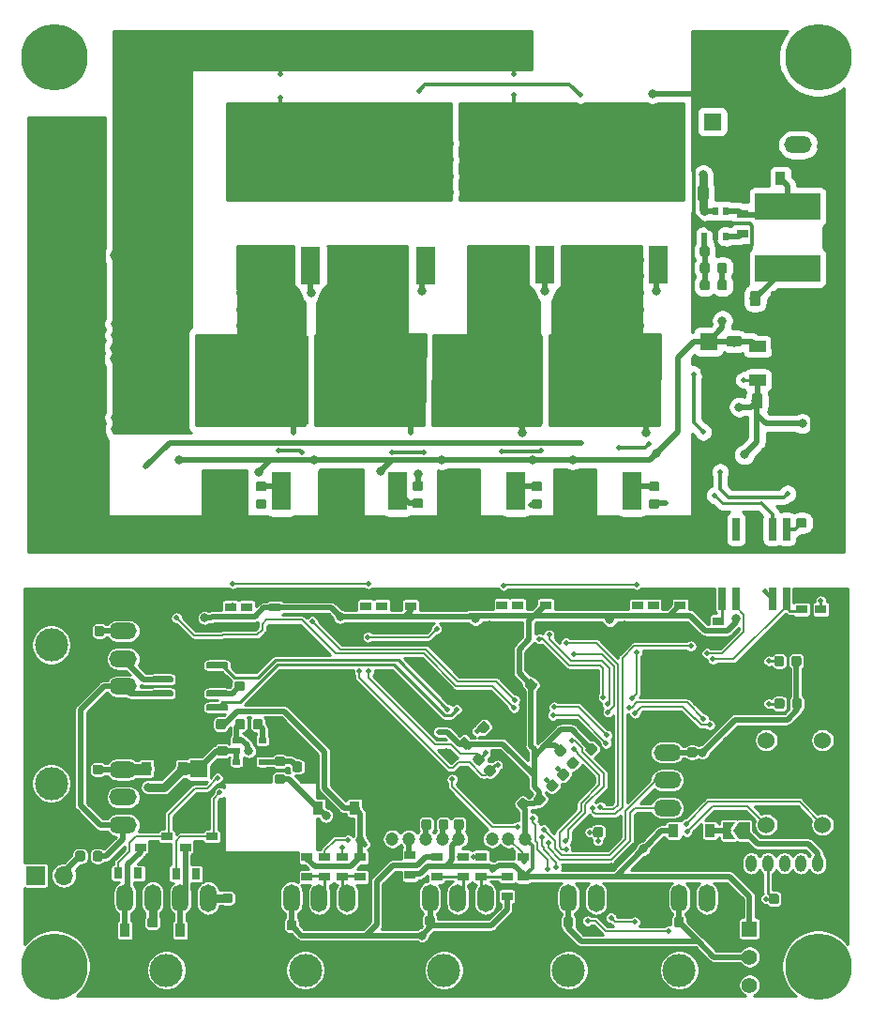
<source format=gbr>
G04 #@! TF.GenerationSoftware,KiCad,Pcbnew,(5.1.4)-1*
G04 #@! TF.CreationDate,2020-03-02T14:54:45+09:00*
G04 #@! TF.ProjectId,NormalMD,4e6f726d-616c-44d4-942e-6b696361645f,rev?*
G04 #@! TF.SameCoordinates,Original*
G04 #@! TF.FileFunction,Copper,L2,Bot*
G04 #@! TF.FilePolarity,Positive*
%FSLAX46Y46*%
G04 Gerber Fmt 4.6, Leading zero omitted, Abs format (unit mm)*
G04 Created by KiCad (PCBNEW (5.1.4)-1) date 2020-03-02 14:54:45*
%MOMM*%
%LPD*%
G04 APERTURE LIST*
%ADD10R,10.000000X8.000000*%
%ADD11R,3.000000X3.500000*%
%ADD12R,1.800000X3.500000*%
%ADD13C,6.000000*%
%ADD14C,1.524000*%
%ADD15C,1.200000*%
%ADD16O,1.500000X2.500000*%
%ADD17C,3.000000*%
%ADD18O,2.500000X1.500000*%
%ADD19O,1.000000X1.524000*%
%ADD20C,6.500000*%
%ADD21C,0.100000*%
%ADD22C,0.875000*%
%ADD23R,0.900000X1.200000*%
%ADD24R,1.600000X1.600000*%
%ADD25C,1.600000*%
%ADD26C,0.975000*%
%ADD27C,0.300000*%
%ADD28R,1.700000X1.700000*%
%ADD29O,1.700000X1.700000*%
%ADD30R,5.900000X2.450000*%
%ADD31C,0.600000*%
%ADD32R,0.700000X0.510000*%
%ADD33R,0.640000X2.000000*%
%ADD34R,0.510000X0.700000*%
%ADD35C,0.850000*%
%ADD36R,1.500000X1.000000*%
%ADD37R,1.800000X1.000000*%
%ADD38R,1.840000X2.200000*%
%ADD39C,1.000000*%
%ADD40R,1.397000X1.397000*%
%ADD41C,1.397000*%
%ADD42R,1.000000X0.800000*%
%ADD43C,0.800000*%
%ADD44R,0.800000X1.000000*%
%ADD45R,1.000000X0.700000*%
%ADD46C,1.350000*%
%ADD47C,0.500000*%
%ADD48C,1.500000*%
%ADD49C,0.500000*%
%ADD50C,0.250000*%
%ADD51C,0.200000*%
%ADD52C,0.300000*%
%ADD53C,1.000000*%
%ADD54C,0.800000*%
%ADD55C,0.254000*%
G04 APERTURE END LIST*
D10*
X114650000Y-83150000D03*
D11*
X112110000Y-93150000D03*
D12*
X117190000Y-93150000D03*
X119840000Y-72700000D03*
D11*
X114760000Y-72700000D03*
D10*
X117300000Y-62700000D03*
D13*
X123400000Y-76750000D03*
X116400000Y-76750000D03*
X102200000Y-76700000D03*
X95200000Y-76700000D03*
D14*
X144890000Y-115590000D03*
X142350000Y-115590000D03*
X139810000Y-115590000D03*
X139810000Y-123210000D03*
X142350000Y-123210000D03*
X144890000Y-123210000D03*
D15*
X118050000Y-124500000D03*
X116550000Y-124500000D03*
X115050000Y-124500000D03*
X113550000Y-124500000D03*
X112050000Y-124500000D03*
X110550000Y-124500000D03*
X109050000Y-124500000D03*
X107550000Y-124500000D03*
X106050000Y-124500000D03*
D16*
X81900000Y-129850000D03*
X84400000Y-129850000D03*
X86900000Y-129850000D03*
X89400000Y-129850000D03*
D17*
X85650000Y-136350000D03*
D18*
X81750000Y-115750000D03*
X81750000Y-118250000D03*
X81750000Y-120750000D03*
X81750000Y-123250000D03*
D17*
X75250000Y-119500000D03*
X75250000Y-107000000D03*
D18*
X81750000Y-110750000D03*
X81750000Y-108250000D03*
X81750000Y-105750000D03*
X81750000Y-103250000D03*
D17*
X98200000Y-136350000D03*
D16*
X101950000Y-129850000D03*
X99450000Y-129850000D03*
X96950000Y-129850000D03*
X94450000Y-129850000D03*
X106950000Y-129850000D03*
X109450000Y-129850000D03*
X111950000Y-129850000D03*
X114450000Y-129850000D03*
D17*
X110700000Y-136350000D03*
D18*
X142700000Y-59400000D03*
X142700000Y-61900000D03*
X130875000Y-121700000D03*
X130875000Y-119200000D03*
X130875000Y-116700000D03*
X130875000Y-114200000D03*
D19*
X145950000Y-126700000D03*
X144450000Y-126700000D03*
X142950000Y-126700000D03*
X141450000Y-126700000D03*
X139950000Y-126700000D03*
X138450000Y-126700000D03*
D20*
X77000000Y-83600000D03*
X84000000Y-83600000D03*
X84000000Y-75100000D03*
X77000000Y-75100000D03*
D21*
G36*
X113241111Y-112764580D02*
G01*
X113262346Y-112767730D01*
X113283170Y-112772946D01*
X113303382Y-112780178D01*
X113322788Y-112789357D01*
X113341201Y-112800393D01*
X113358444Y-112813181D01*
X113374350Y-112827597D01*
X113683709Y-113136956D01*
X113698125Y-113152862D01*
X113710913Y-113170105D01*
X113721949Y-113188518D01*
X113731128Y-113207924D01*
X113738360Y-113228136D01*
X113743576Y-113248960D01*
X113746726Y-113270195D01*
X113747779Y-113291636D01*
X113746726Y-113313077D01*
X113743576Y-113334312D01*
X113738360Y-113355136D01*
X113731128Y-113375348D01*
X113721949Y-113394754D01*
X113710913Y-113413167D01*
X113698125Y-113430410D01*
X113683709Y-113446316D01*
X113321316Y-113808709D01*
X113305410Y-113823125D01*
X113288167Y-113835913D01*
X113269754Y-113846949D01*
X113250348Y-113856128D01*
X113230136Y-113863360D01*
X113209312Y-113868576D01*
X113188077Y-113871726D01*
X113166636Y-113872779D01*
X113145195Y-113871726D01*
X113123960Y-113868576D01*
X113103136Y-113863360D01*
X113082924Y-113856128D01*
X113063518Y-113846949D01*
X113045105Y-113835913D01*
X113027862Y-113823125D01*
X113011956Y-113808709D01*
X112702597Y-113499350D01*
X112688181Y-113483444D01*
X112675393Y-113466201D01*
X112664357Y-113447788D01*
X112655178Y-113428382D01*
X112647946Y-113408170D01*
X112642730Y-113387346D01*
X112639580Y-113366111D01*
X112638527Y-113344670D01*
X112639580Y-113323229D01*
X112642730Y-113301994D01*
X112647946Y-113281170D01*
X112655178Y-113260958D01*
X112664357Y-113241552D01*
X112675393Y-113223139D01*
X112688181Y-113205896D01*
X112702597Y-113189990D01*
X113064990Y-112827597D01*
X113080896Y-112813181D01*
X113098139Y-112800393D01*
X113116552Y-112789357D01*
X113135958Y-112780178D01*
X113156170Y-112772946D01*
X113176994Y-112767730D01*
X113198229Y-112764580D01*
X113219670Y-112763527D01*
X113241111Y-112764580D01*
X113241111Y-112764580D01*
G37*
D22*
X113193153Y-113318153D03*
D21*
G36*
X114354805Y-113878274D02*
G01*
X114376040Y-113881424D01*
X114396864Y-113886640D01*
X114417076Y-113893872D01*
X114436482Y-113903051D01*
X114454895Y-113914087D01*
X114472138Y-113926875D01*
X114488044Y-113941291D01*
X114797403Y-114250650D01*
X114811819Y-114266556D01*
X114824607Y-114283799D01*
X114835643Y-114302212D01*
X114844822Y-114321618D01*
X114852054Y-114341830D01*
X114857270Y-114362654D01*
X114860420Y-114383889D01*
X114861473Y-114405330D01*
X114860420Y-114426771D01*
X114857270Y-114448006D01*
X114852054Y-114468830D01*
X114844822Y-114489042D01*
X114835643Y-114508448D01*
X114824607Y-114526861D01*
X114811819Y-114544104D01*
X114797403Y-114560010D01*
X114435010Y-114922403D01*
X114419104Y-114936819D01*
X114401861Y-114949607D01*
X114383448Y-114960643D01*
X114364042Y-114969822D01*
X114343830Y-114977054D01*
X114323006Y-114982270D01*
X114301771Y-114985420D01*
X114280330Y-114986473D01*
X114258889Y-114985420D01*
X114237654Y-114982270D01*
X114216830Y-114977054D01*
X114196618Y-114969822D01*
X114177212Y-114960643D01*
X114158799Y-114949607D01*
X114141556Y-114936819D01*
X114125650Y-114922403D01*
X113816291Y-114613044D01*
X113801875Y-114597138D01*
X113789087Y-114579895D01*
X113778051Y-114561482D01*
X113768872Y-114542076D01*
X113761640Y-114521864D01*
X113756424Y-114501040D01*
X113753274Y-114479805D01*
X113752221Y-114458364D01*
X113753274Y-114436923D01*
X113756424Y-114415688D01*
X113761640Y-114394864D01*
X113768872Y-114374652D01*
X113778051Y-114355246D01*
X113789087Y-114336833D01*
X113801875Y-114319590D01*
X113816291Y-114303684D01*
X114178684Y-113941291D01*
X114194590Y-113926875D01*
X114211833Y-113914087D01*
X114230246Y-113903051D01*
X114249652Y-113893872D01*
X114269864Y-113886640D01*
X114290688Y-113881424D01*
X114311923Y-113878274D01*
X114333364Y-113877221D01*
X114354805Y-113878274D01*
X114354805Y-113878274D01*
G37*
D22*
X114306847Y-114431847D03*
D23*
X141100000Y-64950000D03*
X137800000Y-64950000D03*
X87150000Y-118150000D03*
X83850000Y-118150000D03*
D21*
G36*
X79677691Y-125576053D02*
G01*
X79698926Y-125579203D01*
X79719750Y-125584419D01*
X79739962Y-125591651D01*
X79759368Y-125600830D01*
X79777781Y-125611866D01*
X79795024Y-125624654D01*
X79810930Y-125639070D01*
X79825346Y-125654976D01*
X79838134Y-125672219D01*
X79849170Y-125690632D01*
X79858349Y-125710038D01*
X79865581Y-125730250D01*
X79870797Y-125751074D01*
X79873947Y-125772309D01*
X79875000Y-125793750D01*
X79875000Y-126306250D01*
X79873947Y-126327691D01*
X79870797Y-126348926D01*
X79865581Y-126369750D01*
X79858349Y-126389962D01*
X79849170Y-126409368D01*
X79838134Y-126427781D01*
X79825346Y-126445024D01*
X79810930Y-126460930D01*
X79795024Y-126475346D01*
X79777781Y-126488134D01*
X79759368Y-126499170D01*
X79739962Y-126508349D01*
X79719750Y-126515581D01*
X79698926Y-126520797D01*
X79677691Y-126523947D01*
X79656250Y-126525000D01*
X79218750Y-126525000D01*
X79197309Y-126523947D01*
X79176074Y-126520797D01*
X79155250Y-126515581D01*
X79135038Y-126508349D01*
X79115632Y-126499170D01*
X79097219Y-126488134D01*
X79079976Y-126475346D01*
X79064070Y-126460930D01*
X79049654Y-126445024D01*
X79036866Y-126427781D01*
X79025830Y-126409368D01*
X79016651Y-126389962D01*
X79009419Y-126369750D01*
X79004203Y-126348926D01*
X79001053Y-126327691D01*
X79000000Y-126306250D01*
X79000000Y-125793750D01*
X79001053Y-125772309D01*
X79004203Y-125751074D01*
X79009419Y-125730250D01*
X79016651Y-125710038D01*
X79025830Y-125690632D01*
X79036866Y-125672219D01*
X79049654Y-125654976D01*
X79064070Y-125639070D01*
X79079976Y-125624654D01*
X79097219Y-125611866D01*
X79115632Y-125600830D01*
X79135038Y-125591651D01*
X79155250Y-125584419D01*
X79176074Y-125579203D01*
X79197309Y-125576053D01*
X79218750Y-125575000D01*
X79656250Y-125575000D01*
X79677691Y-125576053D01*
X79677691Y-125576053D01*
G37*
D22*
X79437500Y-126050000D03*
D21*
G36*
X78102691Y-125576053D02*
G01*
X78123926Y-125579203D01*
X78144750Y-125584419D01*
X78164962Y-125591651D01*
X78184368Y-125600830D01*
X78202781Y-125611866D01*
X78220024Y-125624654D01*
X78235930Y-125639070D01*
X78250346Y-125654976D01*
X78263134Y-125672219D01*
X78274170Y-125690632D01*
X78283349Y-125710038D01*
X78290581Y-125730250D01*
X78295797Y-125751074D01*
X78298947Y-125772309D01*
X78300000Y-125793750D01*
X78300000Y-126306250D01*
X78298947Y-126327691D01*
X78295797Y-126348926D01*
X78290581Y-126369750D01*
X78283349Y-126389962D01*
X78274170Y-126409368D01*
X78263134Y-126427781D01*
X78250346Y-126445024D01*
X78235930Y-126460930D01*
X78220024Y-126475346D01*
X78202781Y-126488134D01*
X78184368Y-126499170D01*
X78164962Y-126508349D01*
X78144750Y-126515581D01*
X78123926Y-126520797D01*
X78102691Y-126523947D01*
X78081250Y-126525000D01*
X77643750Y-126525000D01*
X77622309Y-126523947D01*
X77601074Y-126520797D01*
X77580250Y-126515581D01*
X77560038Y-126508349D01*
X77540632Y-126499170D01*
X77522219Y-126488134D01*
X77504976Y-126475346D01*
X77489070Y-126460930D01*
X77474654Y-126445024D01*
X77461866Y-126427781D01*
X77450830Y-126409368D01*
X77441651Y-126389962D01*
X77434419Y-126369750D01*
X77429203Y-126348926D01*
X77426053Y-126327691D01*
X77425000Y-126306250D01*
X77425000Y-125793750D01*
X77426053Y-125772309D01*
X77429203Y-125751074D01*
X77434419Y-125730250D01*
X77441651Y-125710038D01*
X77450830Y-125690632D01*
X77461866Y-125672219D01*
X77474654Y-125654976D01*
X77489070Y-125639070D01*
X77504976Y-125624654D01*
X77522219Y-125611866D01*
X77540632Y-125600830D01*
X77560038Y-125591651D01*
X77580250Y-125584419D01*
X77601074Y-125579203D01*
X77622309Y-125576053D01*
X77643750Y-125575000D01*
X78081250Y-125575000D01*
X78102691Y-125576053D01*
X78102691Y-125576053D01*
G37*
D22*
X77862500Y-126050000D03*
D21*
G36*
X142327691Y-129426053D02*
G01*
X142348926Y-129429203D01*
X142369750Y-129434419D01*
X142389962Y-129441651D01*
X142409368Y-129450830D01*
X142427781Y-129461866D01*
X142445024Y-129474654D01*
X142460930Y-129489070D01*
X142475346Y-129504976D01*
X142488134Y-129522219D01*
X142499170Y-129540632D01*
X142508349Y-129560038D01*
X142515581Y-129580250D01*
X142520797Y-129601074D01*
X142523947Y-129622309D01*
X142525000Y-129643750D01*
X142525000Y-130156250D01*
X142523947Y-130177691D01*
X142520797Y-130198926D01*
X142515581Y-130219750D01*
X142508349Y-130239962D01*
X142499170Y-130259368D01*
X142488134Y-130277781D01*
X142475346Y-130295024D01*
X142460930Y-130310930D01*
X142445024Y-130325346D01*
X142427781Y-130338134D01*
X142409368Y-130349170D01*
X142389962Y-130358349D01*
X142369750Y-130365581D01*
X142348926Y-130370797D01*
X142327691Y-130373947D01*
X142306250Y-130375000D01*
X141868750Y-130375000D01*
X141847309Y-130373947D01*
X141826074Y-130370797D01*
X141805250Y-130365581D01*
X141785038Y-130358349D01*
X141765632Y-130349170D01*
X141747219Y-130338134D01*
X141729976Y-130325346D01*
X141714070Y-130310930D01*
X141699654Y-130295024D01*
X141686866Y-130277781D01*
X141675830Y-130259368D01*
X141666651Y-130239962D01*
X141659419Y-130219750D01*
X141654203Y-130198926D01*
X141651053Y-130177691D01*
X141650000Y-130156250D01*
X141650000Y-129643750D01*
X141651053Y-129622309D01*
X141654203Y-129601074D01*
X141659419Y-129580250D01*
X141666651Y-129560038D01*
X141675830Y-129540632D01*
X141686866Y-129522219D01*
X141699654Y-129504976D01*
X141714070Y-129489070D01*
X141729976Y-129474654D01*
X141747219Y-129461866D01*
X141765632Y-129450830D01*
X141785038Y-129441651D01*
X141805250Y-129434419D01*
X141826074Y-129429203D01*
X141847309Y-129426053D01*
X141868750Y-129425000D01*
X142306250Y-129425000D01*
X142327691Y-129426053D01*
X142327691Y-129426053D01*
G37*
D22*
X142087500Y-129900000D03*
D21*
G36*
X140752691Y-129426053D02*
G01*
X140773926Y-129429203D01*
X140794750Y-129434419D01*
X140814962Y-129441651D01*
X140834368Y-129450830D01*
X140852781Y-129461866D01*
X140870024Y-129474654D01*
X140885930Y-129489070D01*
X140900346Y-129504976D01*
X140913134Y-129522219D01*
X140924170Y-129540632D01*
X140933349Y-129560038D01*
X140940581Y-129580250D01*
X140945797Y-129601074D01*
X140948947Y-129622309D01*
X140950000Y-129643750D01*
X140950000Y-130156250D01*
X140948947Y-130177691D01*
X140945797Y-130198926D01*
X140940581Y-130219750D01*
X140933349Y-130239962D01*
X140924170Y-130259368D01*
X140913134Y-130277781D01*
X140900346Y-130295024D01*
X140885930Y-130310930D01*
X140870024Y-130325346D01*
X140852781Y-130338134D01*
X140834368Y-130349170D01*
X140814962Y-130358349D01*
X140794750Y-130365581D01*
X140773926Y-130370797D01*
X140752691Y-130373947D01*
X140731250Y-130375000D01*
X140293750Y-130375000D01*
X140272309Y-130373947D01*
X140251074Y-130370797D01*
X140230250Y-130365581D01*
X140210038Y-130358349D01*
X140190632Y-130349170D01*
X140172219Y-130338134D01*
X140154976Y-130325346D01*
X140139070Y-130310930D01*
X140124654Y-130295024D01*
X140111866Y-130277781D01*
X140100830Y-130259368D01*
X140091651Y-130239962D01*
X140084419Y-130219750D01*
X140079203Y-130198926D01*
X140076053Y-130177691D01*
X140075000Y-130156250D01*
X140075000Y-129643750D01*
X140076053Y-129622309D01*
X140079203Y-129601074D01*
X140084419Y-129580250D01*
X140091651Y-129560038D01*
X140100830Y-129540632D01*
X140111866Y-129522219D01*
X140124654Y-129504976D01*
X140139070Y-129489070D01*
X140154976Y-129474654D01*
X140172219Y-129461866D01*
X140190632Y-129450830D01*
X140210038Y-129441651D01*
X140230250Y-129434419D01*
X140251074Y-129429203D01*
X140272309Y-129426053D01*
X140293750Y-129425000D01*
X140731250Y-129425000D01*
X140752691Y-129426053D01*
X140752691Y-129426053D01*
G37*
D22*
X140512500Y-129900000D03*
D21*
G36*
X119391111Y-120364580D02*
G01*
X119412346Y-120367730D01*
X119433170Y-120372946D01*
X119453382Y-120380178D01*
X119472788Y-120389357D01*
X119491201Y-120400393D01*
X119508444Y-120413181D01*
X119524350Y-120427597D01*
X119833709Y-120736956D01*
X119848125Y-120752862D01*
X119860913Y-120770105D01*
X119871949Y-120788518D01*
X119881128Y-120807924D01*
X119888360Y-120828136D01*
X119893576Y-120848960D01*
X119896726Y-120870195D01*
X119897779Y-120891636D01*
X119896726Y-120913077D01*
X119893576Y-120934312D01*
X119888360Y-120955136D01*
X119881128Y-120975348D01*
X119871949Y-120994754D01*
X119860913Y-121013167D01*
X119848125Y-121030410D01*
X119833709Y-121046316D01*
X119471316Y-121408709D01*
X119455410Y-121423125D01*
X119438167Y-121435913D01*
X119419754Y-121446949D01*
X119400348Y-121456128D01*
X119380136Y-121463360D01*
X119359312Y-121468576D01*
X119338077Y-121471726D01*
X119316636Y-121472779D01*
X119295195Y-121471726D01*
X119273960Y-121468576D01*
X119253136Y-121463360D01*
X119232924Y-121456128D01*
X119213518Y-121446949D01*
X119195105Y-121435913D01*
X119177862Y-121423125D01*
X119161956Y-121408709D01*
X118852597Y-121099350D01*
X118838181Y-121083444D01*
X118825393Y-121066201D01*
X118814357Y-121047788D01*
X118805178Y-121028382D01*
X118797946Y-121008170D01*
X118792730Y-120987346D01*
X118789580Y-120966111D01*
X118788527Y-120944670D01*
X118789580Y-120923229D01*
X118792730Y-120901994D01*
X118797946Y-120881170D01*
X118805178Y-120860958D01*
X118814357Y-120841552D01*
X118825393Y-120823139D01*
X118838181Y-120805896D01*
X118852597Y-120789990D01*
X119214990Y-120427597D01*
X119230896Y-120413181D01*
X119248139Y-120400393D01*
X119266552Y-120389357D01*
X119285958Y-120380178D01*
X119306170Y-120372946D01*
X119326994Y-120367730D01*
X119348229Y-120364580D01*
X119369670Y-120363527D01*
X119391111Y-120364580D01*
X119391111Y-120364580D01*
G37*
D22*
X119343153Y-120918153D03*
D21*
G36*
X120504805Y-121478274D02*
G01*
X120526040Y-121481424D01*
X120546864Y-121486640D01*
X120567076Y-121493872D01*
X120586482Y-121503051D01*
X120604895Y-121514087D01*
X120622138Y-121526875D01*
X120638044Y-121541291D01*
X120947403Y-121850650D01*
X120961819Y-121866556D01*
X120974607Y-121883799D01*
X120985643Y-121902212D01*
X120994822Y-121921618D01*
X121002054Y-121941830D01*
X121007270Y-121962654D01*
X121010420Y-121983889D01*
X121011473Y-122005330D01*
X121010420Y-122026771D01*
X121007270Y-122048006D01*
X121002054Y-122068830D01*
X120994822Y-122089042D01*
X120985643Y-122108448D01*
X120974607Y-122126861D01*
X120961819Y-122144104D01*
X120947403Y-122160010D01*
X120585010Y-122522403D01*
X120569104Y-122536819D01*
X120551861Y-122549607D01*
X120533448Y-122560643D01*
X120514042Y-122569822D01*
X120493830Y-122577054D01*
X120473006Y-122582270D01*
X120451771Y-122585420D01*
X120430330Y-122586473D01*
X120408889Y-122585420D01*
X120387654Y-122582270D01*
X120366830Y-122577054D01*
X120346618Y-122569822D01*
X120327212Y-122560643D01*
X120308799Y-122549607D01*
X120291556Y-122536819D01*
X120275650Y-122522403D01*
X119966291Y-122213044D01*
X119951875Y-122197138D01*
X119939087Y-122179895D01*
X119928051Y-122161482D01*
X119918872Y-122142076D01*
X119911640Y-122121864D01*
X119906424Y-122101040D01*
X119903274Y-122079805D01*
X119902221Y-122058364D01*
X119903274Y-122036923D01*
X119906424Y-122015688D01*
X119911640Y-121994864D01*
X119918872Y-121974652D01*
X119928051Y-121955246D01*
X119939087Y-121936833D01*
X119951875Y-121919590D01*
X119966291Y-121903684D01*
X120328684Y-121541291D01*
X120344590Y-121526875D01*
X120361833Y-121514087D01*
X120380246Y-121503051D01*
X120399652Y-121493872D01*
X120419864Y-121486640D01*
X120440688Y-121481424D01*
X120461923Y-121478274D01*
X120483364Y-121477221D01*
X120504805Y-121478274D01*
X120504805Y-121478274D01*
G37*
D22*
X120456847Y-122031847D03*
D21*
G36*
X125204805Y-116978274D02*
G01*
X125226040Y-116981424D01*
X125246864Y-116986640D01*
X125267076Y-116993872D01*
X125286482Y-117003051D01*
X125304895Y-117014087D01*
X125322138Y-117026875D01*
X125338044Y-117041291D01*
X125647403Y-117350650D01*
X125661819Y-117366556D01*
X125674607Y-117383799D01*
X125685643Y-117402212D01*
X125694822Y-117421618D01*
X125702054Y-117441830D01*
X125707270Y-117462654D01*
X125710420Y-117483889D01*
X125711473Y-117505330D01*
X125710420Y-117526771D01*
X125707270Y-117548006D01*
X125702054Y-117568830D01*
X125694822Y-117589042D01*
X125685643Y-117608448D01*
X125674607Y-117626861D01*
X125661819Y-117644104D01*
X125647403Y-117660010D01*
X125285010Y-118022403D01*
X125269104Y-118036819D01*
X125251861Y-118049607D01*
X125233448Y-118060643D01*
X125214042Y-118069822D01*
X125193830Y-118077054D01*
X125173006Y-118082270D01*
X125151771Y-118085420D01*
X125130330Y-118086473D01*
X125108889Y-118085420D01*
X125087654Y-118082270D01*
X125066830Y-118077054D01*
X125046618Y-118069822D01*
X125027212Y-118060643D01*
X125008799Y-118049607D01*
X124991556Y-118036819D01*
X124975650Y-118022403D01*
X124666291Y-117713044D01*
X124651875Y-117697138D01*
X124639087Y-117679895D01*
X124628051Y-117661482D01*
X124618872Y-117642076D01*
X124611640Y-117621864D01*
X124606424Y-117601040D01*
X124603274Y-117579805D01*
X124602221Y-117558364D01*
X124603274Y-117536923D01*
X124606424Y-117515688D01*
X124611640Y-117494864D01*
X124618872Y-117474652D01*
X124628051Y-117455246D01*
X124639087Y-117436833D01*
X124651875Y-117419590D01*
X124666291Y-117403684D01*
X125028684Y-117041291D01*
X125044590Y-117026875D01*
X125061833Y-117014087D01*
X125080246Y-117003051D01*
X125099652Y-116993872D01*
X125119864Y-116986640D01*
X125140688Y-116981424D01*
X125161923Y-116978274D01*
X125183364Y-116977221D01*
X125204805Y-116978274D01*
X125204805Y-116978274D01*
G37*
D22*
X125156847Y-117531847D03*
D21*
G36*
X124091111Y-115864580D02*
G01*
X124112346Y-115867730D01*
X124133170Y-115872946D01*
X124153382Y-115880178D01*
X124172788Y-115889357D01*
X124191201Y-115900393D01*
X124208444Y-115913181D01*
X124224350Y-115927597D01*
X124533709Y-116236956D01*
X124548125Y-116252862D01*
X124560913Y-116270105D01*
X124571949Y-116288518D01*
X124581128Y-116307924D01*
X124588360Y-116328136D01*
X124593576Y-116348960D01*
X124596726Y-116370195D01*
X124597779Y-116391636D01*
X124596726Y-116413077D01*
X124593576Y-116434312D01*
X124588360Y-116455136D01*
X124581128Y-116475348D01*
X124571949Y-116494754D01*
X124560913Y-116513167D01*
X124548125Y-116530410D01*
X124533709Y-116546316D01*
X124171316Y-116908709D01*
X124155410Y-116923125D01*
X124138167Y-116935913D01*
X124119754Y-116946949D01*
X124100348Y-116956128D01*
X124080136Y-116963360D01*
X124059312Y-116968576D01*
X124038077Y-116971726D01*
X124016636Y-116972779D01*
X123995195Y-116971726D01*
X123973960Y-116968576D01*
X123953136Y-116963360D01*
X123932924Y-116956128D01*
X123913518Y-116946949D01*
X123895105Y-116935913D01*
X123877862Y-116923125D01*
X123861956Y-116908709D01*
X123552597Y-116599350D01*
X123538181Y-116583444D01*
X123525393Y-116566201D01*
X123514357Y-116547788D01*
X123505178Y-116528382D01*
X123497946Y-116508170D01*
X123492730Y-116487346D01*
X123489580Y-116466111D01*
X123488527Y-116444670D01*
X123489580Y-116423229D01*
X123492730Y-116401994D01*
X123497946Y-116381170D01*
X123505178Y-116360958D01*
X123514357Y-116341552D01*
X123525393Y-116323139D01*
X123538181Y-116305896D01*
X123552597Y-116289990D01*
X123914990Y-115927597D01*
X123930896Y-115913181D01*
X123948139Y-115900393D01*
X123966552Y-115889357D01*
X123985958Y-115880178D01*
X124006170Y-115872946D01*
X124026994Y-115867730D01*
X124048229Y-115864580D01*
X124069670Y-115863527D01*
X124091111Y-115864580D01*
X124091111Y-115864580D01*
G37*
D22*
X124043153Y-116418153D03*
D21*
G36*
X79827691Y-105276053D02*
G01*
X79848926Y-105279203D01*
X79869750Y-105284419D01*
X79889962Y-105291651D01*
X79909368Y-105300830D01*
X79927781Y-105311866D01*
X79945024Y-105324654D01*
X79960930Y-105339070D01*
X79975346Y-105354976D01*
X79988134Y-105372219D01*
X79999170Y-105390632D01*
X80008349Y-105410038D01*
X80015581Y-105430250D01*
X80020797Y-105451074D01*
X80023947Y-105472309D01*
X80025000Y-105493750D01*
X80025000Y-106006250D01*
X80023947Y-106027691D01*
X80020797Y-106048926D01*
X80015581Y-106069750D01*
X80008349Y-106089962D01*
X79999170Y-106109368D01*
X79988134Y-106127781D01*
X79975346Y-106145024D01*
X79960930Y-106160930D01*
X79945024Y-106175346D01*
X79927781Y-106188134D01*
X79909368Y-106199170D01*
X79889962Y-106208349D01*
X79869750Y-106215581D01*
X79848926Y-106220797D01*
X79827691Y-106223947D01*
X79806250Y-106225000D01*
X79368750Y-106225000D01*
X79347309Y-106223947D01*
X79326074Y-106220797D01*
X79305250Y-106215581D01*
X79285038Y-106208349D01*
X79265632Y-106199170D01*
X79247219Y-106188134D01*
X79229976Y-106175346D01*
X79214070Y-106160930D01*
X79199654Y-106145024D01*
X79186866Y-106127781D01*
X79175830Y-106109368D01*
X79166651Y-106089962D01*
X79159419Y-106069750D01*
X79154203Y-106048926D01*
X79151053Y-106027691D01*
X79150000Y-106006250D01*
X79150000Y-105493750D01*
X79151053Y-105472309D01*
X79154203Y-105451074D01*
X79159419Y-105430250D01*
X79166651Y-105410038D01*
X79175830Y-105390632D01*
X79186866Y-105372219D01*
X79199654Y-105354976D01*
X79214070Y-105339070D01*
X79229976Y-105324654D01*
X79247219Y-105311866D01*
X79265632Y-105300830D01*
X79285038Y-105291651D01*
X79305250Y-105284419D01*
X79326074Y-105279203D01*
X79347309Y-105276053D01*
X79368750Y-105275000D01*
X79806250Y-105275000D01*
X79827691Y-105276053D01*
X79827691Y-105276053D01*
G37*
D22*
X79587500Y-105750000D03*
D21*
G36*
X78252691Y-105276053D02*
G01*
X78273926Y-105279203D01*
X78294750Y-105284419D01*
X78314962Y-105291651D01*
X78334368Y-105300830D01*
X78352781Y-105311866D01*
X78370024Y-105324654D01*
X78385930Y-105339070D01*
X78400346Y-105354976D01*
X78413134Y-105372219D01*
X78424170Y-105390632D01*
X78433349Y-105410038D01*
X78440581Y-105430250D01*
X78445797Y-105451074D01*
X78448947Y-105472309D01*
X78450000Y-105493750D01*
X78450000Y-106006250D01*
X78448947Y-106027691D01*
X78445797Y-106048926D01*
X78440581Y-106069750D01*
X78433349Y-106089962D01*
X78424170Y-106109368D01*
X78413134Y-106127781D01*
X78400346Y-106145024D01*
X78385930Y-106160930D01*
X78370024Y-106175346D01*
X78352781Y-106188134D01*
X78334368Y-106199170D01*
X78314962Y-106208349D01*
X78294750Y-106215581D01*
X78273926Y-106220797D01*
X78252691Y-106223947D01*
X78231250Y-106225000D01*
X77793750Y-106225000D01*
X77772309Y-106223947D01*
X77751074Y-106220797D01*
X77730250Y-106215581D01*
X77710038Y-106208349D01*
X77690632Y-106199170D01*
X77672219Y-106188134D01*
X77654976Y-106175346D01*
X77639070Y-106160930D01*
X77624654Y-106145024D01*
X77611866Y-106127781D01*
X77600830Y-106109368D01*
X77591651Y-106089962D01*
X77584419Y-106069750D01*
X77579203Y-106048926D01*
X77576053Y-106027691D01*
X77575000Y-106006250D01*
X77575000Y-105493750D01*
X77576053Y-105472309D01*
X77579203Y-105451074D01*
X77584419Y-105430250D01*
X77591651Y-105410038D01*
X77600830Y-105390632D01*
X77611866Y-105372219D01*
X77624654Y-105354976D01*
X77639070Y-105339070D01*
X77654976Y-105324654D01*
X77672219Y-105311866D01*
X77690632Y-105300830D01*
X77710038Y-105291651D01*
X77730250Y-105284419D01*
X77751074Y-105279203D01*
X77772309Y-105276053D01*
X77793750Y-105275000D01*
X78231250Y-105275000D01*
X78252691Y-105276053D01*
X78252691Y-105276053D01*
G37*
D22*
X78012500Y-105750000D03*
D21*
G36*
X119614270Y-108889259D02*
G01*
X119635338Y-108893378D01*
X119655901Y-108899542D01*
X119675761Y-108907692D01*
X119694726Y-108917750D01*
X119712614Y-108929618D01*
X119729253Y-108943182D01*
X120110115Y-109286112D01*
X120125345Y-109301242D01*
X120139017Y-109317792D01*
X120151002Y-109335602D01*
X120161184Y-109354501D01*
X120169464Y-109374307D01*
X120175762Y-109394829D01*
X120180019Y-109415870D01*
X120182193Y-109437227D01*
X120182263Y-109458694D01*
X120180229Y-109480064D01*
X120176110Y-109501132D01*
X120169946Y-109521695D01*
X120161796Y-109541555D01*
X120151738Y-109560520D01*
X120139870Y-109578409D01*
X120126306Y-109595047D01*
X119833562Y-109920173D01*
X119818432Y-109935402D01*
X119801883Y-109949075D01*
X119784073Y-109961060D01*
X119765174Y-109971241D01*
X119745368Y-109979521D01*
X119724845Y-109985820D01*
X119703805Y-109990077D01*
X119682448Y-109992251D01*
X119660981Y-109992321D01*
X119639610Y-109990287D01*
X119618542Y-109986168D01*
X119597979Y-109980004D01*
X119578119Y-109971854D01*
X119559154Y-109961796D01*
X119541266Y-109949928D01*
X119524627Y-109936364D01*
X119143765Y-109593434D01*
X119128535Y-109578304D01*
X119114863Y-109561754D01*
X119102878Y-109543944D01*
X119092696Y-109525045D01*
X119084416Y-109505239D01*
X119078118Y-109484717D01*
X119073861Y-109463676D01*
X119071687Y-109442319D01*
X119071617Y-109420852D01*
X119073651Y-109399482D01*
X119077770Y-109378414D01*
X119083934Y-109357851D01*
X119092084Y-109337991D01*
X119102142Y-109319026D01*
X119114010Y-109301137D01*
X119127574Y-109284499D01*
X119420318Y-108959373D01*
X119435448Y-108944144D01*
X119451997Y-108930471D01*
X119469807Y-108918486D01*
X119488706Y-108908305D01*
X119508512Y-108900025D01*
X119529035Y-108893726D01*
X119550075Y-108889469D01*
X119571432Y-108887295D01*
X119592899Y-108887225D01*
X119614270Y-108889259D01*
X119614270Y-108889259D01*
G37*
D22*
X119626940Y-109439773D03*
D21*
G36*
X118560390Y-110059713D02*
G01*
X118581458Y-110063832D01*
X118602021Y-110069996D01*
X118621881Y-110078146D01*
X118640846Y-110088204D01*
X118658734Y-110100072D01*
X118675373Y-110113636D01*
X119056235Y-110456566D01*
X119071465Y-110471696D01*
X119085137Y-110488246D01*
X119097122Y-110506056D01*
X119107304Y-110524955D01*
X119115584Y-110544761D01*
X119121882Y-110565283D01*
X119126139Y-110586324D01*
X119128313Y-110607681D01*
X119128383Y-110629148D01*
X119126349Y-110650518D01*
X119122230Y-110671586D01*
X119116066Y-110692149D01*
X119107916Y-110712009D01*
X119097858Y-110730974D01*
X119085990Y-110748863D01*
X119072426Y-110765501D01*
X118779682Y-111090627D01*
X118764552Y-111105856D01*
X118748003Y-111119529D01*
X118730193Y-111131514D01*
X118711294Y-111141695D01*
X118691488Y-111149975D01*
X118670965Y-111156274D01*
X118649925Y-111160531D01*
X118628568Y-111162705D01*
X118607101Y-111162775D01*
X118585730Y-111160741D01*
X118564662Y-111156622D01*
X118544099Y-111150458D01*
X118524239Y-111142308D01*
X118505274Y-111132250D01*
X118487386Y-111120382D01*
X118470747Y-111106818D01*
X118089885Y-110763888D01*
X118074655Y-110748758D01*
X118060983Y-110732208D01*
X118048998Y-110714398D01*
X118038816Y-110695499D01*
X118030536Y-110675693D01*
X118024238Y-110655171D01*
X118019981Y-110634130D01*
X118017807Y-110612773D01*
X118017737Y-110591306D01*
X118019771Y-110569936D01*
X118023890Y-110548868D01*
X118030054Y-110528305D01*
X118038204Y-110508445D01*
X118048262Y-110489480D01*
X118060130Y-110471591D01*
X118073694Y-110454953D01*
X118366438Y-110129827D01*
X118381568Y-110114598D01*
X118398117Y-110100925D01*
X118415927Y-110088940D01*
X118434826Y-110078759D01*
X118454632Y-110070479D01*
X118475155Y-110064180D01*
X118496195Y-110059923D01*
X118517552Y-110057749D01*
X118539019Y-110057679D01*
X118560390Y-110059713D01*
X118560390Y-110059713D01*
G37*
D22*
X118573060Y-110610227D03*
D21*
G36*
X116738077Y-121903274D02*
G01*
X116759312Y-121906424D01*
X116780136Y-121911640D01*
X116800348Y-121918872D01*
X116819754Y-121928051D01*
X116838167Y-121939087D01*
X116855410Y-121951875D01*
X116871316Y-121966291D01*
X117233709Y-122328684D01*
X117248125Y-122344590D01*
X117260913Y-122361833D01*
X117271949Y-122380246D01*
X117281128Y-122399652D01*
X117288360Y-122419864D01*
X117293576Y-122440688D01*
X117296726Y-122461923D01*
X117297779Y-122483364D01*
X117296726Y-122504805D01*
X117293576Y-122526040D01*
X117288360Y-122546864D01*
X117281128Y-122567076D01*
X117271949Y-122586482D01*
X117260913Y-122604895D01*
X117248125Y-122622138D01*
X117233709Y-122638044D01*
X116924350Y-122947403D01*
X116908444Y-122961819D01*
X116891201Y-122974607D01*
X116872788Y-122985643D01*
X116853382Y-122994822D01*
X116833170Y-123002054D01*
X116812346Y-123007270D01*
X116791111Y-123010420D01*
X116769670Y-123011473D01*
X116748229Y-123010420D01*
X116726994Y-123007270D01*
X116706170Y-123002054D01*
X116685958Y-122994822D01*
X116666552Y-122985643D01*
X116648139Y-122974607D01*
X116630896Y-122961819D01*
X116614990Y-122947403D01*
X116252597Y-122585010D01*
X116238181Y-122569104D01*
X116225393Y-122551861D01*
X116214357Y-122533448D01*
X116205178Y-122514042D01*
X116197946Y-122493830D01*
X116192730Y-122473006D01*
X116189580Y-122451771D01*
X116188527Y-122430330D01*
X116189580Y-122408889D01*
X116192730Y-122387654D01*
X116197946Y-122366830D01*
X116205178Y-122346618D01*
X116214357Y-122327212D01*
X116225393Y-122308799D01*
X116238181Y-122291556D01*
X116252597Y-122275650D01*
X116561956Y-121966291D01*
X116577862Y-121951875D01*
X116595105Y-121939087D01*
X116613518Y-121928051D01*
X116632924Y-121918872D01*
X116653136Y-121911640D01*
X116673960Y-121906424D01*
X116695195Y-121903274D01*
X116716636Y-121902221D01*
X116738077Y-121903274D01*
X116738077Y-121903274D01*
G37*
D22*
X116743153Y-122456847D03*
D21*
G36*
X117851771Y-120789580D02*
G01*
X117873006Y-120792730D01*
X117893830Y-120797946D01*
X117914042Y-120805178D01*
X117933448Y-120814357D01*
X117951861Y-120825393D01*
X117969104Y-120838181D01*
X117985010Y-120852597D01*
X118347403Y-121214990D01*
X118361819Y-121230896D01*
X118374607Y-121248139D01*
X118385643Y-121266552D01*
X118394822Y-121285958D01*
X118402054Y-121306170D01*
X118407270Y-121326994D01*
X118410420Y-121348229D01*
X118411473Y-121369670D01*
X118410420Y-121391111D01*
X118407270Y-121412346D01*
X118402054Y-121433170D01*
X118394822Y-121453382D01*
X118385643Y-121472788D01*
X118374607Y-121491201D01*
X118361819Y-121508444D01*
X118347403Y-121524350D01*
X118038044Y-121833709D01*
X118022138Y-121848125D01*
X118004895Y-121860913D01*
X117986482Y-121871949D01*
X117967076Y-121881128D01*
X117946864Y-121888360D01*
X117926040Y-121893576D01*
X117904805Y-121896726D01*
X117883364Y-121897779D01*
X117861923Y-121896726D01*
X117840688Y-121893576D01*
X117819864Y-121888360D01*
X117799652Y-121881128D01*
X117780246Y-121871949D01*
X117761833Y-121860913D01*
X117744590Y-121848125D01*
X117728684Y-121833709D01*
X117366291Y-121471316D01*
X117351875Y-121455410D01*
X117339087Y-121438167D01*
X117328051Y-121419754D01*
X117318872Y-121400348D01*
X117311640Y-121380136D01*
X117306424Y-121359312D01*
X117303274Y-121338077D01*
X117302221Y-121316636D01*
X117303274Y-121295195D01*
X117306424Y-121273960D01*
X117311640Y-121253136D01*
X117318872Y-121232924D01*
X117328051Y-121213518D01*
X117339087Y-121195105D01*
X117351875Y-121177862D01*
X117366291Y-121161956D01*
X117675650Y-120852597D01*
X117691556Y-120838181D01*
X117708799Y-120825393D01*
X117727212Y-120814357D01*
X117746618Y-120805178D01*
X117766830Y-120797946D01*
X117787654Y-120792730D01*
X117808889Y-120789580D01*
X117830330Y-120788527D01*
X117851771Y-120789580D01*
X117851771Y-120789580D01*
G37*
D22*
X117856847Y-121343153D03*
D21*
G36*
X79727691Y-117801053D02*
G01*
X79748926Y-117804203D01*
X79769750Y-117809419D01*
X79789962Y-117816651D01*
X79809368Y-117825830D01*
X79827781Y-117836866D01*
X79845024Y-117849654D01*
X79860930Y-117864070D01*
X79875346Y-117879976D01*
X79888134Y-117897219D01*
X79899170Y-117915632D01*
X79908349Y-117935038D01*
X79915581Y-117955250D01*
X79920797Y-117976074D01*
X79923947Y-117997309D01*
X79925000Y-118018750D01*
X79925000Y-118456250D01*
X79923947Y-118477691D01*
X79920797Y-118498926D01*
X79915581Y-118519750D01*
X79908349Y-118539962D01*
X79899170Y-118559368D01*
X79888134Y-118577781D01*
X79875346Y-118595024D01*
X79860930Y-118610930D01*
X79845024Y-118625346D01*
X79827781Y-118638134D01*
X79809368Y-118649170D01*
X79789962Y-118658349D01*
X79769750Y-118665581D01*
X79748926Y-118670797D01*
X79727691Y-118673947D01*
X79706250Y-118675000D01*
X79193750Y-118675000D01*
X79172309Y-118673947D01*
X79151074Y-118670797D01*
X79130250Y-118665581D01*
X79110038Y-118658349D01*
X79090632Y-118649170D01*
X79072219Y-118638134D01*
X79054976Y-118625346D01*
X79039070Y-118610930D01*
X79024654Y-118595024D01*
X79011866Y-118577781D01*
X79000830Y-118559368D01*
X78991651Y-118539962D01*
X78984419Y-118519750D01*
X78979203Y-118498926D01*
X78976053Y-118477691D01*
X78975000Y-118456250D01*
X78975000Y-118018750D01*
X78976053Y-117997309D01*
X78979203Y-117976074D01*
X78984419Y-117955250D01*
X78991651Y-117935038D01*
X79000830Y-117915632D01*
X79011866Y-117897219D01*
X79024654Y-117879976D01*
X79039070Y-117864070D01*
X79054976Y-117849654D01*
X79072219Y-117836866D01*
X79090632Y-117825830D01*
X79110038Y-117816651D01*
X79130250Y-117809419D01*
X79151074Y-117804203D01*
X79172309Y-117801053D01*
X79193750Y-117800000D01*
X79706250Y-117800000D01*
X79727691Y-117801053D01*
X79727691Y-117801053D01*
G37*
D22*
X79450000Y-118237500D03*
D21*
G36*
X79727691Y-116226053D02*
G01*
X79748926Y-116229203D01*
X79769750Y-116234419D01*
X79789962Y-116241651D01*
X79809368Y-116250830D01*
X79827781Y-116261866D01*
X79845024Y-116274654D01*
X79860930Y-116289070D01*
X79875346Y-116304976D01*
X79888134Y-116322219D01*
X79899170Y-116340632D01*
X79908349Y-116360038D01*
X79915581Y-116380250D01*
X79920797Y-116401074D01*
X79923947Y-116422309D01*
X79925000Y-116443750D01*
X79925000Y-116881250D01*
X79923947Y-116902691D01*
X79920797Y-116923926D01*
X79915581Y-116944750D01*
X79908349Y-116964962D01*
X79899170Y-116984368D01*
X79888134Y-117002781D01*
X79875346Y-117020024D01*
X79860930Y-117035930D01*
X79845024Y-117050346D01*
X79827781Y-117063134D01*
X79809368Y-117074170D01*
X79789962Y-117083349D01*
X79769750Y-117090581D01*
X79748926Y-117095797D01*
X79727691Y-117098947D01*
X79706250Y-117100000D01*
X79193750Y-117100000D01*
X79172309Y-117098947D01*
X79151074Y-117095797D01*
X79130250Y-117090581D01*
X79110038Y-117083349D01*
X79090632Y-117074170D01*
X79072219Y-117063134D01*
X79054976Y-117050346D01*
X79039070Y-117035930D01*
X79024654Y-117020024D01*
X79011866Y-117002781D01*
X79000830Y-116984368D01*
X78991651Y-116964962D01*
X78984419Y-116944750D01*
X78979203Y-116923926D01*
X78976053Y-116902691D01*
X78975000Y-116881250D01*
X78975000Y-116443750D01*
X78976053Y-116422309D01*
X78979203Y-116401074D01*
X78984419Y-116380250D01*
X78991651Y-116360038D01*
X79000830Y-116340632D01*
X79011866Y-116322219D01*
X79024654Y-116304976D01*
X79039070Y-116289070D01*
X79054976Y-116274654D01*
X79072219Y-116261866D01*
X79090632Y-116250830D01*
X79110038Y-116241651D01*
X79130250Y-116234419D01*
X79151074Y-116229203D01*
X79172309Y-116226053D01*
X79193750Y-116225000D01*
X79706250Y-116225000D01*
X79727691Y-116226053D01*
X79727691Y-116226053D01*
G37*
D22*
X79450000Y-116662500D03*
D21*
G36*
X133402691Y-114676053D02*
G01*
X133423926Y-114679203D01*
X133444750Y-114684419D01*
X133464962Y-114691651D01*
X133484368Y-114700830D01*
X133502781Y-114711866D01*
X133520024Y-114724654D01*
X133535930Y-114739070D01*
X133550346Y-114754976D01*
X133563134Y-114772219D01*
X133574170Y-114790632D01*
X133583349Y-114810038D01*
X133590581Y-114830250D01*
X133595797Y-114851074D01*
X133598947Y-114872309D01*
X133600000Y-114893750D01*
X133600000Y-115331250D01*
X133598947Y-115352691D01*
X133595797Y-115373926D01*
X133590581Y-115394750D01*
X133583349Y-115414962D01*
X133574170Y-115434368D01*
X133563134Y-115452781D01*
X133550346Y-115470024D01*
X133535930Y-115485930D01*
X133520024Y-115500346D01*
X133502781Y-115513134D01*
X133484368Y-115524170D01*
X133464962Y-115533349D01*
X133444750Y-115540581D01*
X133423926Y-115545797D01*
X133402691Y-115548947D01*
X133381250Y-115550000D01*
X132868750Y-115550000D01*
X132847309Y-115548947D01*
X132826074Y-115545797D01*
X132805250Y-115540581D01*
X132785038Y-115533349D01*
X132765632Y-115524170D01*
X132747219Y-115513134D01*
X132729976Y-115500346D01*
X132714070Y-115485930D01*
X132699654Y-115470024D01*
X132686866Y-115452781D01*
X132675830Y-115434368D01*
X132666651Y-115414962D01*
X132659419Y-115394750D01*
X132654203Y-115373926D01*
X132651053Y-115352691D01*
X132650000Y-115331250D01*
X132650000Y-114893750D01*
X132651053Y-114872309D01*
X132654203Y-114851074D01*
X132659419Y-114830250D01*
X132666651Y-114810038D01*
X132675830Y-114790632D01*
X132686866Y-114772219D01*
X132699654Y-114754976D01*
X132714070Y-114739070D01*
X132729976Y-114724654D01*
X132747219Y-114711866D01*
X132765632Y-114700830D01*
X132785038Y-114691651D01*
X132805250Y-114684419D01*
X132826074Y-114679203D01*
X132847309Y-114676053D01*
X132868750Y-114675000D01*
X133381250Y-114675000D01*
X133402691Y-114676053D01*
X133402691Y-114676053D01*
G37*
D22*
X133125000Y-115112500D03*
D21*
G36*
X133402691Y-116251053D02*
G01*
X133423926Y-116254203D01*
X133444750Y-116259419D01*
X133464962Y-116266651D01*
X133484368Y-116275830D01*
X133502781Y-116286866D01*
X133520024Y-116299654D01*
X133535930Y-116314070D01*
X133550346Y-116329976D01*
X133563134Y-116347219D01*
X133574170Y-116365632D01*
X133583349Y-116385038D01*
X133590581Y-116405250D01*
X133595797Y-116426074D01*
X133598947Y-116447309D01*
X133600000Y-116468750D01*
X133600000Y-116906250D01*
X133598947Y-116927691D01*
X133595797Y-116948926D01*
X133590581Y-116969750D01*
X133583349Y-116989962D01*
X133574170Y-117009368D01*
X133563134Y-117027781D01*
X133550346Y-117045024D01*
X133535930Y-117060930D01*
X133520024Y-117075346D01*
X133502781Y-117088134D01*
X133484368Y-117099170D01*
X133464962Y-117108349D01*
X133444750Y-117115581D01*
X133423926Y-117120797D01*
X133402691Y-117123947D01*
X133381250Y-117125000D01*
X132868750Y-117125000D01*
X132847309Y-117123947D01*
X132826074Y-117120797D01*
X132805250Y-117115581D01*
X132785038Y-117108349D01*
X132765632Y-117099170D01*
X132747219Y-117088134D01*
X132729976Y-117075346D01*
X132714070Y-117060930D01*
X132699654Y-117045024D01*
X132686866Y-117027781D01*
X132675830Y-117009368D01*
X132666651Y-116989962D01*
X132659419Y-116969750D01*
X132654203Y-116948926D01*
X132651053Y-116927691D01*
X132650000Y-116906250D01*
X132650000Y-116468750D01*
X132651053Y-116447309D01*
X132654203Y-116426074D01*
X132659419Y-116405250D01*
X132666651Y-116385038D01*
X132675830Y-116365632D01*
X132686866Y-116347219D01*
X132699654Y-116329976D01*
X132714070Y-116314070D01*
X132729976Y-116299654D01*
X132747219Y-116286866D01*
X132765632Y-116275830D01*
X132785038Y-116266651D01*
X132805250Y-116259419D01*
X132826074Y-116254203D01*
X132847309Y-116251053D01*
X132868750Y-116250000D01*
X133381250Y-116250000D01*
X133402691Y-116251053D01*
X133402691Y-116251053D01*
G37*
D22*
X133125000Y-116687500D03*
D21*
G36*
X122177691Y-131526053D02*
G01*
X122198926Y-131529203D01*
X122219750Y-131534419D01*
X122239962Y-131541651D01*
X122259368Y-131550830D01*
X122277781Y-131561866D01*
X122295024Y-131574654D01*
X122310930Y-131589070D01*
X122325346Y-131604976D01*
X122338134Y-131622219D01*
X122349170Y-131640632D01*
X122358349Y-131660038D01*
X122365581Y-131680250D01*
X122370797Y-131701074D01*
X122373947Y-131722309D01*
X122375000Y-131743750D01*
X122375000Y-132256250D01*
X122373947Y-132277691D01*
X122370797Y-132298926D01*
X122365581Y-132319750D01*
X122358349Y-132339962D01*
X122349170Y-132359368D01*
X122338134Y-132377781D01*
X122325346Y-132395024D01*
X122310930Y-132410930D01*
X122295024Y-132425346D01*
X122277781Y-132438134D01*
X122259368Y-132449170D01*
X122239962Y-132458349D01*
X122219750Y-132465581D01*
X122198926Y-132470797D01*
X122177691Y-132473947D01*
X122156250Y-132475000D01*
X121718750Y-132475000D01*
X121697309Y-132473947D01*
X121676074Y-132470797D01*
X121655250Y-132465581D01*
X121635038Y-132458349D01*
X121615632Y-132449170D01*
X121597219Y-132438134D01*
X121579976Y-132425346D01*
X121564070Y-132410930D01*
X121549654Y-132395024D01*
X121536866Y-132377781D01*
X121525830Y-132359368D01*
X121516651Y-132339962D01*
X121509419Y-132319750D01*
X121504203Y-132298926D01*
X121501053Y-132277691D01*
X121500000Y-132256250D01*
X121500000Y-131743750D01*
X121501053Y-131722309D01*
X121504203Y-131701074D01*
X121509419Y-131680250D01*
X121516651Y-131660038D01*
X121525830Y-131640632D01*
X121536866Y-131622219D01*
X121549654Y-131604976D01*
X121564070Y-131589070D01*
X121579976Y-131574654D01*
X121597219Y-131561866D01*
X121615632Y-131550830D01*
X121635038Y-131541651D01*
X121655250Y-131534419D01*
X121676074Y-131529203D01*
X121697309Y-131526053D01*
X121718750Y-131525000D01*
X122156250Y-131525000D01*
X122177691Y-131526053D01*
X122177691Y-131526053D01*
G37*
D22*
X121937500Y-132000000D03*
D21*
G36*
X120602691Y-131526053D02*
G01*
X120623926Y-131529203D01*
X120644750Y-131534419D01*
X120664962Y-131541651D01*
X120684368Y-131550830D01*
X120702781Y-131561866D01*
X120720024Y-131574654D01*
X120735930Y-131589070D01*
X120750346Y-131604976D01*
X120763134Y-131622219D01*
X120774170Y-131640632D01*
X120783349Y-131660038D01*
X120790581Y-131680250D01*
X120795797Y-131701074D01*
X120798947Y-131722309D01*
X120800000Y-131743750D01*
X120800000Y-132256250D01*
X120798947Y-132277691D01*
X120795797Y-132298926D01*
X120790581Y-132319750D01*
X120783349Y-132339962D01*
X120774170Y-132359368D01*
X120763134Y-132377781D01*
X120750346Y-132395024D01*
X120735930Y-132410930D01*
X120720024Y-132425346D01*
X120702781Y-132438134D01*
X120684368Y-132449170D01*
X120664962Y-132458349D01*
X120644750Y-132465581D01*
X120623926Y-132470797D01*
X120602691Y-132473947D01*
X120581250Y-132475000D01*
X120143750Y-132475000D01*
X120122309Y-132473947D01*
X120101074Y-132470797D01*
X120080250Y-132465581D01*
X120060038Y-132458349D01*
X120040632Y-132449170D01*
X120022219Y-132438134D01*
X120004976Y-132425346D01*
X119989070Y-132410930D01*
X119974654Y-132395024D01*
X119961866Y-132377781D01*
X119950830Y-132359368D01*
X119941651Y-132339962D01*
X119934419Y-132319750D01*
X119929203Y-132298926D01*
X119926053Y-132277691D01*
X119925000Y-132256250D01*
X119925000Y-131743750D01*
X119926053Y-131722309D01*
X119929203Y-131701074D01*
X119934419Y-131680250D01*
X119941651Y-131660038D01*
X119950830Y-131640632D01*
X119961866Y-131622219D01*
X119974654Y-131604976D01*
X119989070Y-131589070D01*
X120004976Y-131574654D01*
X120022219Y-131561866D01*
X120040632Y-131550830D01*
X120060038Y-131541651D01*
X120080250Y-131534419D01*
X120101074Y-131529203D01*
X120122309Y-131526053D01*
X120143750Y-131525000D01*
X120581250Y-131525000D01*
X120602691Y-131526053D01*
X120602691Y-131526053D01*
G37*
D22*
X120362500Y-132000000D03*
D21*
G36*
X136077691Y-74076053D02*
G01*
X136098926Y-74079203D01*
X136119750Y-74084419D01*
X136139962Y-74091651D01*
X136159368Y-74100830D01*
X136177781Y-74111866D01*
X136195024Y-74124654D01*
X136210930Y-74139070D01*
X136225346Y-74154976D01*
X136238134Y-74172219D01*
X136249170Y-74190632D01*
X136258349Y-74210038D01*
X136265581Y-74230250D01*
X136270797Y-74251074D01*
X136273947Y-74272309D01*
X136275000Y-74293750D01*
X136275000Y-74806250D01*
X136273947Y-74827691D01*
X136270797Y-74848926D01*
X136265581Y-74869750D01*
X136258349Y-74889962D01*
X136249170Y-74909368D01*
X136238134Y-74927781D01*
X136225346Y-74945024D01*
X136210930Y-74960930D01*
X136195024Y-74975346D01*
X136177781Y-74988134D01*
X136159368Y-74999170D01*
X136139962Y-75008349D01*
X136119750Y-75015581D01*
X136098926Y-75020797D01*
X136077691Y-75023947D01*
X136056250Y-75025000D01*
X135618750Y-75025000D01*
X135597309Y-75023947D01*
X135576074Y-75020797D01*
X135555250Y-75015581D01*
X135535038Y-75008349D01*
X135515632Y-74999170D01*
X135497219Y-74988134D01*
X135479976Y-74975346D01*
X135464070Y-74960930D01*
X135449654Y-74945024D01*
X135436866Y-74927781D01*
X135425830Y-74909368D01*
X135416651Y-74889962D01*
X135409419Y-74869750D01*
X135404203Y-74848926D01*
X135401053Y-74827691D01*
X135400000Y-74806250D01*
X135400000Y-74293750D01*
X135401053Y-74272309D01*
X135404203Y-74251074D01*
X135409419Y-74230250D01*
X135416651Y-74210038D01*
X135425830Y-74190632D01*
X135436866Y-74172219D01*
X135449654Y-74154976D01*
X135464070Y-74139070D01*
X135479976Y-74124654D01*
X135497219Y-74111866D01*
X135515632Y-74100830D01*
X135535038Y-74091651D01*
X135555250Y-74084419D01*
X135576074Y-74079203D01*
X135597309Y-74076053D01*
X135618750Y-74075000D01*
X136056250Y-74075000D01*
X136077691Y-74076053D01*
X136077691Y-74076053D01*
G37*
D22*
X135837500Y-74550000D03*
D21*
G36*
X134502691Y-74076053D02*
G01*
X134523926Y-74079203D01*
X134544750Y-74084419D01*
X134564962Y-74091651D01*
X134584368Y-74100830D01*
X134602781Y-74111866D01*
X134620024Y-74124654D01*
X134635930Y-74139070D01*
X134650346Y-74154976D01*
X134663134Y-74172219D01*
X134674170Y-74190632D01*
X134683349Y-74210038D01*
X134690581Y-74230250D01*
X134695797Y-74251074D01*
X134698947Y-74272309D01*
X134700000Y-74293750D01*
X134700000Y-74806250D01*
X134698947Y-74827691D01*
X134695797Y-74848926D01*
X134690581Y-74869750D01*
X134683349Y-74889962D01*
X134674170Y-74909368D01*
X134663134Y-74927781D01*
X134650346Y-74945024D01*
X134635930Y-74960930D01*
X134620024Y-74975346D01*
X134602781Y-74988134D01*
X134584368Y-74999170D01*
X134564962Y-75008349D01*
X134544750Y-75015581D01*
X134523926Y-75020797D01*
X134502691Y-75023947D01*
X134481250Y-75025000D01*
X134043750Y-75025000D01*
X134022309Y-75023947D01*
X134001074Y-75020797D01*
X133980250Y-75015581D01*
X133960038Y-75008349D01*
X133940632Y-74999170D01*
X133922219Y-74988134D01*
X133904976Y-74975346D01*
X133889070Y-74960930D01*
X133874654Y-74945024D01*
X133861866Y-74927781D01*
X133850830Y-74909368D01*
X133841651Y-74889962D01*
X133834419Y-74869750D01*
X133829203Y-74848926D01*
X133826053Y-74827691D01*
X133825000Y-74806250D01*
X133825000Y-74293750D01*
X133826053Y-74272309D01*
X133829203Y-74251074D01*
X133834419Y-74230250D01*
X133841651Y-74210038D01*
X133850830Y-74190632D01*
X133861866Y-74172219D01*
X133874654Y-74154976D01*
X133889070Y-74139070D01*
X133904976Y-74124654D01*
X133922219Y-74111866D01*
X133940632Y-74100830D01*
X133960038Y-74091651D01*
X133980250Y-74084419D01*
X134001074Y-74079203D01*
X134022309Y-74076053D01*
X134043750Y-74075000D01*
X134481250Y-74075000D01*
X134502691Y-74076053D01*
X134502691Y-74076053D01*
G37*
D22*
X134262500Y-74550000D03*
D24*
X134950000Y-59800000D03*
D25*
X137450000Y-59800000D03*
D21*
G36*
X139080142Y-75051174D02*
G01*
X139103803Y-75054684D01*
X139127007Y-75060496D01*
X139149529Y-75068554D01*
X139171153Y-75078782D01*
X139191670Y-75091079D01*
X139210883Y-75105329D01*
X139228607Y-75121393D01*
X139244671Y-75139117D01*
X139258921Y-75158330D01*
X139271218Y-75178847D01*
X139281446Y-75200471D01*
X139289504Y-75222993D01*
X139295316Y-75246197D01*
X139298826Y-75269858D01*
X139300000Y-75293750D01*
X139300000Y-76206250D01*
X139298826Y-76230142D01*
X139295316Y-76253803D01*
X139289504Y-76277007D01*
X139281446Y-76299529D01*
X139271218Y-76321153D01*
X139258921Y-76341670D01*
X139244671Y-76360883D01*
X139228607Y-76378607D01*
X139210883Y-76394671D01*
X139191670Y-76408921D01*
X139171153Y-76421218D01*
X139149529Y-76431446D01*
X139127007Y-76439504D01*
X139103803Y-76445316D01*
X139080142Y-76448826D01*
X139056250Y-76450000D01*
X138568750Y-76450000D01*
X138544858Y-76448826D01*
X138521197Y-76445316D01*
X138497993Y-76439504D01*
X138475471Y-76431446D01*
X138453847Y-76421218D01*
X138433330Y-76408921D01*
X138414117Y-76394671D01*
X138396393Y-76378607D01*
X138380329Y-76360883D01*
X138366079Y-76341670D01*
X138353782Y-76321153D01*
X138343554Y-76299529D01*
X138335496Y-76277007D01*
X138329684Y-76253803D01*
X138326174Y-76230142D01*
X138325000Y-76206250D01*
X138325000Y-75293750D01*
X138326174Y-75269858D01*
X138329684Y-75246197D01*
X138335496Y-75222993D01*
X138343554Y-75200471D01*
X138353782Y-75178847D01*
X138366079Y-75158330D01*
X138380329Y-75139117D01*
X138396393Y-75121393D01*
X138414117Y-75105329D01*
X138433330Y-75091079D01*
X138453847Y-75078782D01*
X138475471Y-75068554D01*
X138497993Y-75060496D01*
X138521197Y-75054684D01*
X138544858Y-75051174D01*
X138568750Y-75050000D01*
X139056250Y-75050000D01*
X139080142Y-75051174D01*
X139080142Y-75051174D01*
G37*
D26*
X138812500Y-75750000D03*
D21*
G36*
X140955142Y-75051174D02*
G01*
X140978803Y-75054684D01*
X141002007Y-75060496D01*
X141024529Y-75068554D01*
X141046153Y-75078782D01*
X141066670Y-75091079D01*
X141085883Y-75105329D01*
X141103607Y-75121393D01*
X141119671Y-75139117D01*
X141133921Y-75158330D01*
X141146218Y-75178847D01*
X141156446Y-75200471D01*
X141164504Y-75222993D01*
X141170316Y-75246197D01*
X141173826Y-75269858D01*
X141175000Y-75293750D01*
X141175000Y-76206250D01*
X141173826Y-76230142D01*
X141170316Y-76253803D01*
X141164504Y-76277007D01*
X141156446Y-76299529D01*
X141146218Y-76321153D01*
X141133921Y-76341670D01*
X141119671Y-76360883D01*
X141103607Y-76378607D01*
X141085883Y-76394671D01*
X141066670Y-76408921D01*
X141046153Y-76421218D01*
X141024529Y-76431446D01*
X141002007Y-76439504D01*
X140978803Y-76445316D01*
X140955142Y-76448826D01*
X140931250Y-76450000D01*
X140443750Y-76450000D01*
X140419858Y-76448826D01*
X140396197Y-76445316D01*
X140372993Y-76439504D01*
X140350471Y-76431446D01*
X140328847Y-76421218D01*
X140308330Y-76408921D01*
X140289117Y-76394671D01*
X140271393Y-76378607D01*
X140255329Y-76360883D01*
X140241079Y-76341670D01*
X140228782Y-76321153D01*
X140218554Y-76299529D01*
X140210496Y-76277007D01*
X140204684Y-76253803D01*
X140201174Y-76230142D01*
X140200000Y-76206250D01*
X140200000Y-75293750D01*
X140201174Y-75269858D01*
X140204684Y-75246197D01*
X140210496Y-75222993D01*
X140218554Y-75200471D01*
X140228782Y-75178847D01*
X140241079Y-75158330D01*
X140255329Y-75139117D01*
X140271393Y-75121393D01*
X140289117Y-75105329D01*
X140308330Y-75091079D01*
X140328847Y-75078782D01*
X140350471Y-75068554D01*
X140372993Y-75060496D01*
X140396197Y-75054684D01*
X140419858Y-75051174D01*
X140443750Y-75050000D01*
X140931250Y-75050000D01*
X140955142Y-75051174D01*
X140955142Y-75051174D01*
G37*
D26*
X140687500Y-75750000D03*
D21*
G36*
X137380142Y-79126174D02*
G01*
X137403803Y-79129684D01*
X137427007Y-79135496D01*
X137449529Y-79143554D01*
X137471153Y-79153782D01*
X137491670Y-79166079D01*
X137510883Y-79180329D01*
X137528607Y-79196393D01*
X137544671Y-79214117D01*
X137558921Y-79233330D01*
X137571218Y-79253847D01*
X137581446Y-79275471D01*
X137589504Y-79297993D01*
X137595316Y-79321197D01*
X137598826Y-79344858D01*
X137600000Y-79368750D01*
X137600000Y-79856250D01*
X137598826Y-79880142D01*
X137595316Y-79903803D01*
X137589504Y-79927007D01*
X137581446Y-79949529D01*
X137571218Y-79971153D01*
X137558921Y-79991670D01*
X137544671Y-80010883D01*
X137528607Y-80028607D01*
X137510883Y-80044671D01*
X137491670Y-80058921D01*
X137471153Y-80071218D01*
X137449529Y-80081446D01*
X137427007Y-80089504D01*
X137403803Y-80095316D01*
X137380142Y-80098826D01*
X137356250Y-80100000D01*
X136443750Y-80100000D01*
X136419858Y-80098826D01*
X136396197Y-80095316D01*
X136372993Y-80089504D01*
X136350471Y-80081446D01*
X136328847Y-80071218D01*
X136308330Y-80058921D01*
X136289117Y-80044671D01*
X136271393Y-80028607D01*
X136255329Y-80010883D01*
X136241079Y-79991670D01*
X136228782Y-79971153D01*
X136218554Y-79949529D01*
X136210496Y-79927007D01*
X136204684Y-79903803D01*
X136201174Y-79880142D01*
X136200000Y-79856250D01*
X136200000Y-79368750D01*
X136201174Y-79344858D01*
X136204684Y-79321197D01*
X136210496Y-79297993D01*
X136218554Y-79275471D01*
X136228782Y-79253847D01*
X136241079Y-79233330D01*
X136255329Y-79214117D01*
X136271393Y-79196393D01*
X136289117Y-79180329D01*
X136308330Y-79166079D01*
X136328847Y-79153782D01*
X136350471Y-79143554D01*
X136372993Y-79135496D01*
X136396197Y-79129684D01*
X136419858Y-79126174D01*
X136443750Y-79125000D01*
X137356250Y-79125000D01*
X137380142Y-79126174D01*
X137380142Y-79126174D01*
G37*
D26*
X136900000Y-79612500D03*
D21*
G36*
X137380142Y-81001174D02*
G01*
X137403803Y-81004684D01*
X137427007Y-81010496D01*
X137449529Y-81018554D01*
X137471153Y-81028782D01*
X137491670Y-81041079D01*
X137510883Y-81055329D01*
X137528607Y-81071393D01*
X137544671Y-81089117D01*
X137558921Y-81108330D01*
X137571218Y-81128847D01*
X137581446Y-81150471D01*
X137589504Y-81172993D01*
X137595316Y-81196197D01*
X137598826Y-81219858D01*
X137600000Y-81243750D01*
X137600000Y-81731250D01*
X137598826Y-81755142D01*
X137595316Y-81778803D01*
X137589504Y-81802007D01*
X137581446Y-81824529D01*
X137571218Y-81846153D01*
X137558921Y-81866670D01*
X137544671Y-81885883D01*
X137528607Y-81903607D01*
X137510883Y-81919671D01*
X137491670Y-81933921D01*
X137471153Y-81946218D01*
X137449529Y-81956446D01*
X137427007Y-81964504D01*
X137403803Y-81970316D01*
X137380142Y-81973826D01*
X137356250Y-81975000D01*
X136443750Y-81975000D01*
X136419858Y-81973826D01*
X136396197Y-81970316D01*
X136372993Y-81964504D01*
X136350471Y-81956446D01*
X136328847Y-81946218D01*
X136308330Y-81933921D01*
X136289117Y-81919671D01*
X136271393Y-81903607D01*
X136255329Y-81885883D01*
X136241079Y-81866670D01*
X136228782Y-81846153D01*
X136218554Y-81824529D01*
X136210496Y-81802007D01*
X136204684Y-81778803D01*
X136201174Y-81755142D01*
X136200000Y-81731250D01*
X136200000Y-81243750D01*
X136201174Y-81219858D01*
X136204684Y-81196197D01*
X136210496Y-81172993D01*
X136218554Y-81150471D01*
X136228782Y-81128847D01*
X136241079Y-81108330D01*
X136255329Y-81089117D01*
X136271393Y-81071393D01*
X136289117Y-81055329D01*
X136308330Y-81041079D01*
X136328847Y-81028782D01*
X136350471Y-81018554D01*
X136372993Y-81010496D01*
X136396197Y-81004684D01*
X136419858Y-81001174D01*
X136443750Y-81000000D01*
X137356250Y-81000000D01*
X137380142Y-81001174D01*
X137380142Y-81001174D01*
G37*
D26*
X136900000Y-81487500D03*
D21*
G36*
X141130142Y-84301174D02*
G01*
X141153803Y-84304684D01*
X141177007Y-84310496D01*
X141199529Y-84318554D01*
X141221153Y-84328782D01*
X141241670Y-84341079D01*
X141260883Y-84355329D01*
X141278607Y-84371393D01*
X141294671Y-84389117D01*
X141308921Y-84408330D01*
X141321218Y-84428847D01*
X141331446Y-84450471D01*
X141339504Y-84472993D01*
X141345316Y-84496197D01*
X141348826Y-84519858D01*
X141350000Y-84543750D01*
X141350000Y-85456250D01*
X141348826Y-85480142D01*
X141345316Y-85503803D01*
X141339504Y-85527007D01*
X141331446Y-85549529D01*
X141321218Y-85571153D01*
X141308921Y-85591670D01*
X141294671Y-85610883D01*
X141278607Y-85628607D01*
X141260883Y-85644671D01*
X141241670Y-85658921D01*
X141221153Y-85671218D01*
X141199529Y-85681446D01*
X141177007Y-85689504D01*
X141153803Y-85695316D01*
X141130142Y-85698826D01*
X141106250Y-85700000D01*
X140618750Y-85700000D01*
X140594858Y-85698826D01*
X140571197Y-85695316D01*
X140547993Y-85689504D01*
X140525471Y-85681446D01*
X140503847Y-85671218D01*
X140483330Y-85658921D01*
X140464117Y-85644671D01*
X140446393Y-85628607D01*
X140430329Y-85610883D01*
X140416079Y-85591670D01*
X140403782Y-85571153D01*
X140393554Y-85549529D01*
X140385496Y-85527007D01*
X140379684Y-85503803D01*
X140376174Y-85480142D01*
X140375000Y-85456250D01*
X140375000Y-84543750D01*
X140376174Y-84519858D01*
X140379684Y-84496197D01*
X140385496Y-84472993D01*
X140393554Y-84450471D01*
X140403782Y-84428847D01*
X140416079Y-84408330D01*
X140430329Y-84389117D01*
X140446393Y-84371393D01*
X140464117Y-84355329D01*
X140483330Y-84341079D01*
X140503847Y-84328782D01*
X140525471Y-84318554D01*
X140547993Y-84310496D01*
X140571197Y-84304684D01*
X140594858Y-84301174D01*
X140618750Y-84300000D01*
X141106250Y-84300000D01*
X141130142Y-84301174D01*
X141130142Y-84301174D01*
G37*
D26*
X140862500Y-85000000D03*
D21*
G36*
X139255142Y-84301174D02*
G01*
X139278803Y-84304684D01*
X139302007Y-84310496D01*
X139324529Y-84318554D01*
X139346153Y-84328782D01*
X139366670Y-84341079D01*
X139385883Y-84355329D01*
X139403607Y-84371393D01*
X139419671Y-84389117D01*
X139433921Y-84408330D01*
X139446218Y-84428847D01*
X139456446Y-84450471D01*
X139464504Y-84472993D01*
X139470316Y-84496197D01*
X139473826Y-84519858D01*
X139475000Y-84543750D01*
X139475000Y-85456250D01*
X139473826Y-85480142D01*
X139470316Y-85503803D01*
X139464504Y-85527007D01*
X139456446Y-85549529D01*
X139446218Y-85571153D01*
X139433921Y-85591670D01*
X139419671Y-85610883D01*
X139403607Y-85628607D01*
X139385883Y-85644671D01*
X139366670Y-85658921D01*
X139346153Y-85671218D01*
X139324529Y-85681446D01*
X139302007Y-85689504D01*
X139278803Y-85695316D01*
X139255142Y-85698826D01*
X139231250Y-85700000D01*
X138743750Y-85700000D01*
X138719858Y-85698826D01*
X138696197Y-85695316D01*
X138672993Y-85689504D01*
X138650471Y-85681446D01*
X138628847Y-85671218D01*
X138608330Y-85658921D01*
X138589117Y-85644671D01*
X138571393Y-85628607D01*
X138555329Y-85610883D01*
X138541079Y-85591670D01*
X138528782Y-85571153D01*
X138518554Y-85549529D01*
X138510496Y-85527007D01*
X138504684Y-85503803D01*
X138501174Y-85480142D01*
X138500000Y-85456250D01*
X138500000Y-84543750D01*
X138501174Y-84519858D01*
X138504684Y-84496197D01*
X138510496Y-84472993D01*
X138518554Y-84450471D01*
X138528782Y-84428847D01*
X138541079Y-84408330D01*
X138555329Y-84389117D01*
X138571393Y-84371393D01*
X138589117Y-84355329D01*
X138608330Y-84341079D01*
X138628847Y-84328782D01*
X138650471Y-84318554D01*
X138672993Y-84310496D01*
X138696197Y-84304684D01*
X138719858Y-84301174D01*
X138743750Y-84300000D01*
X139231250Y-84300000D01*
X139255142Y-84301174D01*
X139255142Y-84301174D01*
G37*
D26*
X138987500Y-85000000D03*
D24*
X88550000Y-118200000D03*
D25*
X88550000Y-115700000D03*
D23*
X134750000Y-123750000D03*
X131450000Y-123750000D03*
X102650000Y-121700000D03*
X99350000Y-121700000D03*
D27*
X136375000Y-123750000D03*
D21*
G36*
X135875000Y-123000000D02*
G01*
X137025000Y-123000000D01*
X136525000Y-123750000D01*
X137025000Y-124500000D01*
X135875000Y-124500000D01*
X135875000Y-123000000D01*
X135875000Y-123000000D01*
G37*
D27*
X137825000Y-123750000D03*
D21*
G36*
X136825000Y-123750000D02*
G01*
X137325000Y-123000000D01*
X138325000Y-123000000D01*
X138325000Y-124500000D01*
X137325000Y-124500000D01*
X136825000Y-123750000D01*
X136825000Y-123750000D01*
G37*
D28*
X73850000Y-127800000D03*
D29*
X76390000Y-127800000D03*
D30*
X141750000Y-73025000D03*
X141750000Y-67475000D03*
D17*
X121950000Y-136350000D03*
D16*
X124450000Y-129850000D03*
X121950000Y-129850000D03*
X119450000Y-129850000D03*
D21*
G36*
X141202691Y-107986053D02*
G01*
X141223926Y-107989203D01*
X141244750Y-107994419D01*
X141264962Y-108001651D01*
X141284368Y-108010830D01*
X141302781Y-108021866D01*
X141320024Y-108034654D01*
X141335930Y-108049070D01*
X141350346Y-108064976D01*
X141363134Y-108082219D01*
X141374170Y-108100632D01*
X141383349Y-108120038D01*
X141390581Y-108140250D01*
X141395797Y-108161074D01*
X141398947Y-108182309D01*
X141400000Y-108203750D01*
X141400000Y-108716250D01*
X141398947Y-108737691D01*
X141395797Y-108758926D01*
X141390581Y-108779750D01*
X141383349Y-108799962D01*
X141374170Y-108819368D01*
X141363134Y-108837781D01*
X141350346Y-108855024D01*
X141335930Y-108870930D01*
X141320024Y-108885346D01*
X141302781Y-108898134D01*
X141284368Y-108909170D01*
X141264962Y-108918349D01*
X141244750Y-108925581D01*
X141223926Y-108930797D01*
X141202691Y-108933947D01*
X141181250Y-108935000D01*
X140743750Y-108935000D01*
X140722309Y-108933947D01*
X140701074Y-108930797D01*
X140680250Y-108925581D01*
X140660038Y-108918349D01*
X140640632Y-108909170D01*
X140622219Y-108898134D01*
X140604976Y-108885346D01*
X140589070Y-108870930D01*
X140574654Y-108855024D01*
X140561866Y-108837781D01*
X140550830Y-108819368D01*
X140541651Y-108799962D01*
X140534419Y-108779750D01*
X140529203Y-108758926D01*
X140526053Y-108737691D01*
X140525000Y-108716250D01*
X140525000Y-108203750D01*
X140526053Y-108182309D01*
X140529203Y-108161074D01*
X140534419Y-108140250D01*
X140541651Y-108120038D01*
X140550830Y-108100632D01*
X140561866Y-108082219D01*
X140574654Y-108064976D01*
X140589070Y-108049070D01*
X140604976Y-108034654D01*
X140622219Y-108021866D01*
X140640632Y-108010830D01*
X140660038Y-108001651D01*
X140680250Y-107994419D01*
X140701074Y-107989203D01*
X140722309Y-107986053D01*
X140743750Y-107985000D01*
X141181250Y-107985000D01*
X141202691Y-107986053D01*
X141202691Y-107986053D01*
G37*
D22*
X140962500Y-108460000D03*
D21*
G36*
X142777691Y-107986053D02*
G01*
X142798926Y-107989203D01*
X142819750Y-107994419D01*
X142839962Y-108001651D01*
X142859368Y-108010830D01*
X142877781Y-108021866D01*
X142895024Y-108034654D01*
X142910930Y-108049070D01*
X142925346Y-108064976D01*
X142938134Y-108082219D01*
X142949170Y-108100632D01*
X142958349Y-108120038D01*
X142965581Y-108140250D01*
X142970797Y-108161074D01*
X142973947Y-108182309D01*
X142975000Y-108203750D01*
X142975000Y-108716250D01*
X142973947Y-108737691D01*
X142970797Y-108758926D01*
X142965581Y-108779750D01*
X142958349Y-108799962D01*
X142949170Y-108819368D01*
X142938134Y-108837781D01*
X142925346Y-108855024D01*
X142910930Y-108870930D01*
X142895024Y-108885346D01*
X142877781Y-108898134D01*
X142859368Y-108909170D01*
X142839962Y-108918349D01*
X142819750Y-108925581D01*
X142798926Y-108930797D01*
X142777691Y-108933947D01*
X142756250Y-108935000D01*
X142318750Y-108935000D01*
X142297309Y-108933947D01*
X142276074Y-108930797D01*
X142255250Y-108925581D01*
X142235038Y-108918349D01*
X142215632Y-108909170D01*
X142197219Y-108898134D01*
X142179976Y-108885346D01*
X142164070Y-108870930D01*
X142149654Y-108855024D01*
X142136866Y-108837781D01*
X142125830Y-108819368D01*
X142116651Y-108799962D01*
X142109419Y-108779750D01*
X142104203Y-108758926D01*
X142101053Y-108737691D01*
X142100000Y-108716250D01*
X142100000Y-108203750D01*
X142101053Y-108182309D01*
X142104203Y-108161074D01*
X142109419Y-108140250D01*
X142116651Y-108120038D01*
X142125830Y-108100632D01*
X142136866Y-108082219D01*
X142149654Y-108064976D01*
X142164070Y-108049070D01*
X142179976Y-108034654D01*
X142197219Y-108021866D01*
X142215632Y-108010830D01*
X142235038Y-108001651D01*
X142255250Y-107994419D01*
X142276074Y-107989203D01*
X142297309Y-107986053D01*
X142318750Y-107985000D01*
X142756250Y-107985000D01*
X142777691Y-107986053D01*
X142777691Y-107986053D01*
G37*
D22*
X142537500Y-108460000D03*
D21*
G36*
X141252691Y-111816053D02*
G01*
X141273926Y-111819203D01*
X141294750Y-111824419D01*
X141314962Y-111831651D01*
X141334368Y-111840830D01*
X141352781Y-111851866D01*
X141370024Y-111864654D01*
X141385930Y-111879070D01*
X141400346Y-111894976D01*
X141413134Y-111912219D01*
X141424170Y-111930632D01*
X141433349Y-111950038D01*
X141440581Y-111970250D01*
X141445797Y-111991074D01*
X141448947Y-112012309D01*
X141450000Y-112033750D01*
X141450000Y-112546250D01*
X141448947Y-112567691D01*
X141445797Y-112588926D01*
X141440581Y-112609750D01*
X141433349Y-112629962D01*
X141424170Y-112649368D01*
X141413134Y-112667781D01*
X141400346Y-112685024D01*
X141385930Y-112700930D01*
X141370024Y-112715346D01*
X141352781Y-112728134D01*
X141334368Y-112739170D01*
X141314962Y-112748349D01*
X141294750Y-112755581D01*
X141273926Y-112760797D01*
X141252691Y-112763947D01*
X141231250Y-112765000D01*
X140793750Y-112765000D01*
X140772309Y-112763947D01*
X140751074Y-112760797D01*
X140730250Y-112755581D01*
X140710038Y-112748349D01*
X140690632Y-112739170D01*
X140672219Y-112728134D01*
X140654976Y-112715346D01*
X140639070Y-112700930D01*
X140624654Y-112685024D01*
X140611866Y-112667781D01*
X140600830Y-112649368D01*
X140591651Y-112629962D01*
X140584419Y-112609750D01*
X140579203Y-112588926D01*
X140576053Y-112567691D01*
X140575000Y-112546250D01*
X140575000Y-112033750D01*
X140576053Y-112012309D01*
X140579203Y-111991074D01*
X140584419Y-111970250D01*
X140591651Y-111950038D01*
X140600830Y-111930632D01*
X140611866Y-111912219D01*
X140624654Y-111894976D01*
X140639070Y-111879070D01*
X140654976Y-111864654D01*
X140672219Y-111851866D01*
X140690632Y-111840830D01*
X140710038Y-111831651D01*
X140730250Y-111824419D01*
X140751074Y-111819203D01*
X140772309Y-111816053D01*
X140793750Y-111815000D01*
X141231250Y-111815000D01*
X141252691Y-111816053D01*
X141252691Y-111816053D01*
G37*
D22*
X141012500Y-112290000D03*
D21*
G36*
X142827691Y-111816053D02*
G01*
X142848926Y-111819203D01*
X142869750Y-111824419D01*
X142889962Y-111831651D01*
X142909368Y-111840830D01*
X142927781Y-111851866D01*
X142945024Y-111864654D01*
X142960930Y-111879070D01*
X142975346Y-111894976D01*
X142988134Y-111912219D01*
X142999170Y-111930632D01*
X143008349Y-111950038D01*
X143015581Y-111970250D01*
X143020797Y-111991074D01*
X143023947Y-112012309D01*
X143025000Y-112033750D01*
X143025000Y-112546250D01*
X143023947Y-112567691D01*
X143020797Y-112588926D01*
X143015581Y-112609750D01*
X143008349Y-112629962D01*
X142999170Y-112649368D01*
X142988134Y-112667781D01*
X142975346Y-112685024D01*
X142960930Y-112700930D01*
X142945024Y-112715346D01*
X142927781Y-112728134D01*
X142909368Y-112739170D01*
X142889962Y-112748349D01*
X142869750Y-112755581D01*
X142848926Y-112760797D01*
X142827691Y-112763947D01*
X142806250Y-112765000D01*
X142368750Y-112765000D01*
X142347309Y-112763947D01*
X142326074Y-112760797D01*
X142305250Y-112755581D01*
X142285038Y-112748349D01*
X142265632Y-112739170D01*
X142247219Y-112728134D01*
X142229976Y-112715346D01*
X142214070Y-112700930D01*
X142199654Y-112685024D01*
X142186866Y-112667781D01*
X142175830Y-112649368D01*
X142166651Y-112629962D01*
X142159419Y-112609750D01*
X142154203Y-112588926D01*
X142151053Y-112567691D01*
X142150000Y-112546250D01*
X142150000Y-112033750D01*
X142151053Y-112012309D01*
X142154203Y-111991074D01*
X142159419Y-111970250D01*
X142166651Y-111950038D01*
X142175830Y-111930632D01*
X142186866Y-111912219D01*
X142199654Y-111894976D01*
X142214070Y-111879070D01*
X142229976Y-111864654D01*
X142247219Y-111851866D01*
X142265632Y-111840830D01*
X142285038Y-111831651D01*
X142305250Y-111824419D01*
X142326074Y-111819203D01*
X142347309Y-111816053D01*
X142368750Y-111815000D01*
X142806250Y-111815000D01*
X142827691Y-111816053D01*
X142827691Y-111816053D01*
G37*
D22*
X142587500Y-112290000D03*
D21*
G36*
X121291111Y-115989580D02*
G01*
X121312346Y-115992730D01*
X121333170Y-115997946D01*
X121353382Y-116005178D01*
X121372788Y-116014357D01*
X121391201Y-116025393D01*
X121408444Y-116038181D01*
X121424350Y-116052597D01*
X121733709Y-116361956D01*
X121748125Y-116377862D01*
X121760913Y-116395105D01*
X121771949Y-116413518D01*
X121781128Y-116432924D01*
X121788360Y-116453136D01*
X121793576Y-116473960D01*
X121796726Y-116495195D01*
X121797779Y-116516636D01*
X121796726Y-116538077D01*
X121793576Y-116559312D01*
X121788360Y-116580136D01*
X121781128Y-116600348D01*
X121771949Y-116619754D01*
X121760913Y-116638167D01*
X121748125Y-116655410D01*
X121733709Y-116671316D01*
X121371316Y-117033709D01*
X121355410Y-117048125D01*
X121338167Y-117060913D01*
X121319754Y-117071949D01*
X121300348Y-117081128D01*
X121280136Y-117088360D01*
X121259312Y-117093576D01*
X121238077Y-117096726D01*
X121216636Y-117097779D01*
X121195195Y-117096726D01*
X121173960Y-117093576D01*
X121153136Y-117088360D01*
X121132924Y-117081128D01*
X121113518Y-117071949D01*
X121095105Y-117060913D01*
X121077862Y-117048125D01*
X121061956Y-117033709D01*
X120752597Y-116724350D01*
X120738181Y-116708444D01*
X120725393Y-116691201D01*
X120714357Y-116672788D01*
X120705178Y-116653382D01*
X120697946Y-116633170D01*
X120692730Y-116612346D01*
X120689580Y-116591111D01*
X120688527Y-116569670D01*
X120689580Y-116548229D01*
X120692730Y-116526994D01*
X120697946Y-116506170D01*
X120705178Y-116485958D01*
X120714357Y-116466552D01*
X120725393Y-116448139D01*
X120738181Y-116430896D01*
X120752597Y-116414990D01*
X121114990Y-116052597D01*
X121130896Y-116038181D01*
X121148139Y-116025393D01*
X121166552Y-116014357D01*
X121185958Y-116005178D01*
X121206170Y-115997946D01*
X121226994Y-115992730D01*
X121248229Y-115989580D01*
X121269670Y-115988527D01*
X121291111Y-115989580D01*
X121291111Y-115989580D01*
G37*
D22*
X121243153Y-116543153D03*
D21*
G36*
X122404805Y-117103274D02*
G01*
X122426040Y-117106424D01*
X122446864Y-117111640D01*
X122467076Y-117118872D01*
X122486482Y-117128051D01*
X122504895Y-117139087D01*
X122522138Y-117151875D01*
X122538044Y-117166291D01*
X122847403Y-117475650D01*
X122861819Y-117491556D01*
X122874607Y-117508799D01*
X122885643Y-117527212D01*
X122894822Y-117546618D01*
X122902054Y-117566830D01*
X122907270Y-117587654D01*
X122910420Y-117608889D01*
X122911473Y-117630330D01*
X122910420Y-117651771D01*
X122907270Y-117673006D01*
X122902054Y-117693830D01*
X122894822Y-117714042D01*
X122885643Y-117733448D01*
X122874607Y-117751861D01*
X122861819Y-117769104D01*
X122847403Y-117785010D01*
X122485010Y-118147403D01*
X122469104Y-118161819D01*
X122451861Y-118174607D01*
X122433448Y-118185643D01*
X122414042Y-118194822D01*
X122393830Y-118202054D01*
X122373006Y-118207270D01*
X122351771Y-118210420D01*
X122330330Y-118211473D01*
X122308889Y-118210420D01*
X122287654Y-118207270D01*
X122266830Y-118202054D01*
X122246618Y-118194822D01*
X122227212Y-118185643D01*
X122208799Y-118174607D01*
X122191556Y-118161819D01*
X122175650Y-118147403D01*
X121866291Y-117838044D01*
X121851875Y-117822138D01*
X121839087Y-117804895D01*
X121828051Y-117786482D01*
X121818872Y-117767076D01*
X121811640Y-117746864D01*
X121806424Y-117726040D01*
X121803274Y-117704805D01*
X121802221Y-117683364D01*
X121803274Y-117661923D01*
X121806424Y-117640688D01*
X121811640Y-117619864D01*
X121818872Y-117599652D01*
X121828051Y-117580246D01*
X121839087Y-117561833D01*
X121851875Y-117544590D01*
X121866291Y-117528684D01*
X122228684Y-117166291D01*
X122244590Y-117151875D01*
X122261833Y-117139087D01*
X122280246Y-117128051D01*
X122299652Y-117118872D01*
X122319864Y-117111640D01*
X122340688Y-117106424D01*
X122361923Y-117103274D01*
X122383364Y-117102221D01*
X122404805Y-117103274D01*
X122404805Y-117103274D01*
G37*
D22*
X122356847Y-117656847D03*
D21*
G36*
X134502691Y-72526053D02*
G01*
X134523926Y-72529203D01*
X134544750Y-72534419D01*
X134564962Y-72541651D01*
X134584368Y-72550830D01*
X134602781Y-72561866D01*
X134620024Y-72574654D01*
X134635930Y-72589070D01*
X134650346Y-72604976D01*
X134663134Y-72622219D01*
X134674170Y-72640632D01*
X134683349Y-72660038D01*
X134690581Y-72680250D01*
X134695797Y-72701074D01*
X134698947Y-72722309D01*
X134700000Y-72743750D01*
X134700000Y-73256250D01*
X134698947Y-73277691D01*
X134695797Y-73298926D01*
X134690581Y-73319750D01*
X134683349Y-73339962D01*
X134674170Y-73359368D01*
X134663134Y-73377781D01*
X134650346Y-73395024D01*
X134635930Y-73410930D01*
X134620024Y-73425346D01*
X134602781Y-73438134D01*
X134584368Y-73449170D01*
X134564962Y-73458349D01*
X134544750Y-73465581D01*
X134523926Y-73470797D01*
X134502691Y-73473947D01*
X134481250Y-73475000D01*
X134043750Y-73475000D01*
X134022309Y-73473947D01*
X134001074Y-73470797D01*
X133980250Y-73465581D01*
X133960038Y-73458349D01*
X133940632Y-73449170D01*
X133922219Y-73438134D01*
X133904976Y-73425346D01*
X133889070Y-73410930D01*
X133874654Y-73395024D01*
X133861866Y-73377781D01*
X133850830Y-73359368D01*
X133841651Y-73339962D01*
X133834419Y-73319750D01*
X133829203Y-73298926D01*
X133826053Y-73277691D01*
X133825000Y-73256250D01*
X133825000Y-72743750D01*
X133826053Y-72722309D01*
X133829203Y-72701074D01*
X133834419Y-72680250D01*
X133841651Y-72660038D01*
X133850830Y-72640632D01*
X133861866Y-72622219D01*
X133874654Y-72604976D01*
X133889070Y-72589070D01*
X133904976Y-72574654D01*
X133922219Y-72561866D01*
X133940632Y-72550830D01*
X133960038Y-72541651D01*
X133980250Y-72534419D01*
X134001074Y-72529203D01*
X134022309Y-72526053D01*
X134043750Y-72525000D01*
X134481250Y-72525000D01*
X134502691Y-72526053D01*
X134502691Y-72526053D01*
G37*
D22*
X134262500Y-73000000D03*
D21*
G36*
X136077691Y-72526053D02*
G01*
X136098926Y-72529203D01*
X136119750Y-72534419D01*
X136139962Y-72541651D01*
X136159368Y-72550830D01*
X136177781Y-72561866D01*
X136195024Y-72574654D01*
X136210930Y-72589070D01*
X136225346Y-72604976D01*
X136238134Y-72622219D01*
X136249170Y-72640632D01*
X136258349Y-72660038D01*
X136265581Y-72680250D01*
X136270797Y-72701074D01*
X136273947Y-72722309D01*
X136275000Y-72743750D01*
X136275000Y-73256250D01*
X136273947Y-73277691D01*
X136270797Y-73298926D01*
X136265581Y-73319750D01*
X136258349Y-73339962D01*
X136249170Y-73359368D01*
X136238134Y-73377781D01*
X136225346Y-73395024D01*
X136210930Y-73410930D01*
X136195024Y-73425346D01*
X136177781Y-73438134D01*
X136159368Y-73449170D01*
X136139962Y-73458349D01*
X136119750Y-73465581D01*
X136098926Y-73470797D01*
X136077691Y-73473947D01*
X136056250Y-73475000D01*
X135618750Y-73475000D01*
X135597309Y-73473947D01*
X135576074Y-73470797D01*
X135555250Y-73465581D01*
X135535038Y-73458349D01*
X135515632Y-73449170D01*
X135497219Y-73438134D01*
X135479976Y-73425346D01*
X135464070Y-73410930D01*
X135449654Y-73395024D01*
X135436866Y-73377781D01*
X135425830Y-73359368D01*
X135416651Y-73339962D01*
X135409419Y-73319750D01*
X135404203Y-73298926D01*
X135401053Y-73277691D01*
X135400000Y-73256250D01*
X135400000Y-72743750D01*
X135401053Y-72722309D01*
X135404203Y-72701074D01*
X135409419Y-72680250D01*
X135416651Y-72660038D01*
X135425830Y-72640632D01*
X135436866Y-72622219D01*
X135449654Y-72604976D01*
X135464070Y-72589070D01*
X135479976Y-72574654D01*
X135497219Y-72561866D01*
X135515632Y-72550830D01*
X135535038Y-72541651D01*
X135555250Y-72534419D01*
X135576074Y-72529203D01*
X135597309Y-72526053D01*
X135618750Y-72525000D01*
X136056250Y-72525000D01*
X136077691Y-72526053D01*
X136077691Y-72526053D01*
G37*
D22*
X135837500Y-73000000D03*
D21*
G36*
X134502691Y-71026053D02*
G01*
X134523926Y-71029203D01*
X134544750Y-71034419D01*
X134564962Y-71041651D01*
X134584368Y-71050830D01*
X134602781Y-71061866D01*
X134620024Y-71074654D01*
X134635930Y-71089070D01*
X134650346Y-71104976D01*
X134663134Y-71122219D01*
X134674170Y-71140632D01*
X134683349Y-71160038D01*
X134690581Y-71180250D01*
X134695797Y-71201074D01*
X134698947Y-71222309D01*
X134700000Y-71243750D01*
X134700000Y-71756250D01*
X134698947Y-71777691D01*
X134695797Y-71798926D01*
X134690581Y-71819750D01*
X134683349Y-71839962D01*
X134674170Y-71859368D01*
X134663134Y-71877781D01*
X134650346Y-71895024D01*
X134635930Y-71910930D01*
X134620024Y-71925346D01*
X134602781Y-71938134D01*
X134584368Y-71949170D01*
X134564962Y-71958349D01*
X134544750Y-71965581D01*
X134523926Y-71970797D01*
X134502691Y-71973947D01*
X134481250Y-71975000D01*
X134043750Y-71975000D01*
X134022309Y-71973947D01*
X134001074Y-71970797D01*
X133980250Y-71965581D01*
X133960038Y-71958349D01*
X133940632Y-71949170D01*
X133922219Y-71938134D01*
X133904976Y-71925346D01*
X133889070Y-71910930D01*
X133874654Y-71895024D01*
X133861866Y-71877781D01*
X133850830Y-71859368D01*
X133841651Y-71839962D01*
X133834419Y-71819750D01*
X133829203Y-71798926D01*
X133826053Y-71777691D01*
X133825000Y-71756250D01*
X133825000Y-71243750D01*
X133826053Y-71222309D01*
X133829203Y-71201074D01*
X133834419Y-71180250D01*
X133841651Y-71160038D01*
X133850830Y-71140632D01*
X133861866Y-71122219D01*
X133874654Y-71104976D01*
X133889070Y-71089070D01*
X133904976Y-71074654D01*
X133922219Y-71061866D01*
X133940632Y-71050830D01*
X133960038Y-71041651D01*
X133980250Y-71034419D01*
X134001074Y-71029203D01*
X134022309Y-71026053D01*
X134043750Y-71025000D01*
X134481250Y-71025000D01*
X134502691Y-71026053D01*
X134502691Y-71026053D01*
G37*
D22*
X134262500Y-71500000D03*
D21*
G36*
X136077691Y-71026053D02*
G01*
X136098926Y-71029203D01*
X136119750Y-71034419D01*
X136139962Y-71041651D01*
X136159368Y-71050830D01*
X136177781Y-71061866D01*
X136195024Y-71074654D01*
X136210930Y-71089070D01*
X136225346Y-71104976D01*
X136238134Y-71122219D01*
X136249170Y-71140632D01*
X136258349Y-71160038D01*
X136265581Y-71180250D01*
X136270797Y-71201074D01*
X136273947Y-71222309D01*
X136275000Y-71243750D01*
X136275000Y-71756250D01*
X136273947Y-71777691D01*
X136270797Y-71798926D01*
X136265581Y-71819750D01*
X136258349Y-71839962D01*
X136249170Y-71859368D01*
X136238134Y-71877781D01*
X136225346Y-71895024D01*
X136210930Y-71910930D01*
X136195024Y-71925346D01*
X136177781Y-71938134D01*
X136159368Y-71949170D01*
X136139962Y-71958349D01*
X136119750Y-71965581D01*
X136098926Y-71970797D01*
X136077691Y-71973947D01*
X136056250Y-71975000D01*
X135618750Y-71975000D01*
X135597309Y-71973947D01*
X135576074Y-71970797D01*
X135555250Y-71965581D01*
X135535038Y-71958349D01*
X135515632Y-71949170D01*
X135497219Y-71938134D01*
X135479976Y-71925346D01*
X135464070Y-71910930D01*
X135449654Y-71895024D01*
X135436866Y-71877781D01*
X135425830Y-71859368D01*
X135416651Y-71839962D01*
X135409419Y-71819750D01*
X135404203Y-71798926D01*
X135401053Y-71777691D01*
X135400000Y-71756250D01*
X135400000Y-71243750D01*
X135401053Y-71222309D01*
X135404203Y-71201074D01*
X135409419Y-71180250D01*
X135416651Y-71160038D01*
X135425830Y-71140632D01*
X135436866Y-71122219D01*
X135449654Y-71104976D01*
X135464070Y-71089070D01*
X135479976Y-71074654D01*
X135497219Y-71061866D01*
X135515632Y-71050830D01*
X135535038Y-71041651D01*
X135555250Y-71034419D01*
X135576074Y-71029203D01*
X135597309Y-71026053D01*
X135618750Y-71025000D01*
X136056250Y-71025000D01*
X136077691Y-71026053D01*
X136077691Y-71026053D01*
G37*
D22*
X135837500Y-71500000D03*
D21*
G36*
X94477691Y-93851053D02*
G01*
X94498926Y-93854203D01*
X94519750Y-93859419D01*
X94539962Y-93866651D01*
X94559368Y-93875830D01*
X94577781Y-93886866D01*
X94595024Y-93899654D01*
X94610930Y-93914070D01*
X94625346Y-93929976D01*
X94638134Y-93947219D01*
X94649170Y-93965632D01*
X94658349Y-93985038D01*
X94665581Y-94005250D01*
X94670797Y-94026074D01*
X94673947Y-94047309D01*
X94675000Y-94068750D01*
X94675000Y-94506250D01*
X94673947Y-94527691D01*
X94670797Y-94548926D01*
X94665581Y-94569750D01*
X94658349Y-94589962D01*
X94649170Y-94609368D01*
X94638134Y-94627781D01*
X94625346Y-94645024D01*
X94610930Y-94660930D01*
X94595024Y-94675346D01*
X94577781Y-94688134D01*
X94559368Y-94699170D01*
X94539962Y-94708349D01*
X94519750Y-94715581D01*
X94498926Y-94720797D01*
X94477691Y-94723947D01*
X94456250Y-94725000D01*
X93943750Y-94725000D01*
X93922309Y-94723947D01*
X93901074Y-94720797D01*
X93880250Y-94715581D01*
X93860038Y-94708349D01*
X93840632Y-94699170D01*
X93822219Y-94688134D01*
X93804976Y-94675346D01*
X93789070Y-94660930D01*
X93774654Y-94645024D01*
X93761866Y-94627781D01*
X93750830Y-94609368D01*
X93741651Y-94589962D01*
X93734419Y-94569750D01*
X93729203Y-94548926D01*
X93726053Y-94527691D01*
X93725000Y-94506250D01*
X93725000Y-94068750D01*
X93726053Y-94047309D01*
X93729203Y-94026074D01*
X93734419Y-94005250D01*
X93741651Y-93985038D01*
X93750830Y-93965632D01*
X93761866Y-93947219D01*
X93774654Y-93929976D01*
X93789070Y-93914070D01*
X93804976Y-93899654D01*
X93822219Y-93886866D01*
X93840632Y-93875830D01*
X93860038Y-93866651D01*
X93880250Y-93859419D01*
X93901074Y-93854203D01*
X93922309Y-93851053D01*
X93943750Y-93850000D01*
X94456250Y-93850000D01*
X94477691Y-93851053D01*
X94477691Y-93851053D01*
G37*
D22*
X94200000Y-94287500D03*
D21*
G36*
X94477691Y-92276053D02*
G01*
X94498926Y-92279203D01*
X94519750Y-92284419D01*
X94539962Y-92291651D01*
X94559368Y-92300830D01*
X94577781Y-92311866D01*
X94595024Y-92324654D01*
X94610930Y-92339070D01*
X94625346Y-92354976D01*
X94638134Y-92372219D01*
X94649170Y-92390632D01*
X94658349Y-92410038D01*
X94665581Y-92430250D01*
X94670797Y-92451074D01*
X94673947Y-92472309D01*
X94675000Y-92493750D01*
X94675000Y-92931250D01*
X94673947Y-92952691D01*
X94670797Y-92973926D01*
X94665581Y-92994750D01*
X94658349Y-93014962D01*
X94649170Y-93034368D01*
X94638134Y-93052781D01*
X94625346Y-93070024D01*
X94610930Y-93085930D01*
X94595024Y-93100346D01*
X94577781Y-93113134D01*
X94559368Y-93124170D01*
X94539962Y-93133349D01*
X94519750Y-93140581D01*
X94498926Y-93145797D01*
X94477691Y-93148947D01*
X94456250Y-93150000D01*
X93943750Y-93150000D01*
X93922309Y-93148947D01*
X93901074Y-93145797D01*
X93880250Y-93140581D01*
X93860038Y-93133349D01*
X93840632Y-93124170D01*
X93822219Y-93113134D01*
X93804976Y-93100346D01*
X93789070Y-93085930D01*
X93774654Y-93070024D01*
X93761866Y-93052781D01*
X93750830Y-93034368D01*
X93741651Y-93014962D01*
X93734419Y-92994750D01*
X93729203Y-92973926D01*
X93726053Y-92952691D01*
X93725000Y-92931250D01*
X93725000Y-92493750D01*
X93726053Y-92472309D01*
X93729203Y-92451074D01*
X93734419Y-92430250D01*
X93741651Y-92410038D01*
X93750830Y-92390632D01*
X93761866Y-92372219D01*
X93774654Y-92354976D01*
X93789070Y-92339070D01*
X93804976Y-92324654D01*
X93822219Y-92311866D01*
X93840632Y-92300830D01*
X93860038Y-92291651D01*
X93880250Y-92284419D01*
X93901074Y-92279203D01*
X93922309Y-92276053D01*
X93943750Y-92275000D01*
X94456250Y-92275000D01*
X94477691Y-92276053D01*
X94477691Y-92276053D01*
G37*
D22*
X94200000Y-92712500D03*
D21*
G36*
X108627691Y-92226053D02*
G01*
X108648926Y-92229203D01*
X108669750Y-92234419D01*
X108689962Y-92241651D01*
X108709368Y-92250830D01*
X108727781Y-92261866D01*
X108745024Y-92274654D01*
X108760930Y-92289070D01*
X108775346Y-92304976D01*
X108788134Y-92322219D01*
X108799170Y-92340632D01*
X108808349Y-92360038D01*
X108815581Y-92380250D01*
X108820797Y-92401074D01*
X108823947Y-92422309D01*
X108825000Y-92443750D01*
X108825000Y-92881250D01*
X108823947Y-92902691D01*
X108820797Y-92923926D01*
X108815581Y-92944750D01*
X108808349Y-92964962D01*
X108799170Y-92984368D01*
X108788134Y-93002781D01*
X108775346Y-93020024D01*
X108760930Y-93035930D01*
X108745024Y-93050346D01*
X108727781Y-93063134D01*
X108709368Y-93074170D01*
X108689962Y-93083349D01*
X108669750Y-93090581D01*
X108648926Y-93095797D01*
X108627691Y-93098947D01*
X108606250Y-93100000D01*
X108093750Y-93100000D01*
X108072309Y-93098947D01*
X108051074Y-93095797D01*
X108030250Y-93090581D01*
X108010038Y-93083349D01*
X107990632Y-93074170D01*
X107972219Y-93063134D01*
X107954976Y-93050346D01*
X107939070Y-93035930D01*
X107924654Y-93020024D01*
X107911866Y-93002781D01*
X107900830Y-92984368D01*
X107891651Y-92964962D01*
X107884419Y-92944750D01*
X107879203Y-92923926D01*
X107876053Y-92902691D01*
X107875000Y-92881250D01*
X107875000Y-92443750D01*
X107876053Y-92422309D01*
X107879203Y-92401074D01*
X107884419Y-92380250D01*
X107891651Y-92360038D01*
X107900830Y-92340632D01*
X107911866Y-92322219D01*
X107924654Y-92304976D01*
X107939070Y-92289070D01*
X107954976Y-92274654D01*
X107972219Y-92261866D01*
X107990632Y-92250830D01*
X108010038Y-92241651D01*
X108030250Y-92234419D01*
X108051074Y-92229203D01*
X108072309Y-92226053D01*
X108093750Y-92225000D01*
X108606250Y-92225000D01*
X108627691Y-92226053D01*
X108627691Y-92226053D01*
G37*
D22*
X108350000Y-92662500D03*
D21*
G36*
X108627691Y-93801053D02*
G01*
X108648926Y-93804203D01*
X108669750Y-93809419D01*
X108689962Y-93816651D01*
X108709368Y-93825830D01*
X108727781Y-93836866D01*
X108745024Y-93849654D01*
X108760930Y-93864070D01*
X108775346Y-93879976D01*
X108788134Y-93897219D01*
X108799170Y-93915632D01*
X108808349Y-93935038D01*
X108815581Y-93955250D01*
X108820797Y-93976074D01*
X108823947Y-93997309D01*
X108825000Y-94018750D01*
X108825000Y-94456250D01*
X108823947Y-94477691D01*
X108820797Y-94498926D01*
X108815581Y-94519750D01*
X108808349Y-94539962D01*
X108799170Y-94559368D01*
X108788134Y-94577781D01*
X108775346Y-94595024D01*
X108760930Y-94610930D01*
X108745024Y-94625346D01*
X108727781Y-94638134D01*
X108709368Y-94649170D01*
X108689962Y-94658349D01*
X108669750Y-94665581D01*
X108648926Y-94670797D01*
X108627691Y-94673947D01*
X108606250Y-94675000D01*
X108093750Y-94675000D01*
X108072309Y-94673947D01*
X108051074Y-94670797D01*
X108030250Y-94665581D01*
X108010038Y-94658349D01*
X107990632Y-94649170D01*
X107972219Y-94638134D01*
X107954976Y-94625346D01*
X107939070Y-94610930D01*
X107924654Y-94595024D01*
X107911866Y-94577781D01*
X107900830Y-94559368D01*
X107891651Y-94539962D01*
X107884419Y-94519750D01*
X107879203Y-94498926D01*
X107876053Y-94477691D01*
X107875000Y-94456250D01*
X107875000Y-94018750D01*
X107876053Y-93997309D01*
X107879203Y-93976074D01*
X107884419Y-93955250D01*
X107891651Y-93935038D01*
X107900830Y-93915632D01*
X107911866Y-93897219D01*
X107924654Y-93879976D01*
X107939070Y-93864070D01*
X107954976Y-93849654D01*
X107972219Y-93836866D01*
X107990632Y-93825830D01*
X108010038Y-93816651D01*
X108030250Y-93809419D01*
X108051074Y-93804203D01*
X108072309Y-93801053D01*
X108093750Y-93800000D01*
X108606250Y-93800000D01*
X108627691Y-93801053D01*
X108627691Y-93801053D01*
G37*
D22*
X108350000Y-94237500D03*
D21*
G36*
X96177691Y-118651053D02*
G01*
X96198926Y-118654203D01*
X96219750Y-118659419D01*
X96239962Y-118666651D01*
X96259368Y-118675830D01*
X96277781Y-118686866D01*
X96295024Y-118699654D01*
X96310930Y-118714070D01*
X96325346Y-118729976D01*
X96338134Y-118747219D01*
X96349170Y-118765632D01*
X96358349Y-118785038D01*
X96365581Y-118805250D01*
X96370797Y-118826074D01*
X96373947Y-118847309D01*
X96375000Y-118868750D01*
X96375000Y-119306250D01*
X96373947Y-119327691D01*
X96370797Y-119348926D01*
X96365581Y-119369750D01*
X96358349Y-119389962D01*
X96349170Y-119409368D01*
X96338134Y-119427781D01*
X96325346Y-119445024D01*
X96310930Y-119460930D01*
X96295024Y-119475346D01*
X96277781Y-119488134D01*
X96259368Y-119499170D01*
X96239962Y-119508349D01*
X96219750Y-119515581D01*
X96198926Y-119520797D01*
X96177691Y-119523947D01*
X96156250Y-119525000D01*
X95643750Y-119525000D01*
X95622309Y-119523947D01*
X95601074Y-119520797D01*
X95580250Y-119515581D01*
X95560038Y-119508349D01*
X95540632Y-119499170D01*
X95522219Y-119488134D01*
X95504976Y-119475346D01*
X95489070Y-119460930D01*
X95474654Y-119445024D01*
X95461866Y-119427781D01*
X95450830Y-119409368D01*
X95441651Y-119389962D01*
X95434419Y-119369750D01*
X95429203Y-119348926D01*
X95426053Y-119327691D01*
X95425000Y-119306250D01*
X95425000Y-118868750D01*
X95426053Y-118847309D01*
X95429203Y-118826074D01*
X95434419Y-118805250D01*
X95441651Y-118785038D01*
X95450830Y-118765632D01*
X95461866Y-118747219D01*
X95474654Y-118729976D01*
X95489070Y-118714070D01*
X95504976Y-118699654D01*
X95522219Y-118686866D01*
X95540632Y-118675830D01*
X95560038Y-118666651D01*
X95580250Y-118659419D01*
X95601074Y-118654203D01*
X95622309Y-118651053D01*
X95643750Y-118650000D01*
X96156250Y-118650000D01*
X96177691Y-118651053D01*
X96177691Y-118651053D01*
G37*
D22*
X95900000Y-119087500D03*
D21*
G36*
X96177691Y-117076053D02*
G01*
X96198926Y-117079203D01*
X96219750Y-117084419D01*
X96239962Y-117091651D01*
X96259368Y-117100830D01*
X96277781Y-117111866D01*
X96295024Y-117124654D01*
X96310930Y-117139070D01*
X96325346Y-117154976D01*
X96338134Y-117172219D01*
X96349170Y-117190632D01*
X96358349Y-117210038D01*
X96365581Y-117230250D01*
X96370797Y-117251074D01*
X96373947Y-117272309D01*
X96375000Y-117293750D01*
X96375000Y-117731250D01*
X96373947Y-117752691D01*
X96370797Y-117773926D01*
X96365581Y-117794750D01*
X96358349Y-117814962D01*
X96349170Y-117834368D01*
X96338134Y-117852781D01*
X96325346Y-117870024D01*
X96310930Y-117885930D01*
X96295024Y-117900346D01*
X96277781Y-117913134D01*
X96259368Y-117924170D01*
X96239962Y-117933349D01*
X96219750Y-117940581D01*
X96198926Y-117945797D01*
X96177691Y-117948947D01*
X96156250Y-117950000D01*
X95643750Y-117950000D01*
X95622309Y-117948947D01*
X95601074Y-117945797D01*
X95580250Y-117940581D01*
X95560038Y-117933349D01*
X95540632Y-117924170D01*
X95522219Y-117913134D01*
X95504976Y-117900346D01*
X95489070Y-117885930D01*
X95474654Y-117870024D01*
X95461866Y-117852781D01*
X95450830Y-117834368D01*
X95441651Y-117814962D01*
X95434419Y-117794750D01*
X95429203Y-117773926D01*
X95426053Y-117752691D01*
X95425000Y-117731250D01*
X95425000Y-117293750D01*
X95426053Y-117272309D01*
X95429203Y-117251074D01*
X95434419Y-117230250D01*
X95441651Y-117210038D01*
X95450830Y-117190632D01*
X95461866Y-117172219D01*
X95474654Y-117154976D01*
X95489070Y-117139070D01*
X95504976Y-117124654D01*
X95522219Y-117111866D01*
X95540632Y-117100830D01*
X95560038Y-117091651D01*
X95580250Y-117084419D01*
X95601074Y-117079203D01*
X95622309Y-117076053D01*
X95643750Y-117075000D01*
X96156250Y-117075000D01*
X96177691Y-117076053D01*
X96177691Y-117076053D01*
G37*
D22*
X95900000Y-117512500D03*
D21*
G36*
X97702691Y-117526053D02*
G01*
X97723926Y-117529203D01*
X97744750Y-117534419D01*
X97764962Y-117541651D01*
X97784368Y-117550830D01*
X97802781Y-117561866D01*
X97820024Y-117574654D01*
X97835930Y-117589070D01*
X97850346Y-117604976D01*
X97863134Y-117622219D01*
X97874170Y-117640632D01*
X97883349Y-117660038D01*
X97890581Y-117680250D01*
X97895797Y-117701074D01*
X97898947Y-117722309D01*
X97900000Y-117743750D01*
X97900000Y-118256250D01*
X97898947Y-118277691D01*
X97895797Y-118298926D01*
X97890581Y-118319750D01*
X97883349Y-118339962D01*
X97874170Y-118359368D01*
X97863134Y-118377781D01*
X97850346Y-118395024D01*
X97835930Y-118410930D01*
X97820024Y-118425346D01*
X97802781Y-118438134D01*
X97784368Y-118449170D01*
X97764962Y-118458349D01*
X97744750Y-118465581D01*
X97723926Y-118470797D01*
X97702691Y-118473947D01*
X97681250Y-118475000D01*
X97243750Y-118475000D01*
X97222309Y-118473947D01*
X97201074Y-118470797D01*
X97180250Y-118465581D01*
X97160038Y-118458349D01*
X97140632Y-118449170D01*
X97122219Y-118438134D01*
X97104976Y-118425346D01*
X97089070Y-118410930D01*
X97074654Y-118395024D01*
X97061866Y-118377781D01*
X97050830Y-118359368D01*
X97041651Y-118339962D01*
X97034419Y-118319750D01*
X97029203Y-118298926D01*
X97026053Y-118277691D01*
X97025000Y-118256250D01*
X97025000Y-117743750D01*
X97026053Y-117722309D01*
X97029203Y-117701074D01*
X97034419Y-117680250D01*
X97041651Y-117660038D01*
X97050830Y-117640632D01*
X97061866Y-117622219D01*
X97074654Y-117604976D01*
X97089070Y-117589070D01*
X97104976Y-117574654D01*
X97122219Y-117561866D01*
X97140632Y-117550830D01*
X97160038Y-117541651D01*
X97180250Y-117534419D01*
X97201074Y-117529203D01*
X97222309Y-117526053D01*
X97243750Y-117525000D01*
X97681250Y-117525000D01*
X97702691Y-117526053D01*
X97702691Y-117526053D01*
G37*
D22*
X97462500Y-118000000D03*
D21*
G36*
X99277691Y-117526053D02*
G01*
X99298926Y-117529203D01*
X99319750Y-117534419D01*
X99339962Y-117541651D01*
X99359368Y-117550830D01*
X99377781Y-117561866D01*
X99395024Y-117574654D01*
X99410930Y-117589070D01*
X99425346Y-117604976D01*
X99438134Y-117622219D01*
X99449170Y-117640632D01*
X99458349Y-117660038D01*
X99465581Y-117680250D01*
X99470797Y-117701074D01*
X99473947Y-117722309D01*
X99475000Y-117743750D01*
X99475000Y-118256250D01*
X99473947Y-118277691D01*
X99470797Y-118298926D01*
X99465581Y-118319750D01*
X99458349Y-118339962D01*
X99449170Y-118359368D01*
X99438134Y-118377781D01*
X99425346Y-118395024D01*
X99410930Y-118410930D01*
X99395024Y-118425346D01*
X99377781Y-118438134D01*
X99359368Y-118449170D01*
X99339962Y-118458349D01*
X99319750Y-118465581D01*
X99298926Y-118470797D01*
X99277691Y-118473947D01*
X99256250Y-118475000D01*
X98818750Y-118475000D01*
X98797309Y-118473947D01*
X98776074Y-118470797D01*
X98755250Y-118465581D01*
X98735038Y-118458349D01*
X98715632Y-118449170D01*
X98697219Y-118438134D01*
X98679976Y-118425346D01*
X98664070Y-118410930D01*
X98649654Y-118395024D01*
X98636866Y-118377781D01*
X98625830Y-118359368D01*
X98616651Y-118339962D01*
X98609419Y-118319750D01*
X98604203Y-118298926D01*
X98601053Y-118277691D01*
X98600000Y-118256250D01*
X98600000Y-117743750D01*
X98601053Y-117722309D01*
X98604203Y-117701074D01*
X98609419Y-117680250D01*
X98616651Y-117660038D01*
X98625830Y-117640632D01*
X98636866Y-117622219D01*
X98649654Y-117604976D01*
X98664070Y-117589070D01*
X98679976Y-117574654D01*
X98697219Y-117561866D01*
X98715632Y-117550830D01*
X98735038Y-117541651D01*
X98755250Y-117534419D01*
X98776074Y-117529203D01*
X98797309Y-117526053D01*
X98818750Y-117525000D01*
X99256250Y-117525000D01*
X99277691Y-117526053D01*
X99277691Y-117526053D01*
G37*
D22*
X99037500Y-118000000D03*
D21*
G36*
X143277691Y-93976053D02*
G01*
X143298926Y-93979203D01*
X143319750Y-93984419D01*
X143339962Y-93991651D01*
X143359368Y-94000830D01*
X143377781Y-94011866D01*
X143395024Y-94024654D01*
X143410930Y-94039070D01*
X143425346Y-94054976D01*
X143438134Y-94072219D01*
X143449170Y-94090632D01*
X143458349Y-94110038D01*
X143465581Y-94130250D01*
X143470797Y-94151074D01*
X143473947Y-94172309D01*
X143475000Y-94193750D01*
X143475000Y-94631250D01*
X143473947Y-94652691D01*
X143470797Y-94673926D01*
X143465581Y-94694750D01*
X143458349Y-94714962D01*
X143449170Y-94734368D01*
X143438134Y-94752781D01*
X143425346Y-94770024D01*
X143410930Y-94785930D01*
X143395024Y-94800346D01*
X143377781Y-94813134D01*
X143359368Y-94824170D01*
X143339962Y-94833349D01*
X143319750Y-94840581D01*
X143298926Y-94845797D01*
X143277691Y-94848947D01*
X143256250Y-94850000D01*
X142743750Y-94850000D01*
X142722309Y-94848947D01*
X142701074Y-94845797D01*
X142680250Y-94840581D01*
X142660038Y-94833349D01*
X142640632Y-94824170D01*
X142622219Y-94813134D01*
X142604976Y-94800346D01*
X142589070Y-94785930D01*
X142574654Y-94770024D01*
X142561866Y-94752781D01*
X142550830Y-94734368D01*
X142541651Y-94714962D01*
X142534419Y-94694750D01*
X142529203Y-94673926D01*
X142526053Y-94652691D01*
X142525000Y-94631250D01*
X142525000Y-94193750D01*
X142526053Y-94172309D01*
X142529203Y-94151074D01*
X142534419Y-94130250D01*
X142541651Y-94110038D01*
X142550830Y-94090632D01*
X142561866Y-94072219D01*
X142574654Y-94054976D01*
X142589070Y-94039070D01*
X142604976Y-94024654D01*
X142622219Y-94011866D01*
X142640632Y-94000830D01*
X142660038Y-93991651D01*
X142680250Y-93984419D01*
X142701074Y-93979203D01*
X142722309Y-93976053D01*
X142743750Y-93975000D01*
X143256250Y-93975000D01*
X143277691Y-93976053D01*
X143277691Y-93976053D01*
G37*
D22*
X143000000Y-94412500D03*
D21*
G36*
X143277691Y-95551053D02*
G01*
X143298926Y-95554203D01*
X143319750Y-95559419D01*
X143339962Y-95566651D01*
X143359368Y-95575830D01*
X143377781Y-95586866D01*
X143395024Y-95599654D01*
X143410930Y-95614070D01*
X143425346Y-95629976D01*
X143438134Y-95647219D01*
X143449170Y-95665632D01*
X143458349Y-95685038D01*
X143465581Y-95705250D01*
X143470797Y-95726074D01*
X143473947Y-95747309D01*
X143475000Y-95768750D01*
X143475000Y-96206250D01*
X143473947Y-96227691D01*
X143470797Y-96248926D01*
X143465581Y-96269750D01*
X143458349Y-96289962D01*
X143449170Y-96309368D01*
X143438134Y-96327781D01*
X143425346Y-96345024D01*
X143410930Y-96360930D01*
X143395024Y-96375346D01*
X143377781Y-96388134D01*
X143359368Y-96399170D01*
X143339962Y-96408349D01*
X143319750Y-96415581D01*
X143298926Y-96420797D01*
X143277691Y-96423947D01*
X143256250Y-96425000D01*
X142743750Y-96425000D01*
X142722309Y-96423947D01*
X142701074Y-96420797D01*
X142680250Y-96415581D01*
X142660038Y-96408349D01*
X142640632Y-96399170D01*
X142622219Y-96388134D01*
X142604976Y-96375346D01*
X142589070Y-96360930D01*
X142574654Y-96345024D01*
X142561866Y-96327781D01*
X142550830Y-96309368D01*
X142541651Y-96289962D01*
X142534419Y-96269750D01*
X142529203Y-96248926D01*
X142526053Y-96227691D01*
X142525000Y-96206250D01*
X142525000Y-95768750D01*
X142526053Y-95747309D01*
X142529203Y-95726074D01*
X142534419Y-95705250D01*
X142541651Y-95685038D01*
X142550830Y-95665632D01*
X142561866Y-95647219D01*
X142574654Y-95629976D01*
X142589070Y-95614070D01*
X142604976Y-95599654D01*
X142622219Y-95586866D01*
X142640632Y-95575830D01*
X142660038Y-95566651D01*
X142680250Y-95559419D01*
X142701074Y-95554203D01*
X142722309Y-95551053D01*
X142743750Y-95550000D01*
X143256250Y-95550000D01*
X143277691Y-95551053D01*
X143277691Y-95551053D01*
G37*
D22*
X143000000Y-95987500D03*
D21*
G36*
X86114703Y-108545722D02*
G01*
X86129264Y-108547882D01*
X86143543Y-108551459D01*
X86157403Y-108556418D01*
X86170710Y-108562712D01*
X86183336Y-108570280D01*
X86195159Y-108579048D01*
X86206066Y-108588934D01*
X86215952Y-108599841D01*
X86224720Y-108611664D01*
X86232288Y-108624290D01*
X86238582Y-108637597D01*
X86243541Y-108651457D01*
X86247118Y-108665736D01*
X86249278Y-108680297D01*
X86250000Y-108695000D01*
X86250000Y-108995000D01*
X86249278Y-109009703D01*
X86247118Y-109024264D01*
X86243541Y-109038543D01*
X86238582Y-109052403D01*
X86232288Y-109065710D01*
X86224720Y-109078336D01*
X86215952Y-109090159D01*
X86206066Y-109101066D01*
X86195159Y-109110952D01*
X86183336Y-109119720D01*
X86170710Y-109127288D01*
X86157403Y-109133582D01*
X86143543Y-109138541D01*
X86129264Y-109142118D01*
X86114703Y-109144278D01*
X86100000Y-109145000D01*
X84450000Y-109145000D01*
X84435297Y-109144278D01*
X84420736Y-109142118D01*
X84406457Y-109138541D01*
X84392597Y-109133582D01*
X84379290Y-109127288D01*
X84366664Y-109119720D01*
X84354841Y-109110952D01*
X84343934Y-109101066D01*
X84334048Y-109090159D01*
X84325280Y-109078336D01*
X84317712Y-109065710D01*
X84311418Y-109052403D01*
X84306459Y-109038543D01*
X84302882Y-109024264D01*
X84300722Y-109009703D01*
X84300000Y-108995000D01*
X84300000Y-108695000D01*
X84300722Y-108680297D01*
X84302882Y-108665736D01*
X84306459Y-108651457D01*
X84311418Y-108637597D01*
X84317712Y-108624290D01*
X84325280Y-108611664D01*
X84334048Y-108599841D01*
X84343934Y-108588934D01*
X84354841Y-108579048D01*
X84366664Y-108570280D01*
X84379290Y-108562712D01*
X84392597Y-108556418D01*
X84406457Y-108551459D01*
X84420736Y-108547882D01*
X84435297Y-108545722D01*
X84450000Y-108545000D01*
X86100000Y-108545000D01*
X86114703Y-108545722D01*
X86114703Y-108545722D01*
G37*
D31*
X85275000Y-108845000D03*
D21*
G36*
X86114703Y-109815722D02*
G01*
X86129264Y-109817882D01*
X86143543Y-109821459D01*
X86157403Y-109826418D01*
X86170710Y-109832712D01*
X86183336Y-109840280D01*
X86195159Y-109849048D01*
X86206066Y-109858934D01*
X86215952Y-109869841D01*
X86224720Y-109881664D01*
X86232288Y-109894290D01*
X86238582Y-109907597D01*
X86243541Y-109921457D01*
X86247118Y-109935736D01*
X86249278Y-109950297D01*
X86250000Y-109965000D01*
X86250000Y-110265000D01*
X86249278Y-110279703D01*
X86247118Y-110294264D01*
X86243541Y-110308543D01*
X86238582Y-110322403D01*
X86232288Y-110335710D01*
X86224720Y-110348336D01*
X86215952Y-110360159D01*
X86206066Y-110371066D01*
X86195159Y-110380952D01*
X86183336Y-110389720D01*
X86170710Y-110397288D01*
X86157403Y-110403582D01*
X86143543Y-110408541D01*
X86129264Y-110412118D01*
X86114703Y-110414278D01*
X86100000Y-110415000D01*
X84450000Y-110415000D01*
X84435297Y-110414278D01*
X84420736Y-110412118D01*
X84406457Y-110408541D01*
X84392597Y-110403582D01*
X84379290Y-110397288D01*
X84366664Y-110389720D01*
X84354841Y-110380952D01*
X84343934Y-110371066D01*
X84334048Y-110360159D01*
X84325280Y-110348336D01*
X84317712Y-110335710D01*
X84311418Y-110322403D01*
X84306459Y-110308543D01*
X84302882Y-110294264D01*
X84300722Y-110279703D01*
X84300000Y-110265000D01*
X84300000Y-109965000D01*
X84300722Y-109950297D01*
X84302882Y-109935736D01*
X84306459Y-109921457D01*
X84311418Y-109907597D01*
X84317712Y-109894290D01*
X84325280Y-109881664D01*
X84334048Y-109869841D01*
X84343934Y-109858934D01*
X84354841Y-109849048D01*
X84366664Y-109840280D01*
X84379290Y-109832712D01*
X84392597Y-109826418D01*
X84406457Y-109821459D01*
X84420736Y-109817882D01*
X84435297Y-109815722D01*
X84450000Y-109815000D01*
X86100000Y-109815000D01*
X86114703Y-109815722D01*
X86114703Y-109815722D01*
G37*
D31*
X85275000Y-110115000D03*
D21*
G36*
X86114703Y-111085722D02*
G01*
X86129264Y-111087882D01*
X86143543Y-111091459D01*
X86157403Y-111096418D01*
X86170710Y-111102712D01*
X86183336Y-111110280D01*
X86195159Y-111119048D01*
X86206066Y-111128934D01*
X86215952Y-111139841D01*
X86224720Y-111151664D01*
X86232288Y-111164290D01*
X86238582Y-111177597D01*
X86243541Y-111191457D01*
X86247118Y-111205736D01*
X86249278Y-111220297D01*
X86250000Y-111235000D01*
X86250000Y-111535000D01*
X86249278Y-111549703D01*
X86247118Y-111564264D01*
X86243541Y-111578543D01*
X86238582Y-111592403D01*
X86232288Y-111605710D01*
X86224720Y-111618336D01*
X86215952Y-111630159D01*
X86206066Y-111641066D01*
X86195159Y-111650952D01*
X86183336Y-111659720D01*
X86170710Y-111667288D01*
X86157403Y-111673582D01*
X86143543Y-111678541D01*
X86129264Y-111682118D01*
X86114703Y-111684278D01*
X86100000Y-111685000D01*
X84450000Y-111685000D01*
X84435297Y-111684278D01*
X84420736Y-111682118D01*
X84406457Y-111678541D01*
X84392597Y-111673582D01*
X84379290Y-111667288D01*
X84366664Y-111659720D01*
X84354841Y-111650952D01*
X84343934Y-111641066D01*
X84334048Y-111630159D01*
X84325280Y-111618336D01*
X84317712Y-111605710D01*
X84311418Y-111592403D01*
X84306459Y-111578543D01*
X84302882Y-111564264D01*
X84300722Y-111549703D01*
X84300000Y-111535000D01*
X84300000Y-111235000D01*
X84300722Y-111220297D01*
X84302882Y-111205736D01*
X84306459Y-111191457D01*
X84311418Y-111177597D01*
X84317712Y-111164290D01*
X84325280Y-111151664D01*
X84334048Y-111139841D01*
X84343934Y-111128934D01*
X84354841Y-111119048D01*
X84366664Y-111110280D01*
X84379290Y-111102712D01*
X84392597Y-111096418D01*
X84406457Y-111091459D01*
X84420736Y-111087882D01*
X84435297Y-111085722D01*
X84450000Y-111085000D01*
X86100000Y-111085000D01*
X86114703Y-111085722D01*
X86114703Y-111085722D01*
G37*
D31*
X85275000Y-111385000D03*
D21*
G36*
X86114703Y-112355722D02*
G01*
X86129264Y-112357882D01*
X86143543Y-112361459D01*
X86157403Y-112366418D01*
X86170710Y-112372712D01*
X86183336Y-112380280D01*
X86195159Y-112389048D01*
X86206066Y-112398934D01*
X86215952Y-112409841D01*
X86224720Y-112421664D01*
X86232288Y-112434290D01*
X86238582Y-112447597D01*
X86243541Y-112461457D01*
X86247118Y-112475736D01*
X86249278Y-112490297D01*
X86250000Y-112505000D01*
X86250000Y-112805000D01*
X86249278Y-112819703D01*
X86247118Y-112834264D01*
X86243541Y-112848543D01*
X86238582Y-112862403D01*
X86232288Y-112875710D01*
X86224720Y-112888336D01*
X86215952Y-112900159D01*
X86206066Y-112911066D01*
X86195159Y-112920952D01*
X86183336Y-112929720D01*
X86170710Y-112937288D01*
X86157403Y-112943582D01*
X86143543Y-112948541D01*
X86129264Y-112952118D01*
X86114703Y-112954278D01*
X86100000Y-112955000D01*
X84450000Y-112955000D01*
X84435297Y-112954278D01*
X84420736Y-112952118D01*
X84406457Y-112948541D01*
X84392597Y-112943582D01*
X84379290Y-112937288D01*
X84366664Y-112929720D01*
X84354841Y-112920952D01*
X84343934Y-112911066D01*
X84334048Y-112900159D01*
X84325280Y-112888336D01*
X84317712Y-112875710D01*
X84311418Y-112862403D01*
X84306459Y-112848543D01*
X84302882Y-112834264D01*
X84300722Y-112819703D01*
X84300000Y-112805000D01*
X84300000Y-112505000D01*
X84300722Y-112490297D01*
X84302882Y-112475736D01*
X84306459Y-112461457D01*
X84311418Y-112447597D01*
X84317712Y-112434290D01*
X84325280Y-112421664D01*
X84334048Y-112409841D01*
X84343934Y-112398934D01*
X84354841Y-112389048D01*
X84366664Y-112380280D01*
X84379290Y-112372712D01*
X84392597Y-112366418D01*
X84406457Y-112361459D01*
X84420736Y-112357882D01*
X84435297Y-112355722D01*
X84450000Y-112355000D01*
X86100000Y-112355000D01*
X86114703Y-112355722D01*
X86114703Y-112355722D01*
G37*
D31*
X85275000Y-112655000D03*
D21*
G36*
X91064703Y-112355722D02*
G01*
X91079264Y-112357882D01*
X91093543Y-112361459D01*
X91107403Y-112366418D01*
X91120710Y-112372712D01*
X91133336Y-112380280D01*
X91145159Y-112389048D01*
X91156066Y-112398934D01*
X91165952Y-112409841D01*
X91174720Y-112421664D01*
X91182288Y-112434290D01*
X91188582Y-112447597D01*
X91193541Y-112461457D01*
X91197118Y-112475736D01*
X91199278Y-112490297D01*
X91200000Y-112505000D01*
X91200000Y-112805000D01*
X91199278Y-112819703D01*
X91197118Y-112834264D01*
X91193541Y-112848543D01*
X91188582Y-112862403D01*
X91182288Y-112875710D01*
X91174720Y-112888336D01*
X91165952Y-112900159D01*
X91156066Y-112911066D01*
X91145159Y-112920952D01*
X91133336Y-112929720D01*
X91120710Y-112937288D01*
X91107403Y-112943582D01*
X91093543Y-112948541D01*
X91079264Y-112952118D01*
X91064703Y-112954278D01*
X91050000Y-112955000D01*
X89400000Y-112955000D01*
X89385297Y-112954278D01*
X89370736Y-112952118D01*
X89356457Y-112948541D01*
X89342597Y-112943582D01*
X89329290Y-112937288D01*
X89316664Y-112929720D01*
X89304841Y-112920952D01*
X89293934Y-112911066D01*
X89284048Y-112900159D01*
X89275280Y-112888336D01*
X89267712Y-112875710D01*
X89261418Y-112862403D01*
X89256459Y-112848543D01*
X89252882Y-112834264D01*
X89250722Y-112819703D01*
X89250000Y-112805000D01*
X89250000Y-112505000D01*
X89250722Y-112490297D01*
X89252882Y-112475736D01*
X89256459Y-112461457D01*
X89261418Y-112447597D01*
X89267712Y-112434290D01*
X89275280Y-112421664D01*
X89284048Y-112409841D01*
X89293934Y-112398934D01*
X89304841Y-112389048D01*
X89316664Y-112380280D01*
X89329290Y-112372712D01*
X89342597Y-112366418D01*
X89356457Y-112361459D01*
X89370736Y-112357882D01*
X89385297Y-112355722D01*
X89400000Y-112355000D01*
X91050000Y-112355000D01*
X91064703Y-112355722D01*
X91064703Y-112355722D01*
G37*
D31*
X90225000Y-112655000D03*
D21*
G36*
X91064703Y-111085722D02*
G01*
X91079264Y-111087882D01*
X91093543Y-111091459D01*
X91107403Y-111096418D01*
X91120710Y-111102712D01*
X91133336Y-111110280D01*
X91145159Y-111119048D01*
X91156066Y-111128934D01*
X91165952Y-111139841D01*
X91174720Y-111151664D01*
X91182288Y-111164290D01*
X91188582Y-111177597D01*
X91193541Y-111191457D01*
X91197118Y-111205736D01*
X91199278Y-111220297D01*
X91200000Y-111235000D01*
X91200000Y-111535000D01*
X91199278Y-111549703D01*
X91197118Y-111564264D01*
X91193541Y-111578543D01*
X91188582Y-111592403D01*
X91182288Y-111605710D01*
X91174720Y-111618336D01*
X91165952Y-111630159D01*
X91156066Y-111641066D01*
X91145159Y-111650952D01*
X91133336Y-111659720D01*
X91120710Y-111667288D01*
X91107403Y-111673582D01*
X91093543Y-111678541D01*
X91079264Y-111682118D01*
X91064703Y-111684278D01*
X91050000Y-111685000D01*
X89400000Y-111685000D01*
X89385297Y-111684278D01*
X89370736Y-111682118D01*
X89356457Y-111678541D01*
X89342597Y-111673582D01*
X89329290Y-111667288D01*
X89316664Y-111659720D01*
X89304841Y-111650952D01*
X89293934Y-111641066D01*
X89284048Y-111630159D01*
X89275280Y-111618336D01*
X89267712Y-111605710D01*
X89261418Y-111592403D01*
X89256459Y-111578543D01*
X89252882Y-111564264D01*
X89250722Y-111549703D01*
X89250000Y-111535000D01*
X89250000Y-111235000D01*
X89250722Y-111220297D01*
X89252882Y-111205736D01*
X89256459Y-111191457D01*
X89261418Y-111177597D01*
X89267712Y-111164290D01*
X89275280Y-111151664D01*
X89284048Y-111139841D01*
X89293934Y-111128934D01*
X89304841Y-111119048D01*
X89316664Y-111110280D01*
X89329290Y-111102712D01*
X89342597Y-111096418D01*
X89356457Y-111091459D01*
X89370736Y-111087882D01*
X89385297Y-111085722D01*
X89400000Y-111085000D01*
X91050000Y-111085000D01*
X91064703Y-111085722D01*
X91064703Y-111085722D01*
G37*
D31*
X90225000Y-111385000D03*
D21*
G36*
X91064703Y-109815722D02*
G01*
X91079264Y-109817882D01*
X91093543Y-109821459D01*
X91107403Y-109826418D01*
X91120710Y-109832712D01*
X91133336Y-109840280D01*
X91145159Y-109849048D01*
X91156066Y-109858934D01*
X91165952Y-109869841D01*
X91174720Y-109881664D01*
X91182288Y-109894290D01*
X91188582Y-109907597D01*
X91193541Y-109921457D01*
X91197118Y-109935736D01*
X91199278Y-109950297D01*
X91200000Y-109965000D01*
X91200000Y-110265000D01*
X91199278Y-110279703D01*
X91197118Y-110294264D01*
X91193541Y-110308543D01*
X91188582Y-110322403D01*
X91182288Y-110335710D01*
X91174720Y-110348336D01*
X91165952Y-110360159D01*
X91156066Y-110371066D01*
X91145159Y-110380952D01*
X91133336Y-110389720D01*
X91120710Y-110397288D01*
X91107403Y-110403582D01*
X91093543Y-110408541D01*
X91079264Y-110412118D01*
X91064703Y-110414278D01*
X91050000Y-110415000D01*
X89400000Y-110415000D01*
X89385297Y-110414278D01*
X89370736Y-110412118D01*
X89356457Y-110408541D01*
X89342597Y-110403582D01*
X89329290Y-110397288D01*
X89316664Y-110389720D01*
X89304841Y-110380952D01*
X89293934Y-110371066D01*
X89284048Y-110360159D01*
X89275280Y-110348336D01*
X89267712Y-110335710D01*
X89261418Y-110322403D01*
X89256459Y-110308543D01*
X89252882Y-110294264D01*
X89250722Y-110279703D01*
X89250000Y-110265000D01*
X89250000Y-109965000D01*
X89250722Y-109950297D01*
X89252882Y-109935736D01*
X89256459Y-109921457D01*
X89261418Y-109907597D01*
X89267712Y-109894290D01*
X89275280Y-109881664D01*
X89284048Y-109869841D01*
X89293934Y-109858934D01*
X89304841Y-109849048D01*
X89316664Y-109840280D01*
X89329290Y-109832712D01*
X89342597Y-109826418D01*
X89356457Y-109821459D01*
X89370736Y-109817882D01*
X89385297Y-109815722D01*
X89400000Y-109815000D01*
X91050000Y-109815000D01*
X91064703Y-109815722D01*
X91064703Y-109815722D01*
G37*
D31*
X90225000Y-110115000D03*
D21*
G36*
X91064703Y-108545722D02*
G01*
X91079264Y-108547882D01*
X91093543Y-108551459D01*
X91107403Y-108556418D01*
X91120710Y-108562712D01*
X91133336Y-108570280D01*
X91145159Y-108579048D01*
X91156066Y-108588934D01*
X91165952Y-108599841D01*
X91174720Y-108611664D01*
X91182288Y-108624290D01*
X91188582Y-108637597D01*
X91193541Y-108651457D01*
X91197118Y-108665736D01*
X91199278Y-108680297D01*
X91200000Y-108695000D01*
X91200000Y-108995000D01*
X91199278Y-109009703D01*
X91197118Y-109024264D01*
X91193541Y-109038543D01*
X91188582Y-109052403D01*
X91182288Y-109065710D01*
X91174720Y-109078336D01*
X91165952Y-109090159D01*
X91156066Y-109101066D01*
X91145159Y-109110952D01*
X91133336Y-109119720D01*
X91120710Y-109127288D01*
X91107403Y-109133582D01*
X91093543Y-109138541D01*
X91079264Y-109142118D01*
X91064703Y-109144278D01*
X91050000Y-109145000D01*
X89400000Y-109145000D01*
X89385297Y-109144278D01*
X89370736Y-109142118D01*
X89356457Y-109138541D01*
X89342597Y-109133582D01*
X89329290Y-109127288D01*
X89316664Y-109119720D01*
X89304841Y-109110952D01*
X89293934Y-109101066D01*
X89284048Y-109090159D01*
X89275280Y-109078336D01*
X89267712Y-109065710D01*
X89261418Y-109052403D01*
X89256459Y-109038543D01*
X89252882Y-109024264D01*
X89250722Y-109009703D01*
X89250000Y-108995000D01*
X89250000Y-108695000D01*
X89250722Y-108680297D01*
X89252882Y-108665736D01*
X89256459Y-108651457D01*
X89261418Y-108637597D01*
X89267712Y-108624290D01*
X89275280Y-108611664D01*
X89284048Y-108599841D01*
X89293934Y-108588934D01*
X89304841Y-108579048D01*
X89316664Y-108570280D01*
X89329290Y-108562712D01*
X89342597Y-108556418D01*
X89356457Y-108551459D01*
X89370736Y-108547882D01*
X89385297Y-108545722D01*
X89400000Y-108545000D01*
X91050000Y-108545000D01*
X91064703Y-108545722D01*
X91064703Y-108545722D01*
G37*
D31*
X90225000Y-108845000D03*
D32*
X94310000Y-115650000D03*
X94310000Y-116600000D03*
X94310000Y-117550000D03*
X91990000Y-117550000D03*
X91990000Y-116600000D03*
X91990000Y-115650000D03*
D33*
X137085000Y-102850000D03*
X135815000Y-102850000D03*
X135815000Y-96550000D03*
X137085000Y-96550000D03*
D34*
X136150000Y-67840000D03*
X135200000Y-67840000D03*
X134250000Y-67840000D03*
X134250000Y-70160000D03*
X135200000Y-70160000D03*
X136150000Y-70160000D03*
D35*
X143167000Y-81600000D03*
D21*
G36*
X143592000Y-82100000D02*
G01*
X142742000Y-82700000D01*
X142742000Y-80500000D01*
X143592000Y-81100000D01*
X143592000Y-82100000D01*
X143592000Y-82100000D01*
G37*
D36*
X139020000Y-83100000D03*
D37*
X139166500Y-81600000D03*
D36*
X139020000Y-80100000D03*
D38*
X141833500Y-81600000D03*
D39*
X140423800Y-81600000D03*
D21*
G36*
X139923800Y-81200000D02*
G01*
X140923800Y-80500000D01*
X140923800Y-82700000D01*
X139923800Y-82000000D01*
X139923800Y-81200000D01*
X139923800Y-81200000D01*
G37*
D33*
X140365000Y-102850000D03*
X141635000Y-102850000D03*
X141635000Y-96550000D03*
X140365000Y-96550000D03*
D21*
G36*
X134380142Y-65551174D02*
G01*
X134403803Y-65554684D01*
X134427007Y-65560496D01*
X134449529Y-65568554D01*
X134471153Y-65578782D01*
X134491670Y-65591079D01*
X134510883Y-65605329D01*
X134528607Y-65621393D01*
X134544671Y-65639117D01*
X134558921Y-65658330D01*
X134571218Y-65678847D01*
X134581446Y-65700471D01*
X134589504Y-65722993D01*
X134595316Y-65746197D01*
X134598826Y-65769858D01*
X134600000Y-65793750D01*
X134600000Y-66706250D01*
X134598826Y-66730142D01*
X134595316Y-66753803D01*
X134589504Y-66777007D01*
X134581446Y-66799529D01*
X134571218Y-66821153D01*
X134558921Y-66841670D01*
X134544671Y-66860883D01*
X134528607Y-66878607D01*
X134510883Y-66894671D01*
X134491670Y-66908921D01*
X134471153Y-66921218D01*
X134449529Y-66931446D01*
X134427007Y-66939504D01*
X134403803Y-66945316D01*
X134380142Y-66948826D01*
X134356250Y-66950000D01*
X133868750Y-66950000D01*
X133844858Y-66948826D01*
X133821197Y-66945316D01*
X133797993Y-66939504D01*
X133775471Y-66931446D01*
X133753847Y-66921218D01*
X133733330Y-66908921D01*
X133714117Y-66894671D01*
X133696393Y-66878607D01*
X133680329Y-66860883D01*
X133666079Y-66841670D01*
X133653782Y-66821153D01*
X133643554Y-66799529D01*
X133635496Y-66777007D01*
X133629684Y-66753803D01*
X133626174Y-66730142D01*
X133625000Y-66706250D01*
X133625000Y-65793750D01*
X133626174Y-65769858D01*
X133629684Y-65746197D01*
X133635496Y-65722993D01*
X133643554Y-65700471D01*
X133653782Y-65678847D01*
X133666079Y-65658330D01*
X133680329Y-65639117D01*
X133696393Y-65621393D01*
X133714117Y-65605329D01*
X133733330Y-65591079D01*
X133753847Y-65578782D01*
X133775471Y-65568554D01*
X133797993Y-65560496D01*
X133821197Y-65554684D01*
X133844858Y-65551174D01*
X133868750Y-65550000D01*
X134356250Y-65550000D01*
X134380142Y-65551174D01*
X134380142Y-65551174D01*
G37*
D26*
X134112500Y-66250000D03*
D21*
G36*
X136255142Y-65551174D02*
G01*
X136278803Y-65554684D01*
X136302007Y-65560496D01*
X136324529Y-65568554D01*
X136346153Y-65578782D01*
X136366670Y-65591079D01*
X136385883Y-65605329D01*
X136403607Y-65621393D01*
X136419671Y-65639117D01*
X136433921Y-65658330D01*
X136446218Y-65678847D01*
X136456446Y-65700471D01*
X136464504Y-65722993D01*
X136470316Y-65746197D01*
X136473826Y-65769858D01*
X136475000Y-65793750D01*
X136475000Y-66706250D01*
X136473826Y-66730142D01*
X136470316Y-66753803D01*
X136464504Y-66777007D01*
X136456446Y-66799529D01*
X136446218Y-66821153D01*
X136433921Y-66841670D01*
X136419671Y-66860883D01*
X136403607Y-66878607D01*
X136385883Y-66894671D01*
X136366670Y-66908921D01*
X136346153Y-66921218D01*
X136324529Y-66931446D01*
X136302007Y-66939504D01*
X136278803Y-66945316D01*
X136255142Y-66948826D01*
X136231250Y-66950000D01*
X135743750Y-66950000D01*
X135719858Y-66948826D01*
X135696197Y-66945316D01*
X135672993Y-66939504D01*
X135650471Y-66931446D01*
X135628847Y-66921218D01*
X135608330Y-66908921D01*
X135589117Y-66894671D01*
X135571393Y-66878607D01*
X135555329Y-66860883D01*
X135541079Y-66841670D01*
X135528782Y-66821153D01*
X135518554Y-66799529D01*
X135510496Y-66777007D01*
X135504684Y-66753803D01*
X135501174Y-66730142D01*
X135500000Y-66706250D01*
X135500000Y-65793750D01*
X135501174Y-65769858D01*
X135504684Y-65746197D01*
X135510496Y-65722993D01*
X135518554Y-65700471D01*
X135528782Y-65678847D01*
X135541079Y-65658330D01*
X135555329Y-65639117D01*
X135571393Y-65621393D01*
X135589117Y-65605329D01*
X135608330Y-65591079D01*
X135628847Y-65578782D01*
X135650471Y-65568554D01*
X135672993Y-65560496D01*
X135696197Y-65554684D01*
X135719858Y-65551174D01*
X135743750Y-65550000D01*
X136231250Y-65550000D01*
X136255142Y-65551174D01*
X136255142Y-65551174D01*
G37*
D26*
X135987500Y-66250000D03*
D21*
G36*
X95602691Y-131826053D02*
G01*
X95623926Y-131829203D01*
X95644750Y-131834419D01*
X95664962Y-131841651D01*
X95684368Y-131850830D01*
X95702781Y-131861866D01*
X95720024Y-131874654D01*
X95735930Y-131889070D01*
X95750346Y-131904976D01*
X95763134Y-131922219D01*
X95774170Y-131940632D01*
X95783349Y-131960038D01*
X95790581Y-131980250D01*
X95795797Y-132001074D01*
X95798947Y-132022309D01*
X95800000Y-132043750D01*
X95800000Y-132556250D01*
X95798947Y-132577691D01*
X95795797Y-132598926D01*
X95790581Y-132619750D01*
X95783349Y-132639962D01*
X95774170Y-132659368D01*
X95763134Y-132677781D01*
X95750346Y-132695024D01*
X95735930Y-132710930D01*
X95720024Y-132725346D01*
X95702781Y-132738134D01*
X95684368Y-132749170D01*
X95664962Y-132758349D01*
X95644750Y-132765581D01*
X95623926Y-132770797D01*
X95602691Y-132773947D01*
X95581250Y-132775000D01*
X95143750Y-132775000D01*
X95122309Y-132773947D01*
X95101074Y-132770797D01*
X95080250Y-132765581D01*
X95060038Y-132758349D01*
X95040632Y-132749170D01*
X95022219Y-132738134D01*
X95004976Y-132725346D01*
X94989070Y-132710930D01*
X94974654Y-132695024D01*
X94961866Y-132677781D01*
X94950830Y-132659368D01*
X94941651Y-132639962D01*
X94934419Y-132619750D01*
X94929203Y-132598926D01*
X94926053Y-132577691D01*
X94925000Y-132556250D01*
X94925000Y-132043750D01*
X94926053Y-132022309D01*
X94929203Y-132001074D01*
X94934419Y-131980250D01*
X94941651Y-131960038D01*
X94950830Y-131940632D01*
X94961866Y-131922219D01*
X94974654Y-131904976D01*
X94989070Y-131889070D01*
X95004976Y-131874654D01*
X95022219Y-131861866D01*
X95040632Y-131850830D01*
X95060038Y-131841651D01*
X95080250Y-131834419D01*
X95101074Y-131829203D01*
X95122309Y-131826053D01*
X95143750Y-131825000D01*
X95581250Y-131825000D01*
X95602691Y-131826053D01*
X95602691Y-131826053D01*
G37*
D22*
X95362500Y-132300000D03*
D21*
G36*
X97177691Y-131826053D02*
G01*
X97198926Y-131829203D01*
X97219750Y-131834419D01*
X97239962Y-131841651D01*
X97259368Y-131850830D01*
X97277781Y-131861866D01*
X97295024Y-131874654D01*
X97310930Y-131889070D01*
X97325346Y-131904976D01*
X97338134Y-131922219D01*
X97349170Y-131940632D01*
X97358349Y-131960038D01*
X97365581Y-131980250D01*
X97370797Y-132001074D01*
X97373947Y-132022309D01*
X97375000Y-132043750D01*
X97375000Y-132556250D01*
X97373947Y-132577691D01*
X97370797Y-132598926D01*
X97365581Y-132619750D01*
X97358349Y-132639962D01*
X97349170Y-132659368D01*
X97338134Y-132677781D01*
X97325346Y-132695024D01*
X97310930Y-132710930D01*
X97295024Y-132725346D01*
X97277781Y-132738134D01*
X97259368Y-132749170D01*
X97239962Y-132758349D01*
X97219750Y-132765581D01*
X97198926Y-132770797D01*
X97177691Y-132773947D01*
X97156250Y-132775000D01*
X96718750Y-132775000D01*
X96697309Y-132773947D01*
X96676074Y-132770797D01*
X96655250Y-132765581D01*
X96635038Y-132758349D01*
X96615632Y-132749170D01*
X96597219Y-132738134D01*
X96579976Y-132725346D01*
X96564070Y-132710930D01*
X96549654Y-132695024D01*
X96536866Y-132677781D01*
X96525830Y-132659368D01*
X96516651Y-132639962D01*
X96509419Y-132619750D01*
X96504203Y-132598926D01*
X96501053Y-132577691D01*
X96500000Y-132556250D01*
X96500000Y-132043750D01*
X96501053Y-132022309D01*
X96504203Y-132001074D01*
X96509419Y-131980250D01*
X96516651Y-131960038D01*
X96525830Y-131940632D01*
X96536866Y-131922219D01*
X96549654Y-131904976D01*
X96564070Y-131889070D01*
X96579976Y-131874654D01*
X96597219Y-131861866D01*
X96615632Y-131850830D01*
X96635038Y-131841651D01*
X96655250Y-131834419D01*
X96676074Y-131829203D01*
X96697309Y-131826053D01*
X96718750Y-131825000D01*
X97156250Y-131825000D01*
X97177691Y-131826053D01*
X97177691Y-131826053D01*
G37*
D22*
X96937500Y-132300000D03*
D21*
G36*
X90977691Y-116126053D02*
G01*
X90998926Y-116129203D01*
X91019750Y-116134419D01*
X91039962Y-116141651D01*
X91059368Y-116150830D01*
X91077781Y-116161866D01*
X91095024Y-116174654D01*
X91110930Y-116189070D01*
X91125346Y-116204976D01*
X91138134Y-116222219D01*
X91149170Y-116240632D01*
X91158349Y-116260038D01*
X91165581Y-116280250D01*
X91170797Y-116301074D01*
X91173947Y-116322309D01*
X91175000Y-116343750D01*
X91175000Y-116781250D01*
X91173947Y-116802691D01*
X91170797Y-116823926D01*
X91165581Y-116844750D01*
X91158349Y-116864962D01*
X91149170Y-116884368D01*
X91138134Y-116902781D01*
X91125346Y-116920024D01*
X91110930Y-116935930D01*
X91095024Y-116950346D01*
X91077781Y-116963134D01*
X91059368Y-116974170D01*
X91039962Y-116983349D01*
X91019750Y-116990581D01*
X90998926Y-116995797D01*
X90977691Y-116998947D01*
X90956250Y-117000000D01*
X90443750Y-117000000D01*
X90422309Y-116998947D01*
X90401074Y-116995797D01*
X90380250Y-116990581D01*
X90360038Y-116983349D01*
X90340632Y-116974170D01*
X90322219Y-116963134D01*
X90304976Y-116950346D01*
X90289070Y-116935930D01*
X90274654Y-116920024D01*
X90261866Y-116902781D01*
X90250830Y-116884368D01*
X90241651Y-116864962D01*
X90234419Y-116844750D01*
X90229203Y-116823926D01*
X90226053Y-116802691D01*
X90225000Y-116781250D01*
X90225000Y-116343750D01*
X90226053Y-116322309D01*
X90229203Y-116301074D01*
X90234419Y-116280250D01*
X90241651Y-116260038D01*
X90250830Y-116240632D01*
X90261866Y-116222219D01*
X90274654Y-116204976D01*
X90289070Y-116189070D01*
X90304976Y-116174654D01*
X90322219Y-116161866D01*
X90340632Y-116150830D01*
X90360038Y-116141651D01*
X90380250Y-116134419D01*
X90401074Y-116129203D01*
X90422309Y-116126053D01*
X90443750Y-116125000D01*
X90956250Y-116125000D01*
X90977691Y-116126053D01*
X90977691Y-116126053D01*
G37*
D22*
X90700000Y-116562500D03*
D21*
G36*
X90977691Y-117701053D02*
G01*
X90998926Y-117704203D01*
X91019750Y-117709419D01*
X91039962Y-117716651D01*
X91059368Y-117725830D01*
X91077781Y-117736866D01*
X91095024Y-117749654D01*
X91110930Y-117764070D01*
X91125346Y-117779976D01*
X91138134Y-117797219D01*
X91149170Y-117815632D01*
X91158349Y-117835038D01*
X91165581Y-117855250D01*
X91170797Y-117876074D01*
X91173947Y-117897309D01*
X91175000Y-117918750D01*
X91175000Y-118356250D01*
X91173947Y-118377691D01*
X91170797Y-118398926D01*
X91165581Y-118419750D01*
X91158349Y-118439962D01*
X91149170Y-118459368D01*
X91138134Y-118477781D01*
X91125346Y-118495024D01*
X91110930Y-118510930D01*
X91095024Y-118525346D01*
X91077781Y-118538134D01*
X91059368Y-118549170D01*
X91039962Y-118558349D01*
X91019750Y-118565581D01*
X90998926Y-118570797D01*
X90977691Y-118573947D01*
X90956250Y-118575000D01*
X90443750Y-118575000D01*
X90422309Y-118573947D01*
X90401074Y-118570797D01*
X90380250Y-118565581D01*
X90360038Y-118558349D01*
X90340632Y-118549170D01*
X90322219Y-118538134D01*
X90304976Y-118525346D01*
X90289070Y-118510930D01*
X90274654Y-118495024D01*
X90261866Y-118477781D01*
X90250830Y-118459368D01*
X90241651Y-118439962D01*
X90234419Y-118419750D01*
X90229203Y-118398926D01*
X90226053Y-118377691D01*
X90225000Y-118356250D01*
X90225000Y-117918750D01*
X90226053Y-117897309D01*
X90229203Y-117876074D01*
X90234419Y-117855250D01*
X90241651Y-117835038D01*
X90250830Y-117815632D01*
X90261866Y-117797219D01*
X90274654Y-117779976D01*
X90289070Y-117764070D01*
X90304976Y-117749654D01*
X90322219Y-117736866D01*
X90340632Y-117725830D01*
X90360038Y-117716651D01*
X90380250Y-117709419D01*
X90401074Y-117704203D01*
X90422309Y-117701053D01*
X90443750Y-117700000D01*
X90956250Y-117700000D01*
X90977691Y-117701053D01*
X90977691Y-117701053D01*
G37*
D22*
X90700000Y-118137500D03*
D21*
G36*
X92552691Y-113676053D02*
G01*
X92573926Y-113679203D01*
X92594750Y-113684419D01*
X92614962Y-113691651D01*
X92634368Y-113700830D01*
X92652781Y-113711866D01*
X92670024Y-113724654D01*
X92685930Y-113739070D01*
X92700346Y-113754976D01*
X92713134Y-113772219D01*
X92724170Y-113790632D01*
X92733349Y-113810038D01*
X92740581Y-113830250D01*
X92745797Y-113851074D01*
X92748947Y-113872309D01*
X92750000Y-113893750D01*
X92750000Y-114406250D01*
X92748947Y-114427691D01*
X92745797Y-114448926D01*
X92740581Y-114469750D01*
X92733349Y-114489962D01*
X92724170Y-114509368D01*
X92713134Y-114527781D01*
X92700346Y-114545024D01*
X92685930Y-114560930D01*
X92670024Y-114575346D01*
X92652781Y-114588134D01*
X92634368Y-114599170D01*
X92614962Y-114608349D01*
X92594750Y-114615581D01*
X92573926Y-114620797D01*
X92552691Y-114623947D01*
X92531250Y-114625000D01*
X92093750Y-114625000D01*
X92072309Y-114623947D01*
X92051074Y-114620797D01*
X92030250Y-114615581D01*
X92010038Y-114608349D01*
X91990632Y-114599170D01*
X91972219Y-114588134D01*
X91954976Y-114575346D01*
X91939070Y-114560930D01*
X91924654Y-114545024D01*
X91911866Y-114527781D01*
X91900830Y-114509368D01*
X91891651Y-114489962D01*
X91884419Y-114469750D01*
X91879203Y-114448926D01*
X91876053Y-114427691D01*
X91875000Y-114406250D01*
X91875000Y-113893750D01*
X91876053Y-113872309D01*
X91879203Y-113851074D01*
X91884419Y-113830250D01*
X91891651Y-113810038D01*
X91900830Y-113790632D01*
X91911866Y-113772219D01*
X91924654Y-113754976D01*
X91939070Y-113739070D01*
X91954976Y-113724654D01*
X91972219Y-113711866D01*
X91990632Y-113700830D01*
X92010038Y-113691651D01*
X92030250Y-113684419D01*
X92051074Y-113679203D01*
X92072309Y-113676053D01*
X92093750Y-113675000D01*
X92531250Y-113675000D01*
X92552691Y-113676053D01*
X92552691Y-113676053D01*
G37*
D22*
X92312500Y-114150000D03*
D21*
G36*
X94127691Y-113676053D02*
G01*
X94148926Y-113679203D01*
X94169750Y-113684419D01*
X94189962Y-113691651D01*
X94209368Y-113700830D01*
X94227781Y-113711866D01*
X94245024Y-113724654D01*
X94260930Y-113739070D01*
X94275346Y-113754976D01*
X94288134Y-113772219D01*
X94299170Y-113790632D01*
X94308349Y-113810038D01*
X94315581Y-113830250D01*
X94320797Y-113851074D01*
X94323947Y-113872309D01*
X94325000Y-113893750D01*
X94325000Y-114406250D01*
X94323947Y-114427691D01*
X94320797Y-114448926D01*
X94315581Y-114469750D01*
X94308349Y-114489962D01*
X94299170Y-114509368D01*
X94288134Y-114527781D01*
X94275346Y-114545024D01*
X94260930Y-114560930D01*
X94245024Y-114575346D01*
X94227781Y-114588134D01*
X94209368Y-114599170D01*
X94189962Y-114608349D01*
X94169750Y-114615581D01*
X94148926Y-114620797D01*
X94127691Y-114623947D01*
X94106250Y-114625000D01*
X93668750Y-114625000D01*
X93647309Y-114623947D01*
X93626074Y-114620797D01*
X93605250Y-114615581D01*
X93585038Y-114608349D01*
X93565632Y-114599170D01*
X93547219Y-114588134D01*
X93529976Y-114575346D01*
X93514070Y-114560930D01*
X93499654Y-114545024D01*
X93486866Y-114527781D01*
X93475830Y-114509368D01*
X93466651Y-114489962D01*
X93459419Y-114469750D01*
X93454203Y-114448926D01*
X93451053Y-114427691D01*
X93450000Y-114406250D01*
X93450000Y-113893750D01*
X93451053Y-113872309D01*
X93454203Y-113851074D01*
X93459419Y-113830250D01*
X93466651Y-113810038D01*
X93475830Y-113790632D01*
X93486866Y-113772219D01*
X93499654Y-113754976D01*
X93514070Y-113739070D01*
X93529976Y-113724654D01*
X93547219Y-113711866D01*
X93565632Y-113700830D01*
X93585038Y-113691651D01*
X93605250Y-113684419D01*
X93626074Y-113679203D01*
X93647309Y-113676053D01*
X93668750Y-113675000D01*
X94106250Y-113675000D01*
X94127691Y-113676053D01*
X94127691Y-113676053D01*
G37*
D22*
X93887500Y-114150000D03*
D21*
G36*
X92527691Y-110301053D02*
G01*
X92548926Y-110304203D01*
X92569750Y-110309419D01*
X92589962Y-110316651D01*
X92609368Y-110325830D01*
X92627781Y-110336866D01*
X92645024Y-110349654D01*
X92660930Y-110364070D01*
X92675346Y-110379976D01*
X92688134Y-110397219D01*
X92699170Y-110415632D01*
X92708349Y-110435038D01*
X92715581Y-110455250D01*
X92720797Y-110476074D01*
X92723947Y-110497309D01*
X92725000Y-110518750D01*
X92725000Y-110956250D01*
X92723947Y-110977691D01*
X92720797Y-110998926D01*
X92715581Y-111019750D01*
X92708349Y-111039962D01*
X92699170Y-111059368D01*
X92688134Y-111077781D01*
X92675346Y-111095024D01*
X92660930Y-111110930D01*
X92645024Y-111125346D01*
X92627781Y-111138134D01*
X92609368Y-111149170D01*
X92589962Y-111158349D01*
X92569750Y-111165581D01*
X92548926Y-111170797D01*
X92527691Y-111173947D01*
X92506250Y-111175000D01*
X91993750Y-111175000D01*
X91972309Y-111173947D01*
X91951074Y-111170797D01*
X91930250Y-111165581D01*
X91910038Y-111158349D01*
X91890632Y-111149170D01*
X91872219Y-111138134D01*
X91854976Y-111125346D01*
X91839070Y-111110930D01*
X91824654Y-111095024D01*
X91811866Y-111077781D01*
X91800830Y-111059368D01*
X91791651Y-111039962D01*
X91784419Y-111019750D01*
X91779203Y-110998926D01*
X91776053Y-110977691D01*
X91775000Y-110956250D01*
X91775000Y-110518750D01*
X91776053Y-110497309D01*
X91779203Y-110476074D01*
X91784419Y-110455250D01*
X91791651Y-110435038D01*
X91800830Y-110415632D01*
X91811866Y-110397219D01*
X91824654Y-110379976D01*
X91839070Y-110364070D01*
X91854976Y-110349654D01*
X91872219Y-110336866D01*
X91890632Y-110325830D01*
X91910038Y-110316651D01*
X91930250Y-110309419D01*
X91951074Y-110304203D01*
X91972309Y-110301053D01*
X91993750Y-110300000D01*
X92506250Y-110300000D01*
X92527691Y-110301053D01*
X92527691Y-110301053D01*
G37*
D22*
X92250000Y-110737500D03*
D21*
G36*
X92527691Y-108726053D02*
G01*
X92548926Y-108729203D01*
X92569750Y-108734419D01*
X92589962Y-108741651D01*
X92609368Y-108750830D01*
X92627781Y-108761866D01*
X92645024Y-108774654D01*
X92660930Y-108789070D01*
X92675346Y-108804976D01*
X92688134Y-108822219D01*
X92699170Y-108840632D01*
X92708349Y-108860038D01*
X92715581Y-108880250D01*
X92720797Y-108901074D01*
X92723947Y-108922309D01*
X92725000Y-108943750D01*
X92725000Y-109381250D01*
X92723947Y-109402691D01*
X92720797Y-109423926D01*
X92715581Y-109444750D01*
X92708349Y-109464962D01*
X92699170Y-109484368D01*
X92688134Y-109502781D01*
X92675346Y-109520024D01*
X92660930Y-109535930D01*
X92645024Y-109550346D01*
X92627781Y-109563134D01*
X92609368Y-109574170D01*
X92589962Y-109583349D01*
X92569750Y-109590581D01*
X92548926Y-109595797D01*
X92527691Y-109598947D01*
X92506250Y-109600000D01*
X91993750Y-109600000D01*
X91972309Y-109598947D01*
X91951074Y-109595797D01*
X91930250Y-109590581D01*
X91910038Y-109583349D01*
X91890632Y-109574170D01*
X91872219Y-109563134D01*
X91854976Y-109550346D01*
X91839070Y-109535930D01*
X91824654Y-109520024D01*
X91811866Y-109502781D01*
X91800830Y-109484368D01*
X91791651Y-109464962D01*
X91784419Y-109444750D01*
X91779203Y-109423926D01*
X91776053Y-109402691D01*
X91775000Y-109381250D01*
X91775000Y-108943750D01*
X91776053Y-108922309D01*
X91779203Y-108901074D01*
X91784419Y-108880250D01*
X91791651Y-108860038D01*
X91800830Y-108840632D01*
X91811866Y-108822219D01*
X91824654Y-108804976D01*
X91839070Y-108789070D01*
X91854976Y-108774654D01*
X91872219Y-108761866D01*
X91890632Y-108750830D01*
X91910038Y-108741651D01*
X91930250Y-108734419D01*
X91951074Y-108729203D01*
X91972309Y-108726053D01*
X91993750Y-108725000D01*
X92506250Y-108725000D01*
X92527691Y-108726053D01*
X92527691Y-108726053D01*
G37*
D22*
X92250000Y-109162500D03*
D21*
G36*
X81855142Y-71051174D02*
G01*
X81878803Y-71054684D01*
X81902007Y-71060496D01*
X81924529Y-71068554D01*
X81946153Y-71078782D01*
X81966670Y-71091079D01*
X81985883Y-71105329D01*
X82003607Y-71121393D01*
X82019671Y-71139117D01*
X82033921Y-71158330D01*
X82046218Y-71178847D01*
X82056446Y-71200471D01*
X82064504Y-71222993D01*
X82070316Y-71246197D01*
X82073826Y-71269858D01*
X82075000Y-71293750D01*
X82075000Y-72206250D01*
X82073826Y-72230142D01*
X82070316Y-72253803D01*
X82064504Y-72277007D01*
X82056446Y-72299529D01*
X82046218Y-72321153D01*
X82033921Y-72341670D01*
X82019671Y-72360883D01*
X82003607Y-72378607D01*
X81985883Y-72394671D01*
X81966670Y-72408921D01*
X81946153Y-72421218D01*
X81924529Y-72431446D01*
X81902007Y-72439504D01*
X81878803Y-72445316D01*
X81855142Y-72448826D01*
X81831250Y-72450000D01*
X81343750Y-72450000D01*
X81319858Y-72448826D01*
X81296197Y-72445316D01*
X81272993Y-72439504D01*
X81250471Y-72431446D01*
X81228847Y-72421218D01*
X81208330Y-72408921D01*
X81189117Y-72394671D01*
X81171393Y-72378607D01*
X81155329Y-72360883D01*
X81141079Y-72341670D01*
X81128782Y-72321153D01*
X81118554Y-72299529D01*
X81110496Y-72277007D01*
X81104684Y-72253803D01*
X81101174Y-72230142D01*
X81100000Y-72206250D01*
X81100000Y-71293750D01*
X81101174Y-71269858D01*
X81104684Y-71246197D01*
X81110496Y-71222993D01*
X81118554Y-71200471D01*
X81128782Y-71178847D01*
X81141079Y-71158330D01*
X81155329Y-71139117D01*
X81171393Y-71121393D01*
X81189117Y-71105329D01*
X81208330Y-71091079D01*
X81228847Y-71078782D01*
X81250471Y-71068554D01*
X81272993Y-71060496D01*
X81296197Y-71054684D01*
X81319858Y-71051174D01*
X81343750Y-71050000D01*
X81831250Y-71050000D01*
X81855142Y-71051174D01*
X81855142Y-71051174D01*
G37*
D26*
X81587500Y-71750000D03*
D21*
G36*
X79980142Y-71051174D02*
G01*
X80003803Y-71054684D01*
X80027007Y-71060496D01*
X80049529Y-71068554D01*
X80071153Y-71078782D01*
X80091670Y-71091079D01*
X80110883Y-71105329D01*
X80128607Y-71121393D01*
X80144671Y-71139117D01*
X80158921Y-71158330D01*
X80171218Y-71178847D01*
X80181446Y-71200471D01*
X80189504Y-71222993D01*
X80195316Y-71246197D01*
X80198826Y-71269858D01*
X80200000Y-71293750D01*
X80200000Y-72206250D01*
X80198826Y-72230142D01*
X80195316Y-72253803D01*
X80189504Y-72277007D01*
X80181446Y-72299529D01*
X80171218Y-72321153D01*
X80158921Y-72341670D01*
X80144671Y-72360883D01*
X80128607Y-72378607D01*
X80110883Y-72394671D01*
X80091670Y-72408921D01*
X80071153Y-72421218D01*
X80049529Y-72431446D01*
X80027007Y-72439504D01*
X80003803Y-72445316D01*
X79980142Y-72448826D01*
X79956250Y-72450000D01*
X79468750Y-72450000D01*
X79444858Y-72448826D01*
X79421197Y-72445316D01*
X79397993Y-72439504D01*
X79375471Y-72431446D01*
X79353847Y-72421218D01*
X79333330Y-72408921D01*
X79314117Y-72394671D01*
X79296393Y-72378607D01*
X79280329Y-72360883D01*
X79266079Y-72341670D01*
X79253782Y-72321153D01*
X79243554Y-72299529D01*
X79235496Y-72277007D01*
X79229684Y-72253803D01*
X79226174Y-72230142D01*
X79225000Y-72206250D01*
X79225000Y-71293750D01*
X79226174Y-71269858D01*
X79229684Y-71246197D01*
X79235496Y-71222993D01*
X79243554Y-71200471D01*
X79253782Y-71178847D01*
X79266079Y-71158330D01*
X79280329Y-71139117D01*
X79296393Y-71121393D01*
X79314117Y-71105329D01*
X79333330Y-71091079D01*
X79353847Y-71078782D01*
X79375471Y-71068554D01*
X79397993Y-71060496D01*
X79421197Y-71054684D01*
X79444858Y-71051174D01*
X79468750Y-71050000D01*
X79956250Y-71050000D01*
X79980142Y-71051174D01*
X79980142Y-71051174D01*
G37*
D26*
X79712500Y-71750000D03*
D21*
G36*
X79980142Y-86551174D02*
G01*
X80003803Y-86554684D01*
X80027007Y-86560496D01*
X80049529Y-86568554D01*
X80071153Y-86578782D01*
X80091670Y-86591079D01*
X80110883Y-86605329D01*
X80128607Y-86621393D01*
X80144671Y-86639117D01*
X80158921Y-86658330D01*
X80171218Y-86678847D01*
X80181446Y-86700471D01*
X80189504Y-86722993D01*
X80195316Y-86746197D01*
X80198826Y-86769858D01*
X80200000Y-86793750D01*
X80200000Y-87706250D01*
X80198826Y-87730142D01*
X80195316Y-87753803D01*
X80189504Y-87777007D01*
X80181446Y-87799529D01*
X80171218Y-87821153D01*
X80158921Y-87841670D01*
X80144671Y-87860883D01*
X80128607Y-87878607D01*
X80110883Y-87894671D01*
X80091670Y-87908921D01*
X80071153Y-87921218D01*
X80049529Y-87931446D01*
X80027007Y-87939504D01*
X80003803Y-87945316D01*
X79980142Y-87948826D01*
X79956250Y-87950000D01*
X79468750Y-87950000D01*
X79444858Y-87948826D01*
X79421197Y-87945316D01*
X79397993Y-87939504D01*
X79375471Y-87931446D01*
X79353847Y-87921218D01*
X79333330Y-87908921D01*
X79314117Y-87894671D01*
X79296393Y-87878607D01*
X79280329Y-87860883D01*
X79266079Y-87841670D01*
X79253782Y-87821153D01*
X79243554Y-87799529D01*
X79235496Y-87777007D01*
X79229684Y-87753803D01*
X79226174Y-87730142D01*
X79225000Y-87706250D01*
X79225000Y-86793750D01*
X79226174Y-86769858D01*
X79229684Y-86746197D01*
X79235496Y-86722993D01*
X79243554Y-86700471D01*
X79253782Y-86678847D01*
X79266079Y-86658330D01*
X79280329Y-86639117D01*
X79296393Y-86621393D01*
X79314117Y-86605329D01*
X79333330Y-86591079D01*
X79353847Y-86578782D01*
X79375471Y-86568554D01*
X79397993Y-86560496D01*
X79421197Y-86554684D01*
X79444858Y-86551174D01*
X79468750Y-86550000D01*
X79956250Y-86550000D01*
X79980142Y-86551174D01*
X79980142Y-86551174D01*
G37*
D26*
X79712500Y-87250000D03*
D21*
G36*
X81855142Y-86551174D02*
G01*
X81878803Y-86554684D01*
X81902007Y-86560496D01*
X81924529Y-86568554D01*
X81946153Y-86578782D01*
X81966670Y-86591079D01*
X81985883Y-86605329D01*
X82003607Y-86621393D01*
X82019671Y-86639117D01*
X82033921Y-86658330D01*
X82046218Y-86678847D01*
X82056446Y-86700471D01*
X82064504Y-86722993D01*
X82070316Y-86746197D01*
X82073826Y-86769858D01*
X82075000Y-86793750D01*
X82075000Y-87706250D01*
X82073826Y-87730142D01*
X82070316Y-87753803D01*
X82064504Y-87777007D01*
X82056446Y-87799529D01*
X82046218Y-87821153D01*
X82033921Y-87841670D01*
X82019671Y-87860883D01*
X82003607Y-87878607D01*
X81985883Y-87894671D01*
X81966670Y-87908921D01*
X81946153Y-87921218D01*
X81924529Y-87931446D01*
X81902007Y-87939504D01*
X81878803Y-87945316D01*
X81855142Y-87948826D01*
X81831250Y-87950000D01*
X81343750Y-87950000D01*
X81319858Y-87948826D01*
X81296197Y-87945316D01*
X81272993Y-87939504D01*
X81250471Y-87931446D01*
X81228847Y-87921218D01*
X81208330Y-87908921D01*
X81189117Y-87894671D01*
X81171393Y-87878607D01*
X81155329Y-87860883D01*
X81141079Y-87841670D01*
X81128782Y-87821153D01*
X81118554Y-87799529D01*
X81110496Y-87777007D01*
X81104684Y-87753803D01*
X81101174Y-87730142D01*
X81100000Y-87706250D01*
X81100000Y-86793750D01*
X81101174Y-86769858D01*
X81104684Y-86746197D01*
X81110496Y-86722993D01*
X81118554Y-86700471D01*
X81128782Y-86678847D01*
X81141079Y-86658330D01*
X81155329Y-86639117D01*
X81171393Y-86621393D01*
X81189117Y-86605329D01*
X81208330Y-86591079D01*
X81228847Y-86578782D01*
X81250471Y-86568554D01*
X81272993Y-86560496D01*
X81296197Y-86554684D01*
X81319858Y-86551174D01*
X81343750Y-86550000D01*
X81831250Y-86550000D01*
X81855142Y-86551174D01*
X81855142Y-86551174D01*
G37*
D26*
X81587500Y-87250000D03*
D21*
G36*
X108102691Y-131426053D02*
G01*
X108123926Y-131429203D01*
X108144750Y-131434419D01*
X108164962Y-131441651D01*
X108184368Y-131450830D01*
X108202781Y-131461866D01*
X108220024Y-131474654D01*
X108235930Y-131489070D01*
X108250346Y-131504976D01*
X108263134Y-131522219D01*
X108274170Y-131540632D01*
X108283349Y-131560038D01*
X108290581Y-131580250D01*
X108295797Y-131601074D01*
X108298947Y-131622309D01*
X108300000Y-131643750D01*
X108300000Y-132156250D01*
X108298947Y-132177691D01*
X108295797Y-132198926D01*
X108290581Y-132219750D01*
X108283349Y-132239962D01*
X108274170Y-132259368D01*
X108263134Y-132277781D01*
X108250346Y-132295024D01*
X108235930Y-132310930D01*
X108220024Y-132325346D01*
X108202781Y-132338134D01*
X108184368Y-132349170D01*
X108164962Y-132358349D01*
X108144750Y-132365581D01*
X108123926Y-132370797D01*
X108102691Y-132373947D01*
X108081250Y-132375000D01*
X107643750Y-132375000D01*
X107622309Y-132373947D01*
X107601074Y-132370797D01*
X107580250Y-132365581D01*
X107560038Y-132358349D01*
X107540632Y-132349170D01*
X107522219Y-132338134D01*
X107504976Y-132325346D01*
X107489070Y-132310930D01*
X107474654Y-132295024D01*
X107461866Y-132277781D01*
X107450830Y-132259368D01*
X107441651Y-132239962D01*
X107434419Y-132219750D01*
X107429203Y-132198926D01*
X107426053Y-132177691D01*
X107425000Y-132156250D01*
X107425000Y-131643750D01*
X107426053Y-131622309D01*
X107429203Y-131601074D01*
X107434419Y-131580250D01*
X107441651Y-131560038D01*
X107450830Y-131540632D01*
X107461866Y-131522219D01*
X107474654Y-131504976D01*
X107489070Y-131489070D01*
X107504976Y-131474654D01*
X107522219Y-131461866D01*
X107540632Y-131450830D01*
X107560038Y-131441651D01*
X107580250Y-131434419D01*
X107601074Y-131429203D01*
X107622309Y-131426053D01*
X107643750Y-131425000D01*
X108081250Y-131425000D01*
X108102691Y-131426053D01*
X108102691Y-131426053D01*
G37*
D22*
X107862500Y-131900000D03*
D21*
G36*
X109677691Y-131426053D02*
G01*
X109698926Y-131429203D01*
X109719750Y-131434419D01*
X109739962Y-131441651D01*
X109759368Y-131450830D01*
X109777781Y-131461866D01*
X109795024Y-131474654D01*
X109810930Y-131489070D01*
X109825346Y-131504976D01*
X109838134Y-131522219D01*
X109849170Y-131540632D01*
X109858349Y-131560038D01*
X109865581Y-131580250D01*
X109870797Y-131601074D01*
X109873947Y-131622309D01*
X109875000Y-131643750D01*
X109875000Y-132156250D01*
X109873947Y-132177691D01*
X109870797Y-132198926D01*
X109865581Y-132219750D01*
X109858349Y-132239962D01*
X109849170Y-132259368D01*
X109838134Y-132277781D01*
X109825346Y-132295024D01*
X109810930Y-132310930D01*
X109795024Y-132325346D01*
X109777781Y-132338134D01*
X109759368Y-132349170D01*
X109739962Y-132358349D01*
X109719750Y-132365581D01*
X109698926Y-132370797D01*
X109677691Y-132373947D01*
X109656250Y-132375000D01*
X109218750Y-132375000D01*
X109197309Y-132373947D01*
X109176074Y-132370797D01*
X109155250Y-132365581D01*
X109135038Y-132358349D01*
X109115632Y-132349170D01*
X109097219Y-132338134D01*
X109079976Y-132325346D01*
X109064070Y-132310930D01*
X109049654Y-132295024D01*
X109036866Y-132277781D01*
X109025830Y-132259368D01*
X109016651Y-132239962D01*
X109009419Y-132219750D01*
X109004203Y-132198926D01*
X109001053Y-132177691D01*
X109000000Y-132156250D01*
X109000000Y-131643750D01*
X109001053Y-131622309D01*
X109004203Y-131601074D01*
X109009419Y-131580250D01*
X109016651Y-131560038D01*
X109025830Y-131540632D01*
X109036866Y-131522219D01*
X109049654Y-131504976D01*
X109064070Y-131489070D01*
X109079976Y-131474654D01*
X109097219Y-131461866D01*
X109115632Y-131450830D01*
X109135038Y-131441651D01*
X109155250Y-131434419D01*
X109176074Y-131429203D01*
X109197309Y-131426053D01*
X109218750Y-131425000D01*
X109656250Y-131425000D01*
X109677691Y-131426053D01*
X109677691Y-131426053D01*
G37*
D22*
X109437500Y-131900000D03*
D21*
G36*
X130602691Y-131526053D02*
G01*
X130623926Y-131529203D01*
X130644750Y-131534419D01*
X130664962Y-131541651D01*
X130684368Y-131550830D01*
X130702781Y-131561866D01*
X130720024Y-131574654D01*
X130735930Y-131589070D01*
X130750346Y-131604976D01*
X130763134Y-131622219D01*
X130774170Y-131640632D01*
X130783349Y-131660038D01*
X130790581Y-131680250D01*
X130795797Y-131701074D01*
X130798947Y-131722309D01*
X130800000Y-131743750D01*
X130800000Y-132256250D01*
X130798947Y-132277691D01*
X130795797Y-132298926D01*
X130790581Y-132319750D01*
X130783349Y-132339962D01*
X130774170Y-132359368D01*
X130763134Y-132377781D01*
X130750346Y-132395024D01*
X130735930Y-132410930D01*
X130720024Y-132425346D01*
X130702781Y-132438134D01*
X130684368Y-132449170D01*
X130664962Y-132458349D01*
X130644750Y-132465581D01*
X130623926Y-132470797D01*
X130602691Y-132473947D01*
X130581250Y-132475000D01*
X130143750Y-132475000D01*
X130122309Y-132473947D01*
X130101074Y-132470797D01*
X130080250Y-132465581D01*
X130060038Y-132458349D01*
X130040632Y-132449170D01*
X130022219Y-132438134D01*
X130004976Y-132425346D01*
X129989070Y-132410930D01*
X129974654Y-132395024D01*
X129961866Y-132377781D01*
X129950830Y-132359368D01*
X129941651Y-132339962D01*
X129934419Y-132319750D01*
X129929203Y-132298926D01*
X129926053Y-132277691D01*
X129925000Y-132256250D01*
X129925000Y-131743750D01*
X129926053Y-131722309D01*
X129929203Y-131701074D01*
X129934419Y-131680250D01*
X129941651Y-131660038D01*
X129950830Y-131640632D01*
X129961866Y-131622219D01*
X129974654Y-131604976D01*
X129989070Y-131589070D01*
X130004976Y-131574654D01*
X130022219Y-131561866D01*
X130040632Y-131550830D01*
X130060038Y-131541651D01*
X130080250Y-131534419D01*
X130101074Y-131529203D01*
X130122309Y-131526053D01*
X130143750Y-131525000D01*
X130581250Y-131525000D01*
X130602691Y-131526053D01*
X130602691Y-131526053D01*
G37*
D22*
X130362500Y-132000000D03*
D21*
G36*
X132177691Y-131526053D02*
G01*
X132198926Y-131529203D01*
X132219750Y-131534419D01*
X132239962Y-131541651D01*
X132259368Y-131550830D01*
X132277781Y-131561866D01*
X132295024Y-131574654D01*
X132310930Y-131589070D01*
X132325346Y-131604976D01*
X132338134Y-131622219D01*
X132349170Y-131640632D01*
X132358349Y-131660038D01*
X132365581Y-131680250D01*
X132370797Y-131701074D01*
X132373947Y-131722309D01*
X132375000Y-131743750D01*
X132375000Y-132256250D01*
X132373947Y-132277691D01*
X132370797Y-132298926D01*
X132365581Y-132319750D01*
X132358349Y-132339962D01*
X132349170Y-132359368D01*
X132338134Y-132377781D01*
X132325346Y-132395024D01*
X132310930Y-132410930D01*
X132295024Y-132425346D01*
X132277781Y-132438134D01*
X132259368Y-132449170D01*
X132239962Y-132458349D01*
X132219750Y-132465581D01*
X132198926Y-132470797D01*
X132177691Y-132473947D01*
X132156250Y-132475000D01*
X131718750Y-132475000D01*
X131697309Y-132473947D01*
X131676074Y-132470797D01*
X131655250Y-132465581D01*
X131635038Y-132458349D01*
X131615632Y-132449170D01*
X131597219Y-132438134D01*
X131579976Y-132425346D01*
X131564070Y-132410930D01*
X131549654Y-132395024D01*
X131536866Y-132377781D01*
X131525830Y-132359368D01*
X131516651Y-132339962D01*
X131509419Y-132319750D01*
X131504203Y-132298926D01*
X131501053Y-132277691D01*
X131500000Y-132256250D01*
X131500000Y-131743750D01*
X131501053Y-131722309D01*
X131504203Y-131701074D01*
X131509419Y-131680250D01*
X131516651Y-131660038D01*
X131525830Y-131640632D01*
X131536866Y-131622219D01*
X131549654Y-131604976D01*
X131564070Y-131589070D01*
X131579976Y-131574654D01*
X131597219Y-131561866D01*
X131615632Y-131550830D01*
X131635038Y-131541651D01*
X131655250Y-131534419D01*
X131676074Y-131529203D01*
X131697309Y-131526053D01*
X131718750Y-131525000D01*
X132156250Y-131525000D01*
X132177691Y-131526053D01*
X132177691Y-131526053D01*
G37*
D22*
X131937500Y-132000000D03*
D17*
X131950000Y-136350000D03*
D16*
X134450000Y-129850000D03*
X131950000Y-129850000D03*
X129450000Y-129850000D03*
D21*
G36*
X90802691Y-113676053D02*
G01*
X90823926Y-113679203D01*
X90844750Y-113684419D01*
X90864962Y-113691651D01*
X90884368Y-113700830D01*
X90902781Y-113711866D01*
X90920024Y-113724654D01*
X90935930Y-113739070D01*
X90950346Y-113754976D01*
X90963134Y-113772219D01*
X90974170Y-113790632D01*
X90983349Y-113810038D01*
X90990581Y-113830250D01*
X90995797Y-113851074D01*
X90998947Y-113872309D01*
X91000000Y-113893750D01*
X91000000Y-114406250D01*
X90998947Y-114427691D01*
X90995797Y-114448926D01*
X90990581Y-114469750D01*
X90983349Y-114489962D01*
X90974170Y-114509368D01*
X90963134Y-114527781D01*
X90950346Y-114545024D01*
X90935930Y-114560930D01*
X90920024Y-114575346D01*
X90902781Y-114588134D01*
X90884368Y-114599170D01*
X90864962Y-114608349D01*
X90844750Y-114615581D01*
X90823926Y-114620797D01*
X90802691Y-114623947D01*
X90781250Y-114625000D01*
X90343750Y-114625000D01*
X90322309Y-114623947D01*
X90301074Y-114620797D01*
X90280250Y-114615581D01*
X90260038Y-114608349D01*
X90240632Y-114599170D01*
X90222219Y-114588134D01*
X90204976Y-114575346D01*
X90189070Y-114560930D01*
X90174654Y-114545024D01*
X90161866Y-114527781D01*
X90150830Y-114509368D01*
X90141651Y-114489962D01*
X90134419Y-114469750D01*
X90129203Y-114448926D01*
X90126053Y-114427691D01*
X90125000Y-114406250D01*
X90125000Y-113893750D01*
X90126053Y-113872309D01*
X90129203Y-113851074D01*
X90134419Y-113830250D01*
X90141651Y-113810038D01*
X90150830Y-113790632D01*
X90161866Y-113772219D01*
X90174654Y-113754976D01*
X90189070Y-113739070D01*
X90204976Y-113724654D01*
X90222219Y-113711866D01*
X90240632Y-113700830D01*
X90260038Y-113691651D01*
X90280250Y-113684419D01*
X90301074Y-113679203D01*
X90322309Y-113676053D01*
X90343750Y-113675000D01*
X90781250Y-113675000D01*
X90802691Y-113676053D01*
X90802691Y-113676053D01*
G37*
D22*
X90562500Y-114150000D03*
D21*
G36*
X89227691Y-113676053D02*
G01*
X89248926Y-113679203D01*
X89269750Y-113684419D01*
X89289962Y-113691651D01*
X89309368Y-113700830D01*
X89327781Y-113711866D01*
X89345024Y-113724654D01*
X89360930Y-113739070D01*
X89375346Y-113754976D01*
X89388134Y-113772219D01*
X89399170Y-113790632D01*
X89408349Y-113810038D01*
X89415581Y-113830250D01*
X89420797Y-113851074D01*
X89423947Y-113872309D01*
X89425000Y-113893750D01*
X89425000Y-114406250D01*
X89423947Y-114427691D01*
X89420797Y-114448926D01*
X89415581Y-114469750D01*
X89408349Y-114489962D01*
X89399170Y-114509368D01*
X89388134Y-114527781D01*
X89375346Y-114545024D01*
X89360930Y-114560930D01*
X89345024Y-114575346D01*
X89327781Y-114588134D01*
X89309368Y-114599170D01*
X89289962Y-114608349D01*
X89269750Y-114615581D01*
X89248926Y-114620797D01*
X89227691Y-114623947D01*
X89206250Y-114625000D01*
X88768750Y-114625000D01*
X88747309Y-114623947D01*
X88726074Y-114620797D01*
X88705250Y-114615581D01*
X88685038Y-114608349D01*
X88665632Y-114599170D01*
X88647219Y-114588134D01*
X88629976Y-114575346D01*
X88614070Y-114560930D01*
X88599654Y-114545024D01*
X88586866Y-114527781D01*
X88575830Y-114509368D01*
X88566651Y-114489962D01*
X88559419Y-114469750D01*
X88554203Y-114448926D01*
X88551053Y-114427691D01*
X88550000Y-114406250D01*
X88550000Y-113893750D01*
X88551053Y-113872309D01*
X88554203Y-113851074D01*
X88559419Y-113830250D01*
X88566651Y-113810038D01*
X88575830Y-113790632D01*
X88586866Y-113772219D01*
X88599654Y-113754976D01*
X88614070Y-113739070D01*
X88629976Y-113724654D01*
X88647219Y-113711866D01*
X88665632Y-113700830D01*
X88685038Y-113691651D01*
X88705250Y-113684419D01*
X88726074Y-113679203D01*
X88747309Y-113676053D01*
X88768750Y-113675000D01*
X89206250Y-113675000D01*
X89227691Y-113676053D01*
X89227691Y-113676053D01*
G37*
D22*
X88987500Y-114150000D03*
D21*
G36*
X119377691Y-92276053D02*
G01*
X119398926Y-92279203D01*
X119419750Y-92284419D01*
X119439962Y-92291651D01*
X119459368Y-92300830D01*
X119477781Y-92311866D01*
X119495024Y-92324654D01*
X119510930Y-92339070D01*
X119525346Y-92354976D01*
X119538134Y-92372219D01*
X119549170Y-92390632D01*
X119558349Y-92410038D01*
X119565581Y-92430250D01*
X119570797Y-92451074D01*
X119573947Y-92472309D01*
X119575000Y-92493750D01*
X119575000Y-92931250D01*
X119573947Y-92952691D01*
X119570797Y-92973926D01*
X119565581Y-92994750D01*
X119558349Y-93014962D01*
X119549170Y-93034368D01*
X119538134Y-93052781D01*
X119525346Y-93070024D01*
X119510930Y-93085930D01*
X119495024Y-93100346D01*
X119477781Y-93113134D01*
X119459368Y-93124170D01*
X119439962Y-93133349D01*
X119419750Y-93140581D01*
X119398926Y-93145797D01*
X119377691Y-93148947D01*
X119356250Y-93150000D01*
X118843750Y-93150000D01*
X118822309Y-93148947D01*
X118801074Y-93145797D01*
X118780250Y-93140581D01*
X118760038Y-93133349D01*
X118740632Y-93124170D01*
X118722219Y-93113134D01*
X118704976Y-93100346D01*
X118689070Y-93085930D01*
X118674654Y-93070024D01*
X118661866Y-93052781D01*
X118650830Y-93034368D01*
X118641651Y-93014962D01*
X118634419Y-92994750D01*
X118629203Y-92973926D01*
X118626053Y-92952691D01*
X118625000Y-92931250D01*
X118625000Y-92493750D01*
X118626053Y-92472309D01*
X118629203Y-92451074D01*
X118634419Y-92430250D01*
X118641651Y-92410038D01*
X118650830Y-92390632D01*
X118661866Y-92372219D01*
X118674654Y-92354976D01*
X118689070Y-92339070D01*
X118704976Y-92324654D01*
X118722219Y-92311866D01*
X118740632Y-92300830D01*
X118760038Y-92291651D01*
X118780250Y-92284419D01*
X118801074Y-92279203D01*
X118822309Y-92276053D01*
X118843750Y-92275000D01*
X119356250Y-92275000D01*
X119377691Y-92276053D01*
X119377691Y-92276053D01*
G37*
D22*
X119100000Y-92712500D03*
D21*
G36*
X119377691Y-93851053D02*
G01*
X119398926Y-93854203D01*
X119419750Y-93859419D01*
X119439962Y-93866651D01*
X119459368Y-93875830D01*
X119477781Y-93886866D01*
X119495024Y-93899654D01*
X119510930Y-93914070D01*
X119525346Y-93929976D01*
X119538134Y-93947219D01*
X119549170Y-93965632D01*
X119558349Y-93985038D01*
X119565581Y-94005250D01*
X119570797Y-94026074D01*
X119573947Y-94047309D01*
X119575000Y-94068750D01*
X119575000Y-94506250D01*
X119573947Y-94527691D01*
X119570797Y-94548926D01*
X119565581Y-94569750D01*
X119558349Y-94589962D01*
X119549170Y-94609368D01*
X119538134Y-94627781D01*
X119525346Y-94645024D01*
X119510930Y-94660930D01*
X119495024Y-94675346D01*
X119477781Y-94688134D01*
X119459368Y-94699170D01*
X119439962Y-94708349D01*
X119419750Y-94715581D01*
X119398926Y-94720797D01*
X119377691Y-94723947D01*
X119356250Y-94725000D01*
X118843750Y-94725000D01*
X118822309Y-94723947D01*
X118801074Y-94720797D01*
X118780250Y-94715581D01*
X118760038Y-94708349D01*
X118740632Y-94699170D01*
X118722219Y-94688134D01*
X118704976Y-94675346D01*
X118689070Y-94660930D01*
X118674654Y-94645024D01*
X118661866Y-94627781D01*
X118650830Y-94609368D01*
X118641651Y-94589962D01*
X118634419Y-94569750D01*
X118629203Y-94548926D01*
X118626053Y-94527691D01*
X118625000Y-94506250D01*
X118625000Y-94068750D01*
X118626053Y-94047309D01*
X118629203Y-94026074D01*
X118634419Y-94005250D01*
X118641651Y-93985038D01*
X118650830Y-93965632D01*
X118661866Y-93947219D01*
X118674654Y-93929976D01*
X118689070Y-93914070D01*
X118704976Y-93899654D01*
X118722219Y-93886866D01*
X118740632Y-93875830D01*
X118760038Y-93866651D01*
X118780250Y-93859419D01*
X118801074Y-93854203D01*
X118822309Y-93851053D01*
X118843750Y-93850000D01*
X119356250Y-93850000D01*
X119377691Y-93851053D01*
X119377691Y-93851053D01*
G37*
D22*
X119100000Y-94287500D03*
D21*
G36*
X129977691Y-93851053D02*
G01*
X129998926Y-93854203D01*
X130019750Y-93859419D01*
X130039962Y-93866651D01*
X130059368Y-93875830D01*
X130077781Y-93886866D01*
X130095024Y-93899654D01*
X130110930Y-93914070D01*
X130125346Y-93929976D01*
X130138134Y-93947219D01*
X130149170Y-93965632D01*
X130158349Y-93985038D01*
X130165581Y-94005250D01*
X130170797Y-94026074D01*
X130173947Y-94047309D01*
X130175000Y-94068750D01*
X130175000Y-94506250D01*
X130173947Y-94527691D01*
X130170797Y-94548926D01*
X130165581Y-94569750D01*
X130158349Y-94589962D01*
X130149170Y-94609368D01*
X130138134Y-94627781D01*
X130125346Y-94645024D01*
X130110930Y-94660930D01*
X130095024Y-94675346D01*
X130077781Y-94688134D01*
X130059368Y-94699170D01*
X130039962Y-94708349D01*
X130019750Y-94715581D01*
X129998926Y-94720797D01*
X129977691Y-94723947D01*
X129956250Y-94725000D01*
X129443750Y-94725000D01*
X129422309Y-94723947D01*
X129401074Y-94720797D01*
X129380250Y-94715581D01*
X129360038Y-94708349D01*
X129340632Y-94699170D01*
X129322219Y-94688134D01*
X129304976Y-94675346D01*
X129289070Y-94660930D01*
X129274654Y-94645024D01*
X129261866Y-94627781D01*
X129250830Y-94609368D01*
X129241651Y-94589962D01*
X129234419Y-94569750D01*
X129229203Y-94548926D01*
X129226053Y-94527691D01*
X129225000Y-94506250D01*
X129225000Y-94068750D01*
X129226053Y-94047309D01*
X129229203Y-94026074D01*
X129234419Y-94005250D01*
X129241651Y-93985038D01*
X129250830Y-93965632D01*
X129261866Y-93947219D01*
X129274654Y-93929976D01*
X129289070Y-93914070D01*
X129304976Y-93899654D01*
X129322219Y-93886866D01*
X129340632Y-93875830D01*
X129360038Y-93866651D01*
X129380250Y-93859419D01*
X129401074Y-93854203D01*
X129422309Y-93851053D01*
X129443750Y-93850000D01*
X129956250Y-93850000D01*
X129977691Y-93851053D01*
X129977691Y-93851053D01*
G37*
D22*
X129700000Y-94287500D03*
D21*
G36*
X129977691Y-92276053D02*
G01*
X129998926Y-92279203D01*
X130019750Y-92284419D01*
X130039962Y-92291651D01*
X130059368Y-92300830D01*
X130077781Y-92311866D01*
X130095024Y-92324654D01*
X130110930Y-92339070D01*
X130125346Y-92354976D01*
X130138134Y-92372219D01*
X130149170Y-92390632D01*
X130158349Y-92410038D01*
X130165581Y-92430250D01*
X130170797Y-92451074D01*
X130173947Y-92472309D01*
X130175000Y-92493750D01*
X130175000Y-92931250D01*
X130173947Y-92952691D01*
X130170797Y-92973926D01*
X130165581Y-92994750D01*
X130158349Y-93014962D01*
X130149170Y-93034368D01*
X130138134Y-93052781D01*
X130125346Y-93070024D01*
X130110930Y-93085930D01*
X130095024Y-93100346D01*
X130077781Y-93113134D01*
X130059368Y-93124170D01*
X130039962Y-93133349D01*
X130019750Y-93140581D01*
X129998926Y-93145797D01*
X129977691Y-93148947D01*
X129956250Y-93150000D01*
X129443750Y-93150000D01*
X129422309Y-93148947D01*
X129401074Y-93145797D01*
X129380250Y-93140581D01*
X129360038Y-93133349D01*
X129340632Y-93124170D01*
X129322219Y-93113134D01*
X129304976Y-93100346D01*
X129289070Y-93085930D01*
X129274654Y-93070024D01*
X129261866Y-93052781D01*
X129250830Y-93034368D01*
X129241651Y-93014962D01*
X129234419Y-92994750D01*
X129229203Y-92973926D01*
X129226053Y-92952691D01*
X129225000Y-92931250D01*
X129225000Y-92493750D01*
X129226053Y-92472309D01*
X129229203Y-92451074D01*
X129234419Y-92430250D01*
X129241651Y-92410038D01*
X129250830Y-92390632D01*
X129261866Y-92372219D01*
X129274654Y-92354976D01*
X129289070Y-92339070D01*
X129304976Y-92324654D01*
X129322219Y-92311866D01*
X129340632Y-92300830D01*
X129360038Y-92291651D01*
X129380250Y-92284419D01*
X129401074Y-92279203D01*
X129422309Y-92276053D01*
X129443750Y-92275000D01*
X129956250Y-92275000D01*
X129977691Y-92276053D01*
X129977691Y-92276053D01*
G37*
D22*
X129700000Y-92712500D03*
D21*
G36*
X114851771Y-117789580D02*
G01*
X114873006Y-117792730D01*
X114893830Y-117797946D01*
X114914042Y-117805178D01*
X114933448Y-117814357D01*
X114951861Y-117825393D01*
X114969104Y-117838181D01*
X114985010Y-117852597D01*
X115347403Y-118214990D01*
X115361819Y-118230896D01*
X115374607Y-118248139D01*
X115385643Y-118266552D01*
X115394822Y-118285958D01*
X115402054Y-118306170D01*
X115407270Y-118326994D01*
X115410420Y-118348229D01*
X115411473Y-118369670D01*
X115410420Y-118391111D01*
X115407270Y-118412346D01*
X115402054Y-118433170D01*
X115394822Y-118453382D01*
X115385643Y-118472788D01*
X115374607Y-118491201D01*
X115361819Y-118508444D01*
X115347403Y-118524350D01*
X115038044Y-118833709D01*
X115022138Y-118848125D01*
X115004895Y-118860913D01*
X114986482Y-118871949D01*
X114967076Y-118881128D01*
X114946864Y-118888360D01*
X114926040Y-118893576D01*
X114904805Y-118896726D01*
X114883364Y-118897779D01*
X114861923Y-118896726D01*
X114840688Y-118893576D01*
X114819864Y-118888360D01*
X114799652Y-118881128D01*
X114780246Y-118871949D01*
X114761833Y-118860913D01*
X114744590Y-118848125D01*
X114728684Y-118833709D01*
X114366291Y-118471316D01*
X114351875Y-118455410D01*
X114339087Y-118438167D01*
X114328051Y-118419754D01*
X114318872Y-118400348D01*
X114311640Y-118380136D01*
X114306424Y-118359312D01*
X114303274Y-118338077D01*
X114302221Y-118316636D01*
X114303274Y-118295195D01*
X114306424Y-118273960D01*
X114311640Y-118253136D01*
X114318872Y-118232924D01*
X114328051Y-118213518D01*
X114339087Y-118195105D01*
X114351875Y-118177862D01*
X114366291Y-118161956D01*
X114675650Y-117852597D01*
X114691556Y-117838181D01*
X114708799Y-117825393D01*
X114727212Y-117814357D01*
X114746618Y-117805178D01*
X114766830Y-117797946D01*
X114787654Y-117792730D01*
X114808889Y-117789580D01*
X114830330Y-117788527D01*
X114851771Y-117789580D01*
X114851771Y-117789580D01*
G37*
D22*
X114856847Y-118343153D03*
D21*
G36*
X113738077Y-118903274D02*
G01*
X113759312Y-118906424D01*
X113780136Y-118911640D01*
X113800348Y-118918872D01*
X113819754Y-118928051D01*
X113838167Y-118939087D01*
X113855410Y-118951875D01*
X113871316Y-118966291D01*
X114233709Y-119328684D01*
X114248125Y-119344590D01*
X114260913Y-119361833D01*
X114271949Y-119380246D01*
X114281128Y-119399652D01*
X114288360Y-119419864D01*
X114293576Y-119440688D01*
X114296726Y-119461923D01*
X114297779Y-119483364D01*
X114296726Y-119504805D01*
X114293576Y-119526040D01*
X114288360Y-119546864D01*
X114281128Y-119567076D01*
X114271949Y-119586482D01*
X114260913Y-119604895D01*
X114248125Y-119622138D01*
X114233709Y-119638044D01*
X113924350Y-119947403D01*
X113908444Y-119961819D01*
X113891201Y-119974607D01*
X113872788Y-119985643D01*
X113853382Y-119994822D01*
X113833170Y-120002054D01*
X113812346Y-120007270D01*
X113791111Y-120010420D01*
X113769670Y-120011473D01*
X113748229Y-120010420D01*
X113726994Y-120007270D01*
X113706170Y-120002054D01*
X113685958Y-119994822D01*
X113666552Y-119985643D01*
X113648139Y-119974607D01*
X113630896Y-119961819D01*
X113614990Y-119947403D01*
X113252597Y-119585010D01*
X113238181Y-119569104D01*
X113225393Y-119551861D01*
X113214357Y-119533448D01*
X113205178Y-119514042D01*
X113197946Y-119493830D01*
X113192730Y-119473006D01*
X113189580Y-119451771D01*
X113188527Y-119430330D01*
X113189580Y-119408889D01*
X113192730Y-119387654D01*
X113197946Y-119366830D01*
X113205178Y-119346618D01*
X113214357Y-119327212D01*
X113225393Y-119308799D01*
X113238181Y-119291556D01*
X113252597Y-119275650D01*
X113561956Y-118966291D01*
X113577862Y-118951875D01*
X113595105Y-118939087D01*
X113613518Y-118928051D01*
X113632924Y-118918872D01*
X113653136Y-118911640D01*
X113673960Y-118906424D01*
X113695195Y-118903274D01*
X113716636Y-118902221D01*
X113738077Y-118903274D01*
X113738077Y-118903274D01*
G37*
D22*
X113743153Y-119456847D03*
D21*
G36*
X122654805Y-119253274D02*
G01*
X122676040Y-119256424D01*
X122696864Y-119261640D01*
X122717076Y-119268872D01*
X122736482Y-119278051D01*
X122754895Y-119289087D01*
X122772138Y-119301875D01*
X122788044Y-119316291D01*
X123097403Y-119625650D01*
X123111819Y-119641556D01*
X123124607Y-119658799D01*
X123135643Y-119677212D01*
X123144822Y-119696618D01*
X123152054Y-119716830D01*
X123157270Y-119737654D01*
X123160420Y-119758889D01*
X123161473Y-119780330D01*
X123160420Y-119801771D01*
X123157270Y-119823006D01*
X123152054Y-119843830D01*
X123144822Y-119864042D01*
X123135643Y-119883448D01*
X123124607Y-119901861D01*
X123111819Y-119919104D01*
X123097403Y-119935010D01*
X122735010Y-120297403D01*
X122719104Y-120311819D01*
X122701861Y-120324607D01*
X122683448Y-120335643D01*
X122664042Y-120344822D01*
X122643830Y-120352054D01*
X122623006Y-120357270D01*
X122601771Y-120360420D01*
X122580330Y-120361473D01*
X122558889Y-120360420D01*
X122537654Y-120357270D01*
X122516830Y-120352054D01*
X122496618Y-120344822D01*
X122477212Y-120335643D01*
X122458799Y-120324607D01*
X122441556Y-120311819D01*
X122425650Y-120297403D01*
X122116291Y-119988044D01*
X122101875Y-119972138D01*
X122089087Y-119954895D01*
X122078051Y-119936482D01*
X122068872Y-119917076D01*
X122061640Y-119896864D01*
X122056424Y-119876040D01*
X122053274Y-119854805D01*
X122052221Y-119833364D01*
X122053274Y-119811923D01*
X122056424Y-119790688D01*
X122061640Y-119769864D01*
X122068872Y-119749652D01*
X122078051Y-119730246D01*
X122089087Y-119711833D01*
X122101875Y-119694590D01*
X122116291Y-119678684D01*
X122478684Y-119316291D01*
X122494590Y-119301875D01*
X122511833Y-119289087D01*
X122530246Y-119278051D01*
X122549652Y-119268872D01*
X122569864Y-119261640D01*
X122590688Y-119256424D01*
X122611923Y-119253274D01*
X122633364Y-119252221D01*
X122654805Y-119253274D01*
X122654805Y-119253274D01*
G37*
D22*
X122606847Y-119806847D03*
D21*
G36*
X121541111Y-118139580D02*
G01*
X121562346Y-118142730D01*
X121583170Y-118147946D01*
X121603382Y-118155178D01*
X121622788Y-118164357D01*
X121641201Y-118175393D01*
X121658444Y-118188181D01*
X121674350Y-118202597D01*
X121983709Y-118511956D01*
X121998125Y-118527862D01*
X122010913Y-118545105D01*
X122021949Y-118563518D01*
X122031128Y-118582924D01*
X122038360Y-118603136D01*
X122043576Y-118623960D01*
X122046726Y-118645195D01*
X122047779Y-118666636D01*
X122046726Y-118688077D01*
X122043576Y-118709312D01*
X122038360Y-118730136D01*
X122031128Y-118750348D01*
X122021949Y-118769754D01*
X122010913Y-118788167D01*
X121998125Y-118805410D01*
X121983709Y-118821316D01*
X121621316Y-119183709D01*
X121605410Y-119198125D01*
X121588167Y-119210913D01*
X121569754Y-119221949D01*
X121550348Y-119231128D01*
X121530136Y-119238360D01*
X121509312Y-119243576D01*
X121488077Y-119246726D01*
X121466636Y-119247779D01*
X121445195Y-119246726D01*
X121423960Y-119243576D01*
X121403136Y-119238360D01*
X121382924Y-119231128D01*
X121363518Y-119221949D01*
X121345105Y-119210913D01*
X121327862Y-119198125D01*
X121311956Y-119183709D01*
X121002597Y-118874350D01*
X120988181Y-118858444D01*
X120975393Y-118841201D01*
X120964357Y-118822788D01*
X120955178Y-118803382D01*
X120947946Y-118783170D01*
X120942730Y-118762346D01*
X120939580Y-118741111D01*
X120938527Y-118719670D01*
X120939580Y-118698229D01*
X120942730Y-118676994D01*
X120947946Y-118656170D01*
X120955178Y-118635958D01*
X120964357Y-118616552D01*
X120975393Y-118598139D01*
X120988181Y-118580896D01*
X121002597Y-118564990D01*
X121364990Y-118202597D01*
X121380896Y-118188181D01*
X121398139Y-118175393D01*
X121416552Y-118164357D01*
X121435958Y-118155178D01*
X121456170Y-118147946D01*
X121476994Y-118142730D01*
X121498229Y-118139580D01*
X121519670Y-118138527D01*
X121541111Y-118139580D01*
X121541111Y-118139580D01*
G37*
D22*
X121493153Y-118693153D03*
D21*
G36*
X112738077Y-117903274D02*
G01*
X112759312Y-117906424D01*
X112780136Y-117911640D01*
X112800348Y-117918872D01*
X112819754Y-117928051D01*
X112838167Y-117939087D01*
X112855410Y-117951875D01*
X112871316Y-117966291D01*
X113233709Y-118328684D01*
X113248125Y-118344590D01*
X113260913Y-118361833D01*
X113271949Y-118380246D01*
X113281128Y-118399652D01*
X113288360Y-118419864D01*
X113293576Y-118440688D01*
X113296726Y-118461923D01*
X113297779Y-118483364D01*
X113296726Y-118504805D01*
X113293576Y-118526040D01*
X113288360Y-118546864D01*
X113281128Y-118567076D01*
X113271949Y-118586482D01*
X113260913Y-118604895D01*
X113248125Y-118622138D01*
X113233709Y-118638044D01*
X112924350Y-118947403D01*
X112908444Y-118961819D01*
X112891201Y-118974607D01*
X112872788Y-118985643D01*
X112853382Y-118994822D01*
X112833170Y-119002054D01*
X112812346Y-119007270D01*
X112791111Y-119010420D01*
X112769670Y-119011473D01*
X112748229Y-119010420D01*
X112726994Y-119007270D01*
X112706170Y-119002054D01*
X112685958Y-118994822D01*
X112666552Y-118985643D01*
X112648139Y-118974607D01*
X112630896Y-118961819D01*
X112614990Y-118947403D01*
X112252597Y-118585010D01*
X112238181Y-118569104D01*
X112225393Y-118551861D01*
X112214357Y-118533448D01*
X112205178Y-118514042D01*
X112197946Y-118493830D01*
X112192730Y-118473006D01*
X112189580Y-118451771D01*
X112188527Y-118430330D01*
X112189580Y-118408889D01*
X112192730Y-118387654D01*
X112197946Y-118366830D01*
X112205178Y-118346618D01*
X112214357Y-118327212D01*
X112225393Y-118308799D01*
X112238181Y-118291556D01*
X112252597Y-118275650D01*
X112561956Y-117966291D01*
X112577862Y-117951875D01*
X112595105Y-117939087D01*
X112613518Y-117928051D01*
X112632924Y-117918872D01*
X112653136Y-117911640D01*
X112673960Y-117906424D01*
X112695195Y-117903274D01*
X112716636Y-117902221D01*
X112738077Y-117903274D01*
X112738077Y-117903274D01*
G37*
D22*
X112743153Y-118456847D03*
D21*
G36*
X113851771Y-116789580D02*
G01*
X113873006Y-116792730D01*
X113893830Y-116797946D01*
X113914042Y-116805178D01*
X113933448Y-116814357D01*
X113951861Y-116825393D01*
X113969104Y-116838181D01*
X113985010Y-116852597D01*
X114347403Y-117214990D01*
X114361819Y-117230896D01*
X114374607Y-117248139D01*
X114385643Y-117266552D01*
X114394822Y-117285958D01*
X114402054Y-117306170D01*
X114407270Y-117326994D01*
X114410420Y-117348229D01*
X114411473Y-117369670D01*
X114410420Y-117391111D01*
X114407270Y-117412346D01*
X114402054Y-117433170D01*
X114394822Y-117453382D01*
X114385643Y-117472788D01*
X114374607Y-117491201D01*
X114361819Y-117508444D01*
X114347403Y-117524350D01*
X114038044Y-117833709D01*
X114022138Y-117848125D01*
X114004895Y-117860913D01*
X113986482Y-117871949D01*
X113967076Y-117881128D01*
X113946864Y-117888360D01*
X113926040Y-117893576D01*
X113904805Y-117896726D01*
X113883364Y-117897779D01*
X113861923Y-117896726D01*
X113840688Y-117893576D01*
X113819864Y-117888360D01*
X113799652Y-117881128D01*
X113780246Y-117871949D01*
X113761833Y-117860913D01*
X113744590Y-117848125D01*
X113728684Y-117833709D01*
X113366291Y-117471316D01*
X113351875Y-117455410D01*
X113339087Y-117438167D01*
X113328051Y-117419754D01*
X113318872Y-117400348D01*
X113311640Y-117380136D01*
X113306424Y-117359312D01*
X113303274Y-117338077D01*
X113302221Y-117316636D01*
X113303274Y-117295195D01*
X113306424Y-117273960D01*
X113311640Y-117253136D01*
X113318872Y-117232924D01*
X113328051Y-117213518D01*
X113339087Y-117195105D01*
X113351875Y-117177862D01*
X113366291Y-117161956D01*
X113675650Y-116852597D01*
X113691556Y-116838181D01*
X113708799Y-116825393D01*
X113727212Y-116814357D01*
X113746618Y-116805178D01*
X113766830Y-116797946D01*
X113787654Y-116792730D01*
X113808889Y-116789580D01*
X113830330Y-116788527D01*
X113851771Y-116789580D01*
X113851771Y-116789580D01*
G37*
D22*
X113856847Y-117343153D03*
D21*
G36*
X120541111Y-119139580D02*
G01*
X120562346Y-119142730D01*
X120583170Y-119147946D01*
X120603382Y-119155178D01*
X120622788Y-119164357D01*
X120641201Y-119175393D01*
X120658444Y-119188181D01*
X120674350Y-119202597D01*
X120983709Y-119511956D01*
X120998125Y-119527862D01*
X121010913Y-119545105D01*
X121021949Y-119563518D01*
X121031128Y-119582924D01*
X121038360Y-119603136D01*
X121043576Y-119623960D01*
X121046726Y-119645195D01*
X121047779Y-119666636D01*
X121046726Y-119688077D01*
X121043576Y-119709312D01*
X121038360Y-119730136D01*
X121031128Y-119750348D01*
X121021949Y-119769754D01*
X121010913Y-119788167D01*
X120998125Y-119805410D01*
X120983709Y-119821316D01*
X120621316Y-120183709D01*
X120605410Y-120198125D01*
X120588167Y-120210913D01*
X120569754Y-120221949D01*
X120550348Y-120231128D01*
X120530136Y-120238360D01*
X120509312Y-120243576D01*
X120488077Y-120246726D01*
X120466636Y-120247779D01*
X120445195Y-120246726D01*
X120423960Y-120243576D01*
X120403136Y-120238360D01*
X120382924Y-120231128D01*
X120363518Y-120221949D01*
X120345105Y-120210913D01*
X120327862Y-120198125D01*
X120311956Y-120183709D01*
X120002597Y-119874350D01*
X119988181Y-119858444D01*
X119975393Y-119841201D01*
X119964357Y-119822788D01*
X119955178Y-119803382D01*
X119947946Y-119783170D01*
X119942730Y-119762346D01*
X119939580Y-119741111D01*
X119938527Y-119719670D01*
X119939580Y-119698229D01*
X119942730Y-119676994D01*
X119947946Y-119656170D01*
X119955178Y-119635958D01*
X119964357Y-119616552D01*
X119975393Y-119598139D01*
X119988181Y-119580896D01*
X120002597Y-119564990D01*
X120364990Y-119202597D01*
X120380896Y-119188181D01*
X120398139Y-119175393D01*
X120416552Y-119164357D01*
X120435958Y-119155178D01*
X120456170Y-119147946D01*
X120476994Y-119142730D01*
X120498229Y-119139580D01*
X120519670Y-119138527D01*
X120541111Y-119139580D01*
X120541111Y-119139580D01*
G37*
D22*
X120493153Y-119693153D03*
D21*
G36*
X121654805Y-120253274D02*
G01*
X121676040Y-120256424D01*
X121696864Y-120261640D01*
X121717076Y-120268872D01*
X121736482Y-120278051D01*
X121754895Y-120289087D01*
X121772138Y-120301875D01*
X121788044Y-120316291D01*
X122097403Y-120625650D01*
X122111819Y-120641556D01*
X122124607Y-120658799D01*
X122135643Y-120677212D01*
X122144822Y-120696618D01*
X122152054Y-120716830D01*
X122157270Y-120737654D01*
X122160420Y-120758889D01*
X122161473Y-120780330D01*
X122160420Y-120801771D01*
X122157270Y-120823006D01*
X122152054Y-120843830D01*
X122144822Y-120864042D01*
X122135643Y-120883448D01*
X122124607Y-120901861D01*
X122111819Y-120919104D01*
X122097403Y-120935010D01*
X121735010Y-121297403D01*
X121719104Y-121311819D01*
X121701861Y-121324607D01*
X121683448Y-121335643D01*
X121664042Y-121344822D01*
X121643830Y-121352054D01*
X121623006Y-121357270D01*
X121601771Y-121360420D01*
X121580330Y-121361473D01*
X121558889Y-121360420D01*
X121537654Y-121357270D01*
X121516830Y-121352054D01*
X121496618Y-121344822D01*
X121477212Y-121335643D01*
X121458799Y-121324607D01*
X121441556Y-121311819D01*
X121425650Y-121297403D01*
X121116291Y-120988044D01*
X121101875Y-120972138D01*
X121089087Y-120954895D01*
X121078051Y-120936482D01*
X121068872Y-120917076D01*
X121061640Y-120896864D01*
X121056424Y-120876040D01*
X121053274Y-120854805D01*
X121052221Y-120833364D01*
X121053274Y-120811923D01*
X121056424Y-120790688D01*
X121061640Y-120769864D01*
X121068872Y-120749652D01*
X121078051Y-120730246D01*
X121089087Y-120711833D01*
X121101875Y-120694590D01*
X121116291Y-120678684D01*
X121478684Y-120316291D01*
X121494590Y-120301875D01*
X121511833Y-120289087D01*
X121530246Y-120278051D01*
X121549652Y-120268872D01*
X121569864Y-120261640D01*
X121590688Y-120256424D01*
X121611923Y-120253274D01*
X121633364Y-120252221D01*
X121654805Y-120253274D01*
X121654805Y-120253274D01*
G37*
D22*
X121606847Y-120806847D03*
D21*
G36*
X126427691Y-123426053D02*
G01*
X126448926Y-123429203D01*
X126469750Y-123434419D01*
X126489962Y-123441651D01*
X126509368Y-123450830D01*
X126527781Y-123461866D01*
X126545024Y-123474654D01*
X126560930Y-123489070D01*
X126575346Y-123504976D01*
X126588134Y-123522219D01*
X126599170Y-123540632D01*
X126608349Y-123560038D01*
X126615581Y-123580250D01*
X126620797Y-123601074D01*
X126623947Y-123622309D01*
X126625000Y-123643750D01*
X126625000Y-124156250D01*
X126623947Y-124177691D01*
X126620797Y-124198926D01*
X126615581Y-124219750D01*
X126608349Y-124239962D01*
X126599170Y-124259368D01*
X126588134Y-124277781D01*
X126575346Y-124295024D01*
X126560930Y-124310930D01*
X126545024Y-124325346D01*
X126527781Y-124338134D01*
X126509368Y-124349170D01*
X126489962Y-124358349D01*
X126469750Y-124365581D01*
X126448926Y-124370797D01*
X126427691Y-124373947D01*
X126406250Y-124375000D01*
X125968750Y-124375000D01*
X125947309Y-124373947D01*
X125926074Y-124370797D01*
X125905250Y-124365581D01*
X125885038Y-124358349D01*
X125865632Y-124349170D01*
X125847219Y-124338134D01*
X125829976Y-124325346D01*
X125814070Y-124310930D01*
X125799654Y-124295024D01*
X125786866Y-124277781D01*
X125775830Y-124259368D01*
X125766651Y-124239962D01*
X125759419Y-124219750D01*
X125754203Y-124198926D01*
X125751053Y-124177691D01*
X125750000Y-124156250D01*
X125750000Y-123643750D01*
X125751053Y-123622309D01*
X125754203Y-123601074D01*
X125759419Y-123580250D01*
X125766651Y-123560038D01*
X125775830Y-123540632D01*
X125786866Y-123522219D01*
X125799654Y-123504976D01*
X125814070Y-123489070D01*
X125829976Y-123474654D01*
X125847219Y-123461866D01*
X125865632Y-123450830D01*
X125885038Y-123441651D01*
X125905250Y-123434419D01*
X125926074Y-123429203D01*
X125947309Y-123426053D01*
X125968750Y-123425000D01*
X126406250Y-123425000D01*
X126427691Y-123426053D01*
X126427691Y-123426053D01*
G37*
D22*
X126187500Y-123900000D03*
D21*
G36*
X124852691Y-123426053D02*
G01*
X124873926Y-123429203D01*
X124894750Y-123434419D01*
X124914962Y-123441651D01*
X124934368Y-123450830D01*
X124952781Y-123461866D01*
X124970024Y-123474654D01*
X124985930Y-123489070D01*
X125000346Y-123504976D01*
X125013134Y-123522219D01*
X125024170Y-123540632D01*
X125033349Y-123560038D01*
X125040581Y-123580250D01*
X125045797Y-123601074D01*
X125048947Y-123622309D01*
X125050000Y-123643750D01*
X125050000Y-124156250D01*
X125048947Y-124177691D01*
X125045797Y-124198926D01*
X125040581Y-124219750D01*
X125033349Y-124239962D01*
X125024170Y-124259368D01*
X125013134Y-124277781D01*
X125000346Y-124295024D01*
X124985930Y-124310930D01*
X124970024Y-124325346D01*
X124952781Y-124338134D01*
X124934368Y-124349170D01*
X124914962Y-124358349D01*
X124894750Y-124365581D01*
X124873926Y-124370797D01*
X124852691Y-124373947D01*
X124831250Y-124375000D01*
X124393750Y-124375000D01*
X124372309Y-124373947D01*
X124351074Y-124370797D01*
X124330250Y-124365581D01*
X124310038Y-124358349D01*
X124290632Y-124349170D01*
X124272219Y-124338134D01*
X124254976Y-124325346D01*
X124239070Y-124310930D01*
X124224654Y-124295024D01*
X124211866Y-124277781D01*
X124200830Y-124259368D01*
X124191651Y-124239962D01*
X124184419Y-124219750D01*
X124179203Y-124198926D01*
X124176053Y-124177691D01*
X124175000Y-124156250D01*
X124175000Y-123643750D01*
X124176053Y-123622309D01*
X124179203Y-123601074D01*
X124184419Y-123580250D01*
X124191651Y-123560038D01*
X124200830Y-123540632D01*
X124211866Y-123522219D01*
X124224654Y-123504976D01*
X124239070Y-123489070D01*
X124254976Y-123474654D01*
X124272219Y-123461866D01*
X124290632Y-123450830D01*
X124310038Y-123441651D01*
X124330250Y-123434419D01*
X124351074Y-123429203D01*
X124372309Y-123426053D01*
X124393750Y-123425000D01*
X124831250Y-123425000D01*
X124852691Y-123426053D01*
X124852691Y-123426053D01*
G37*
D22*
X124612500Y-123900000D03*
D21*
G36*
X113877691Y-122726053D02*
G01*
X113898926Y-122729203D01*
X113919750Y-122734419D01*
X113939962Y-122741651D01*
X113959368Y-122750830D01*
X113977781Y-122761866D01*
X113995024Y-122774654D01*
X114010930Y-122789070D01*
X114025346Y-122804976D01*
X114038134Y-122822219D01*
X114049170Y-122840632D01*
X114058349Y-122860038D01*
X114065581Y-122880250D01*
X114070797Y-122901074D01*
X114073947Y-122922309D01*
X114075000Y-122943750D01*
X114075000Y-123456250D01*
X114073947Y-123477691D01*
X114070797Y-123498926D01*
X114065581Y-123519750D01*
X114058349Y-123539962D01*
X114049170Y-123559368D01*
X114038134Y-123577781D01*
X114025346Y-123595024D01*
X114010930Y-123610930D01*
X113995024Y-123625346D01*
X113977781Y-123638134D01*
X113959368Y-123649170D01*
X113939962Y-123658349D01*
X113919750Y-123665581D01*
X113898926Y-123670797D01*
X113877691Y-123673947D01*
X113856250Y-123675000D01*
X113418750Y-123675000D01*
X113397309Y-123673947D01*
X113376074Y-123670797D01*
X113355250Y-123665581D01*
X113335038Y-123658349D01*
X113315632Y-123649170D01*
X113297219Y-123638134D01*
X113279976Y-123625346D01*
X113264070Y-123610930D01*
X113249654Y-123595024D01*
X113236866Y-123577781D01*
X113225830Y-123559368D01*
X113216651Y-123539962D01*
X113209419Y-123519750D01*
X113204203Y-123498926D01*
X113201053Y-123477691D01*
X113200000Y-123456250D01*
X113200000Y-122943750D01*
X113201053Y-122922309D01*
X113204203Y-122901074D01*
X113209419Y-122880250D01*
X113216651Y-122860038D01*
X113225830Y-122840632D01*
X113236866Y-122822219D01*
X113249654Y-122804976D01*
X113264070Y-122789070D01*
X113279976Y-122774654D01*
X113297219Y-122761866D01*
X113315632Y-122750830D01*
X113335038Y-122741651D01*
X113355250Y-122734419D01*
X113376074Y-122729203D01*
X113397309Y-122726053D01*
X113418750Y-122725000D01*
X113856250Y-122725000D01*
X113877691Y-122726053D01*
X113877691Y-122726053D01*
G37*
D22*
X113637500Y-123200000D03*
D21*
G36*
X112302691Y-122726053D02*
G01*
X112323926Y-122729203D01*
X112344750Y-122734419D01*
X112364962Y-122741651D01*
X112384368Y-122750830D01*
X112402781Y-122761866D01*
X112420024Y-122774654D01*
X112435930Y-122789070D01*
X112450346Y-122804976D01*
X112463134Y-122822219D01*
X112474170Y-122840632D01*
X112483349Y-122860038D01*
X112490581Y-122880250D01*
X112495797Y-122901074D01*
X112498947Y-122922309D01*
X112500000Y-122943750D01*
X112500000Y-123456250D01*
X112498947Y-123477691D01*
X112495797Y-123498926D01*
X112490581Y-123519750D01*
X112483349Y-123539962D01*
X112474170Y-123559368D01*
X112463134Y-123577781D01*
X112450346Y-123595024D01*
X112435930Y-123610930D01*
X112420024Y-123625346D01*
X112402781Y-123638134D01*
X112384368Y-123649170D01*
X112364962Y-123658349D01*
X112344750Y-123665581D01*
X112323926Y-123670797D01*
X112302691Y-123673947D01*
X112281250Y-123675000D01*
X111843750Y-123675000D01*
X111822309Y-123673947D01*
X111801074Y-123670797D01*
X111780250Y-123665581D01*
X111760038Y-123658349D01*
X111740632Y-123649170D01*
X111722219Y-123638134D01*
X111704976Y-123625346D01*
X111689070Y-123610930D01*
X111674654Y-123595024D01*
X111661866Y-123577781D01*
X111650830Y-123559368D01*
X111641651Y-123539962D01*
X111634419Y-123519750D01*
X111629203Y-123498926D01*
X111626053Y-123477691D01*
X111625000Y-123456250D01*
X111625000Y-122943750D01*
X111626053Y-122922309D01*
X111629203Y-122901074D01*
X111634419Y-122880250D01*
X111641651Y-122860038D01*
X111650830Y-122840632D01*
X111661866Y-122822219D01*
X111674654Y-122804976D01*
X111689070Y-122789070D01*
X111704976Y-122774654D01*
X111722219Y-122761866D01*
X111740632Y-122750830D01*
X111760038Y-122741651D01*
X111780250Y-122734419D01*
X111801074Y-122729203D01*
X111822309Y-122726053D01*
X111843750Y-122725000D01*
X112281250Y-122725000D01*
X112302691Y-122726053D01*
X112302691Y-122726053D01*
G37*
D22*
X112062500Y-123200000D03*
D21*
G36*
X110927691Y-122726053D02*
G01*
X110948926Y-122729203D01*
X110969750Y-122734419D01*
X110989962Y-122741651D01*
X111009368Y-122750830D01*
X111027781Y-122761866D01*
X111045024Y-122774654D01*
X111060930Y-122789070D01*
X111075346Y-122804976D01*
X111088134Y-122822219D01*
X111099170Y-122840632D01*
X111108349Y-122860038D01*
X111115581Y-122880250D01*
X111120797Y-122901074D01*
X111123947Y-122922309D01*
X111125000Y-122943750D01*
X111125000Y-123456250D01*
X111123947Y-123477691D01*
X111120797Y-123498926D01*
X111115581Y-123519750D01*
X111108349Y-123539962D01*
X111099170Y-123559368D01*
X111088134Y-123577781D01*
X111075346Y-123595024D01*
X111060930Y-123610930D01*
X111045024Y-123625346D01*
X111027781Y-123638134D01*
X111009368Y-123649170D01*
X110989962Y-123658349D01*
X110969750Y-123665581D01*
X110948926Y-123670797D01*
X110927691Y-123673947D01*
X110906250Y-123675000D01*
X110468750Y-123675000D01*
X110447309Y-123673947D01*
X110426074Y-123670797D01*
X110405250Y-123665581D01*
X110385038Y-123658349D01*
X110365632Y-123649170D01*
X110347219Y-123638134D01*
X110329976Y-123625346D01*
X110314070Y-123610930D01*
X110299654Y-123595024D01*
X110286866Y-123577781D01*
X110275830Y-123559368D01*
X110266651Y-123539962D01*
X110259419Y-123519750D01*
X110254203Y-123498926D01*
X110251053Y-123477691D01*
X110250000Y-123456250D01*
X110250000Y-122943750D01*
X110251053Y-122922309D01*
X110254203Y-122901074D01*
X110259419Y-122880250D01*
X110266651Y-122860038D01*
X110275830Y-122840632D01*
X110286866Y-122822219D01*
X110299654Y-122804976D01*
X110314070Y-122789070D01*
X110329976Y-122774654D01*
X110347219Y-122761866D01*
X110365632Y-122750830D01*
X110385038Y-122741651D01*
X110405250Y-122734419D01*
X110426074Y-122729203D01*
X110447309Y-122726053D01*
X110468750Y-122725000D01*
X110906250Y-122725000D01*
X110927691Y-122726053D01*
X110927691Y-122726053D01*
G37*
D22*
X110687500Y-123200000D03*
D21*
G36*
X109352691Y-122726053D02*
G01*
X109373926Y-122729203D01*
X109394750Y-122734419D01*
X109414962Y-122741651D01*
X109434368Y-122750830D01*
X109452781Y-122761866D01*
X109470024Y-122774654D01*
X109485930Y-122789070D01*
X109500346Y-122804976D01*
X109513134Y-122822219D01*
X109524170Y-122840632D01*
X109533349Y-122860038D01*
X109540581Y-122880250D01*
X109545797Y-122901074D01*
X109548947Y-122922309D01*
X109550000Y-122943750D01*
X109550000Y-123456250D01*
X109548947Y-123477691D01*
X109545797Y-123498926D01*
X109540581Y-123519750D01*
X109533349Y-123539962D01*
X109524170Y-123559368D01*
X109513134Y-123577781D01*
X109500346Y-123595024D01*
X109485930Y-123610930D01*
X109470024Y-123625346D01*
X109452781Y-123638134D01*
X109434368Y-123649170D01*
X109414962Y-123658349D01*
X109394750Y-123665581D01*
X109373926Y-123670797D01*
X109352691Y-123673947D01*
X109331250Y-123675000D01*
X108893750Y-123675000D01*
X108872309Y-123673947D01*
X108851074Y-123670797D01*
X108830250Y-123665581D01*
X108810038Y-123658349D01*
X108790632Y-123649170D01*
X108772219Y-123638134D01*
X108754976Y-123625346D01*
X108739070Y-123610930D01*
X108724654Y-123595024D01*
X108711866Y-123577781D01*
X108700830Y-123559368D01*
X108691651Y-123539962D01*
X108684419Y-123519750D01*
X108679203Y-123498926D01*
X108676053Y-123477691D01*
X108675000Y-123456250D01*
X108675000Y-122943750D01*
X108676053Y-122922309D01*
X108679203Y-122901074D01*
X108684419Y-122880250D01*
X108691651Y-122860038D01*
X108700830Y-122840632D01*
X108711866Y-122822219D01*
X108724654Y-122804976D01*
X108739070Y-122789070D01*
X108754976Y-122774654D01*
X108772219Y-122761866D01*
X108790632Y-122750830D01*
X108810038Y-122741651D01*
X108830250Y-122734419D01*
X108851074Y-122729203D01*
X108872309Y-122726053D01*
X108893750Y-122725000D01*
X109331250Y-122725000D01*
X109352691Y-122726053D01*
X109352691Y-122726053D01*
G37*
D22*
X109112500Y-123200000D03*
D24*
X134600000Y-79650000D03*
D25*
X134600000Y-82150000D03*
D40*
X138300000Y-132610000D03*
D41*
X138300000Y-135150000D03*
X138300000Y-137690000D03*
D42*
X116400000Y-127878000D03*
X116400000Y-129678000D03*
X110050000Y-126100000D03*
X110050000Y-127900000D03*
X114050000Y-126100000D03*
X114050000Y-127900000D03*
X112450000Y-127900000D03*
X112450000Y-126100000D03*
X117850000Y-126100000D03*
X117850000Y-127900000D03*
X103150000Y-127950000D03*
X103150000Y-126150000D03*
X98350000Y-126150000D03*
X98350000Y-127950000D03*
X101550000Y-127950000D03*
X101550000Y-126150000D03*
X99950000Y-126150000D03*
X99950000Y-127950000D03*
X119900000Y-103400000D03*
X119900000Y-105200000D03*
X95450000Y-103650000D03*
X95450000Y-105450000D03*
X107700000Y-105300000D03*
X107700000Y-103500000D03*
X132050000Y-105250000D03*
X132050000Y-103450000D03*
X115950000Y-103400000D03*
X115950000Y-105200000D03*
X91450000Y-103600000D03*
X91450000Y-105400000D03*
X92900000Y-105400000D03*
X92900000Y-103600000D03*
X117350000Y-105200000D03*
X117350000Y-103400000D03*
X105100000Y-103500000D03*
X105100000Y-105300000D03*
X103650000Y-105300000D03*
X103650000Y-103500000D03*
X129600000Y-103450000D03*
X129600000Y-105250000D03*
X128200000Y-105250000D03*
X128200000Y-103450000D03*
X144750000Y-105600000D03*
X144750000Y-103800000D03*
X135500000Y-104850000D03*
X135500000Y-106650000D03*
X143000000Y-103800000D03*
X143000000Y-105600000D03*
D43*
X112636396Y-115863604D03*
D21*
G36*
X112565685Y-115227208D02*
G01*
X113272792Y-115934315D01*
X112707107Y-116500000D01*
X112000000Y-115792893D01*
X112565685Y-115227208D01*
X112565685Y-115227208D01*
G37*
D43*
X111363604Y-117136396D03*
D21*
G36*
X111292893Y-116500000D02*
G01*
X112000000Y-117207107D01*
X111434315Y-117772792D01*
X110727208Y-117065685D01*
X111292893Y-116500000D01*
X111292893Y-116500000D01*
G37*
D42*
X107650000Y-125950000D03*
X107650000Y-127750000D03*
D25*
X82400000Y-62400000D03*
X77400000Y-62400000D03*
D10*
X96150000Y-62800000D03*
D11*
X93610000Y-72800000D03*
D12*
X98690000Y-72800000D03*
X95990000Y-93150000D03*
D11*
X90910000Y-93150000D03*
D10*
X93450000Y-83150000D03*
X106500000Y-62800000D03*
D11*
X103960000Y-72800000D03*
D12*
X109040000Y-72800000D03*
X106490000Y-93150000D03*
D11*
X101410000Y-93150000D03*
D10*
X103950000Y-83150000D03*
X127500000Y-62700000D03*
D11*
X124960000Y-72700000D03*
D12*
X130040000Y-72700000D03*
X127690000Y-93150000D03*
D11*
X122610000Y-93150000D03*
D10*
X125150000Y-83150000D03*
D21*
G36*
X84677691Y-131626053D02*
G01*
X84698926Y-131629203D01*
X84719750Y-131634419D01*
X84739962Y-131641651D01*
X84759368Y-131650830D01*
X84777781Y-131661866D01*
X84795024Y-131674654D01*
X84810930Y-131689070D01*
X84825346Y-131704976D01*
X84838134Y-131722219D01*
X84849170Y-131740632D01*
X84858349Y-131760038D01*
X84865581Y-131780250D01*
X84870797Y-131801074D01*
X84873947Y-131822309D01*
X84875000Y-131843750D01*
X84875000Y-132281250D01*
X84873947Y-132302691D01*
X84870797Y-132323926D01*
X84865581Y-132344750D01*
X84858349Y-132364962D01*
X84849170Y-132384368D01*
X84838134Y-132402781D01*
X84825346Y-132420024D01*
X84810930Y-132435930D01*
X84795024Y-132450346D01*
X84777781Y-132463134D01*
X84759368Y-132474170D01*
X84739962Y-132483349D01*
X84719750Y-132490581D01*
X84698926Y-132495797D01*
X84677691Y-132498947D01*
X84656250Y-132500000D01*
X84143750Y-132500000D01*
X84122309Y-132498947D01*
X84101074Y-132495797D01*
X84080250Y-132490581D01*
X84060038Y-132483349D01*
X84040632Y-132474170D01*
X84022219Y-132463134D01*
X84004976Y-132450346D01*
X83989070Y-132435930D01*
X83974654Y-132420024D01*
X83961866Y-132402781D01*
X83950830Y-132384368D01*
X83941651Y-132364962D01*
X83934419Y-132344750D01*
X83929203Y-132323926D01*
X83926053Y-132302691D01*
X83925000Y-132281250D01*
X83925000Y-131843750D01*
X83926053Y-131822309D01*
X83929203Y-131801074D01*
X83934419Y-131780250D01*
X83941651Y-131760038D01*
X83950830Y-131740632D01*
X83961866Y-131722219D01*
X83974654Y-131704976D01*
X83989070Y-131689070D01*
X84004976Y-131674654D01*
X84022219Y-131661866D01*
X84040632Y-131650830D01*
X84060038Y-131641651D01*
X84080250Y-131634419D01*
X84101074Y-131629203D01*
X84122309Y-131626053D01*
X84143750Y-131625000D01*
X84656250Y-131625000D01*
X84677691Y-131626053D01*
X84677691Y-131626053D01*
G37*
D22*
X84400000Y-132062500D03*
D21*
G36*
X84677691Y-133201053D02*
G01*
X84698926Y-133204203D01*
X84719750Y-133209419D01*
X84739962Y-133216651D01*
X84759368Y-133225830D01*
X84777781Y-133236866D01*
X84795024Y-133249654D01*
X84810930Y-133264070D01*
X84825346Y-133279976D01*
X84838134Y-133297219D01*
X84849170Y-133315632D01*
X84858349Y-133335038D01*
X84865581Y-133355250D01*
X84870797Y-133376074D01*
X84873947Y-133397309D01*
X84875000Y-133418750D01*
X84875000Y-133856250D01*
X84873947Y-133877691D01*
X84870797Y-133898926D01*
X84865581Y-133919750D01*
X84858349Y-133939962D01*
X84849170Y-133959368D01*
X84838134Y-133977781D01*
X84825346Y-133995024D01*
X84810930Y-134010930D01*
X84795024Y-134025346D01*
X84777781Y-134038134D01*
X84759368Y-134049170D01*
X84739962Y-134058349D01*
X84719750Y-134065581D01*
X84698926Y-134070797D01*
X84677691Y-134073947D01*
X84656250Y-134075000D01*
X84143750Y-134075000D01*
X84122309Y-134073947D01*
X84101074Y-134070797D01*
X84080250Y-134065581D01*
X84060038Y-134058349D01*
X84040632Y-134049170D01*
X84022219Y-134038134D01*
X84004976Y-134025346D01*
X83989070Y-134010930D01*
X83974654Y-133995024D01*
X83961866Y-133977781D01*
X83950830Y-133959368D01*
X83941651Y-133939962D01*
X83934419Y-133919750D01*
X83929203Y-133898926D01*
X83926053Y-133877691D01*
X83925000Y-133856250D01*
X83925000Y-133418750D01*
X83926053Y-133397309D01*
X83929203Y-133376074D01*
X83934419Y-133355250D01*
X83941651Y-133335038D01*
X83950830Y-133315632D01*
X83961866Y-133297219D01*
X83974654Y-133279976D01*
X83989070Y-133264070D01*
X84004976Y-133249654D01*
X84022219Y-133236866D01*
X84040632Y-133225830D01*
X84060038Y-133216651D01*
X84080250Y-133209419D01*
X84101074Y-133204203D01*
X84122309Y-133201053D01*
X84143750Y-133200000D01*
X84656250Y-133200000D01*
X84677691Y-133201053D01*
X84677691Y-133201053D01*
G37*
D22*
X84400000Y-133637500D03*
D21*
G36*
X91427691Y-127826053D02*
G01*
X91448926Y-127829203D01*
X91469750Y-127834419D01*
X91489962Y-127841651D01*
X91509368Y-127850830D01*
X91527781Y-127861866D01*
X91545024Y-127874654D01*
X91560930Y-127889070D01*
X91575346Y-127904976D01*
X91588134Y-127922219D01*
X91599170Y-127940632D01*
X91608349Y-127960038D01*
X91615581Y-127980250D01*
X91620797Y-128001074D01*
X91623947Y-128022309D01*
X91625000Y-128043750D01*
X91625000Y-128481250D01*
X91623947Y-128502691D01*
X91620797Y-128523926D01*
X91615581Y-128544750D01*
X91608349Y-128564962D01*
X91599170Y-128584368D01*
X91588134Y-128602781D01*
X91575346Y-128620024D01*
X91560930Y-128635930D01*
X91545024Y-128650346D01*
X91527781Y-128663134D01*
X91509368Y-128674170D01*
X91489962Y-128683349D01*
X91469750Y-128690581D01*
X91448926Y-128695797D01*
X91427691Y-128698947D01*
X91406250Y-128700000D01*
X90893750Y-128700000D01*
X90872309Y-128698947D01*
X90851074Y-128695797D01*
X90830250Y-128690581D01*
X90810038Y-128683349D01*
X90790632Y-128674170D01*
X90772219Y-128663134D01*
X90754976Y-128650346D01*
X90739070Y-128635930D01*
X90724654Y-128620024D01*
X90711866Y-128602781D01*
X90700830Y-128584368D01*
X90691651Y-128564962D01*
X90684419Y-128544750D01*
X90679203Y-128523926D01*
X90676053Y-128502691D01*
X90675000Y-128481250D01*
X90675000Y-128043750D01*
X90676053Y-128022309D01*
X90679203Y-128001074D01*
X90684419Y-127980250D01*
X90691651Y-127960038D01*
X90700830Y-127940632D01*
X90711866Y-127922219D01*
X90724654Y-127904976D01*
X90739070Y-127889070D01*
X90754976Y-127874654D01*
X90772219Y-127861866D01*
X90790632Y-127850830D01*
X90810038Y-127841651D01*
X90830250Y-127834419D01*
X90851074Y-127829203D01*
X90872309Y-127826053D01*
X90893750Y-127825000D01*
X91406250Y-127825000D01*
X91427691Y-127826053D01*
X91427691Y-127826053D01*
G37*
D22*
X91150000Y-128262500D03*
D21*
G36*
X91427691Y-129401053D02*
G01*
X91448926Y-129404203D01*
X91469750Y-129409419D01*
X91489962Y-129416651D01*
X91509368Y-129425830D01*
X91527781Y-129436866D01*
X91545024Y-129449654D01*
X91560930Y-129464070D01*
X91575346Y-129479976D01*
X91588134Y-129497219D01*
X91599170Y-129515632D01*
X91608349Y-129535038D01*
X91615581Y-129555250D01*
X91620797Y-129576074D01*
X91623947Y-129597309D01*
X91625000Y-129618750D01*
X91625000Y-130056250D01*
X91623947Y-130077691D01*
X91620797Y-130098926D01*
X91615581Y-130119750D01*
X91608349Y-130139962D01*
X91599170Y-130159368D01*
X91588134Y-130177781D01*
X91575346Y-130195024D01*
X91560930Y-130210930D01*
X91545024Y-130225346D01*
X91527781Y-130238134D01*
X91509368Y-130249170D01*
X91489962Y-130258349D01*
X91469750Y-130265581D01*
X91448926Y-130270797D01*
X91427691Y-130273947D01*
X91406250Y-130275000D01*
X90893750Y-130275000D01*
X90872309Y-130273947D01*
X90851074Y-130270797D01*
X90830250Y-130265581D01*
X90810038Y-130258349D01*
X90790632Y-130249170D01*
X90772219Y-130238134D01*
X90754976Y-130225346D01*
X90739070Y-130210930D01*
X90724654Y-130195024D01*
X90711866Y-130177781D01*
X90700830Y-130159368D01*
X90691651Y-130139962D01*
X90684419Y-130119750D01*
X90679203Y-130098926D01*
X90676053Y-130077691D01*
X90675000Y-130056250D01*
X90675000Y-129618750D01*
X90676053Y-129597309D01*
X90679203Y-129576074D01*
X90684419Y-129555250D01*
X90691651Y-129535038D01*
X90700830Y-129515632D01*
X90711866Y-129497219D01*
X90724654Y-129479976D01*
X90739070Y-129464070D01*
X90754976Y-129449654D01*
X90772219Y-129436866D01*
X90790632Y-129425830D01*
X90810038Y-129416651D01*
X90830250Y-129409419D01*
X90851074Y-129404203D01*
X90872309Y-129401053D01*
X90893750Y-129400000D01*
X91406250Y-129400000D01*
X91427691Y-129401053D01*
X91427691Y-129401053D01*
G37*
D22*
X91150000Y-129837500D03*
D44*
X83100000Y-127600000D03*
X81300000Y-127600000D03*
X86500000Y-127650000D03*
X88300000Y-127650000D03*
D23*
X78600000Y-132750000D03*
X81900000Y-132750000D03*
X86900000Y-132750000D03*
X90200000Y-132750000D03*
D45*
X85700000Y-124300000D03*
X85700000Y-126200000D03*
X83300000Y-125250000D03*
X87350000Y-125250000D03*
X89750000Y-126200000D03*
X89750000Y-124300000D03*
D21*
G36*
X93799505Y-58176204D02*
G01*
X93823773Y-58179804D01*
X93847572Y-58185765D01*
X93870671Y-58194030D01*
X93892850Y-58204520D01*
X93913893Y-58217132D01*
X93933599Y-58231747D01*
X93951777Y-58248223D01*
X93968253Y-58266401D01*
X93982868Y-58286107D01*
X93995480Y-58307150D01*
X94005970Y-58329329D01*
X94014235Y-58352428D01*
X94020196Y-58376227D01*
X94023796Y-58400495D01*
X94025000Y-58424999D01*
X94025000Y-59275001D01*
X94023796Y-59299505D01*
X94020196Y-59323773D01*
X94014235Y-59347572D01*
X94005970Y-59370671D01*
X93995480Y-59392850D01*
X93982868Y-59413893D01*
X93968253Y-59433599D01*
X93951777Y-59451777D01*
X93933599Y-59468253D01*
X93913893Y-59482868D01*
X93892850Y-59495480D01*
X93870671Y-59505970D01*
X93847572Y-59514235D01*
X93823773Y-59520196D01*
X93799505Y-59523796D01*
X93775001Y-59525000D01*
X91624999Y-59525000D01*
X91600495Y-59523796D01*
X91576227Y-59520196D01*
X91552428Y-59514235D01*
X91529329Y-59505970D01*
X91507150Y-59495480D01*
X91486107Y-59482868D01*
X91466401Y-59468253D01*
X91448223Y-59451777D01*
X91431747Y-59433599D01*
X91417132Y-59413893D01*
X91404520Y-59392850D01*
X91394030Y-59370671D01*
X91385765Y-59347572D01*
X91379804Y-59323773D01*
X91376204Y-59299505D01*
X91375000Y-59275001D01*
X91375000Y-58424999D01*
X91376204Y-58400495D01*
X91379804Y-58376227D01*
X91385765Y-58352428D01*
X91394030Y-58329329D01*
X91404520Y-58307150D01*
X91417132Y-58286107D01*
X91431747Y-58266401D01*
X91448223Y-58248223D01*
X91466401Y-58231747D01*
X91486107Y-58217132D01*
X91507150Y-58204520D01*
X91529329Y-58194030D01*
X91552428Y-58185765D01*
X91576227Y-58179804D01*
X91600495Y-58176204D01*
X91624999Y-58175000D01*
X93775001Y-58175000D01*
X93799505Y-58176204D01*
X93799505Y-58176204D01*
G37*
D46*
X92700000Y-58850000D03*
D21*
G36*
X93799505Y-53676204D02*
G01*
X93823773Y-53679804D01*
X93847572Y-53685765D01*
X93870671Y-53694030D01*
X93892850Y-53704520D01*
X93913893Y-53717132D01*
X93933599Y-53731747D01*
X93951777Y-53748223D01*
X93968253Y-53766401D01*
X93982868Y-53786107D01*
X93995480Y-53807150D01*
X94005970Y-53829329D01*
X94014235Y-53852428D01*
X94020196Y-53876227D01*
X94023796Y-53900495D01*
X94025000Y-53924999D01*
X94025000Y-54775001D01*
X94023796Y-54799505D01*
X94020196Y-54823773D01*
X94014235Y-54847572D01*
X94005970Y-54870671D01*
X93995480Y-54892850D01*
X93982868Y-54913893D01*
X93968253Y-54933599D01*
X93951777Y-54951777D01*
X93933599Y-54968253D01*
X93913893Y-54982868D01*
X93892850Y-54995480D01*
X93870671Y-55005970D01*
X93847572Y-55014235D01*
X93823773Y-55020196D01*
X93799505Y-55023796D01*
X93775001Y-55025000D01*
X91624999Y-55025000D01*
X91600495Y-55023796D01*
X91576227Y-55020196D01*
X91552428Y-55014235D01*
X91529329Y-55005970D01*
X91507150Y-54995480D01*
X91486107Y-54982868D01*
X91466401Y-54968253D01*
X91448223Y-54951777D01*
X91431747Y-54933599D01*
X91417132Y-54913893D01*
X91404520Y-54892850D01*
X91394030Y-54870671D01*
X91385765Y-54847572D01*
X91379804Y-54823773D01*
X91376204Y-54799505D01*
X91375000Y-54775001D01*
X91375000Y-53924999D01*
X91376204Y-53900495D01*
X91379804Y-53876227D01*
X91385765Y-53852428D01*
X91394030Y-53829329D01*
X91404520Y-53807150D01*
X91417132Y-53786107D01*
X91431747Y-53766401D01*
X91448223Y-53748223D01*
X91466401Y-53731747D01*
X91486107Y-53717132D01*
X91507150Y-53704520D01*
X91529329Y-53694030D01*
X91552428Y-53685765D01*
X91576227Y-53679804D01*
X91600495Y-53676204D01*
X91624999Y-53675000D01*
X93775001Y-53675000D01*
X93799505Y-53676204D01*
X93799505Y-53676204D01*
G37*
D46*
X92700000Y-54350000D03*
D21*
G36*
X96999505Y-53676204D02*
G01*
X97023773Y-53679804D01*
X97047572Y-53685765D01*
X97070671Y-53694030D01*
X97092850Y-53704520D01*
X97113893Y-53717132D01*
X97133599Y-53731747D01*
X97151777Y-53748223D01*
X97168253Y-53766401D01*
X97182868Y-53786107D01*
X97195480Y-53807150D01*
X97205970Y-53829329D01*
X97214235Y-53852428D01*
X97220196Y-53876227D01*
X97223796Y-53900495D01*
X97225000Y-53924999D01*
X97225000Y-54775001D01*
X97223796Y-54799505D01*
X97220196Y-54823773D01*
X97214235Y-54847572D01*
X97205970Y-54870671D01*
X97195480Y-54892850D01*
X97182868Y-54913893D01*
X97168253Y-54933599D01*
X97151777Y-54951777D01*
X97133599Y-54968253D01*
X97113893Y-54982868D01*
X97092850Y-54995480D01*
X97070671Y-55005970D01*
X97047572Y-55014235D01*
X97023773Y-55020196D01*
X96999505Y-55023796D01*
X96975001Y-55025000D01*
X94824999Y-55025000D01*
X94800495Y-55023796D01*
X94776227Y-55020196D01*
X94752428Y-55014235D01*
X94729329Y-55005970D01*
X94707150Y-54995480D01*
X94686107Y-54982868D01*
X94666401Y-54968253D01*
X94648223Y-54951777D01*
X94631747Y-54933599D01*
X94617132Y-54913893D01*
X94604520Y-54892850D01*
X94594030Y-54870671D01*
X94585765Y-54847572D01*
X94579804Y-54823773D01*
X94576204Y-54799505D01*
X94575000Y-54775001D01*
X94575000Y-53924999D01*
X94576204Y-53900495D01*
X94579804Y-53876227D01*
X94585765Y-53852428D01*
X94594030Y-53829329D01*
X94604520Y-53807150D01*
X94617132Y-53786107D01*
X94631747Y-53766401D01*
X94648223Y-53748223D01*
X94666401Y-53731747D01*
X94686107Y-53717132D01*
X94707150Y-53704520D01*
X94729329Y-53694030D01*
X94752428Y-53685765D01*
X94776227Y-53679804D01*
X94800495Y-53676204D01*
X94824999Y-53675000D01*
X96975001Y-53675000D01*
X96999505Y-53676204D01*
X96999505Y-53676204D01*
G37*
D46*
X95900000Y-54350000D03*
D21*
G36*
X96999505Y-58176204D02*
G01*
X97023773Y-58179804D01*
X97047572Y-58185765D01*
X97070671Y-58194030D01*
X97092850Y-58204520D01*
X97113893Y-58217132D01*
X97133599Y-58231747D01*
X97151777Y-58248223D01*
X97168253Y-58266401D01*
X97182868Y-58286107D01*
X97195480Y-58307150D01*
X97205970Y-58329329D01*
X97214235Y-58352428D01*
X97220196Y-58376227D01*
X97223796Y-58400495D01*
X97225000Y-58424999D01*
X97225000Y-59275001D01*
X97223796Y-59299505D01*
X97220196Y-59323773D01*
X97214235Y-59347572D01*
X97205970Y-59370671D01*
X97195480Y-59392850D01*
X97182868Y-59413893D01*
X97168253Y-59433599D01*
X97151777Y-59451777D01*
X97133599Y-59468253D01*
X97113893Y-59482868D01*
X97092850Y-59495480D01*
X97070671Y-59505970D01*
X97047572Y-59514235D01*
X97023773Y-59520196D01*
X96999505Y-59523796D01*
X96975001Y-59525000D01*
X94824999Y-59525000D01*
X94800495Y-59523796D01*
X94776227Y-59520196D01*
X94752428Y-59514235D01*
X94729329Y-59505970D01*
X94707150Y-59495480D01*
X94686107Y-59482868D01*
X94666401Y-59468253D01*
X94648223Y-59451777D01*
X94631747Y-59433599D01*
X94617132Y-59413893D01*
X94604520Y-59392850D01*
X94594030Y-59370671D01*
X94585765Y-59347572D01*
X94579804Y-59323773D01*
X94576204Y-59299505D01*
X94575000Y-59275001D01*
X94575000Y-58424999D01*
X94576204Y-58400495D01*
X94579804Y-58376227D01*
X94585765Y-58352428D01*
X94594030Y-58329329D01*
X94604520Y-58307150D01*
X94617132Y-58286107D01*
X94631747Y-58266401D01*
X94648223Y-58248223D01*
X94666401Y-58231747D01*
X94686107Y-58217132D01*
X94707150Y-58204520D01*
X94729329Y-58194030D01*
X94752428Y-58185765D01*
X94776227Y-58179804D01*
X94800495Y-58176204D01*
X94824999Y-58175000D01*
X96975001Y-58175000D01*
X96999505Y-58176204D01*
X96999505Y-58176204D01*
G37*
D46*
X95900000Y-58850000D03*
D21*
G36*
X114949505Y-58176204D02*
G01*
X114973773Y-58179804D01*
X114997572Y-58185765D01*
X115020671Y-58194030D01*
X115042850Y-58204520D01*
X115063893Y-58217132D01*
X115083599Y-58231747D01*
X115101777Y-58248223D01*
X115118253Y-58266401D01*
X115132868Y-58286107D01*
X115145480Y-58307150D01*
X115155970Y-58329329D01*
X115164235Y-58352428D01*
X115170196Y-58376227D01*
X115173796Y-58400495D01*
X115175000Y-58424999D01*
X115175000Y-59275001D01*
X115173796Y-59299505D01*
X115170196Y-59323773D01*
X115164235Y-59347572D01*
X115155970Y-59370671D01*
X115145480Y-59392850D01*
X115132868Y-59413893D01*
X115118253Y-59433599D01*
X115101777Y-59451777D01*
X115083599Y-59468253D01*
X115063893Y-59482868D01*
X115042850Y-59495480D01*
X115020671Y-59505970D01*
X114997572Y-59514235D01*
X114973773Y-59520196D01*
X114949505Y-59523796D01*
X114925001Y-59525000D01*
X112774999Y-59525000D01*
X112750495Y-59523796D01*
X112726227Y-59520196D01*
X112702428Y-59514235D01*
X112679329Y-59505970D01*
X112657150Y-59495480D01*
X112636107Y-59482868D01*
X112616401Y-59468253D01*
X112598223Y-59451777D01*
X112581747Y-59433599D01*
X112567132Y-59413893D01*
X112554520Y-59392850D01*
X112544030Y-59370671D01*
X112535765Y-59347572D01*
X112529804Y-59323773D01*
X112526204Y-59299505D01*
X112525000Y-59275001D01*
X112525000Y-58424999D01*
X112526204Y-58400495D01*
X112529804Y-58376227D01*
X112535765Y-58352428D01*
X112544030Y-58329329D01*
X112554520Y-58307150D01*
X112567132Y-58286107D01*
X112581747Y-58266401D01*
X112598223Y-58248223D01*
X112616401Y-58231747D01*
X112636107Y-58217132D01*
X112657150Y-58204520D01*
X112679329Y-58194030D01*
X112702428Y-58185765D01*
X112726227Y-58179804D01*
X112750495Y-58176204D01*
X112774999Y-58175000D01*
X114925001Y-58175000D01*
X114949505Y-58176204D01*
X114949505Y-58176204D01*
G37*
D46*
X113850000Y-58850000D03*
D21*
G36*
X114949505Y-53676204D02*
G01*
X114973773Y-53679804D01*
X114997572Y-53685765D01*
X115020671Y-53694030D01*
X115042850Y-53704520D01*
X115063893Y-53717132D01*
X115083599Y-53731747D01*
X115101777Y-53748223D01*
X115118253Y-53766401D01*
X115132868Y-53786107D01*
X115145480Y-53807150D01*
X115155970Y-53829329D01*
X115164235Y-53852428D01*
X115170196Y-53876227D01*
X115173796Y-53900495D01*
X115175000Y-53924999D01*
X115175000Y-54775001D01*
X115173796Y-54799505D01*
X115170196Y-54823773D01*
X115164235Y-54847572D01*
X115155970Y-54870671D01*
X115145480Y-54892850D01*
X11513
... [430590 chars truncated]
</source>
